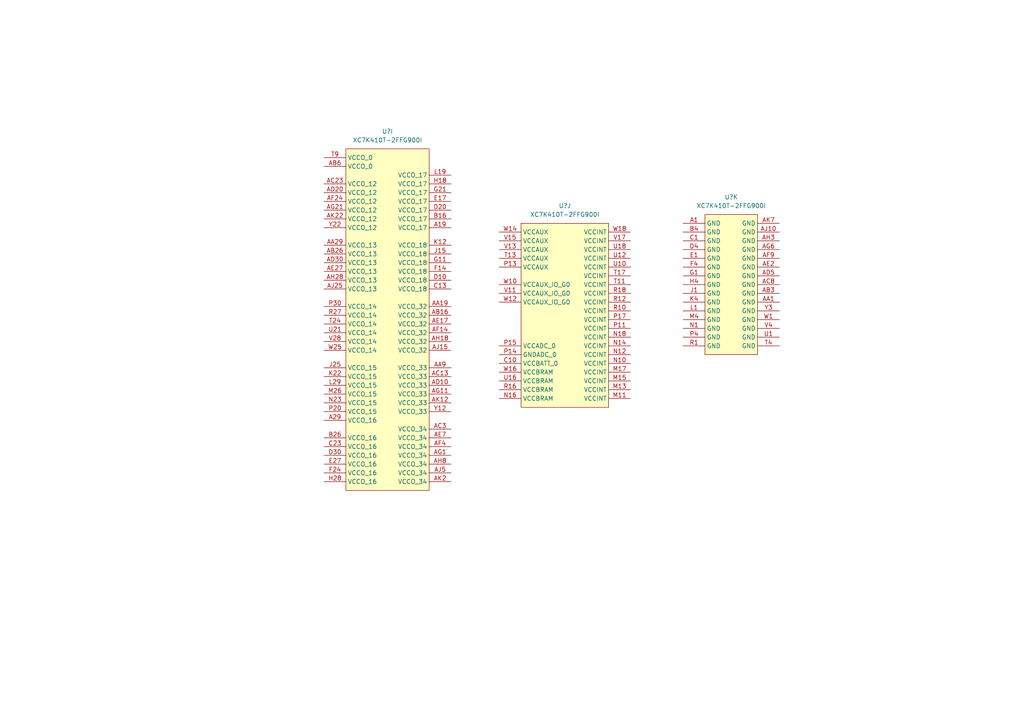
<source format=kicad_sch>
(kicad_sch (version 20211123) (generator eeschema)
  (paper "A4")
  (lib_symbols
    (symbol "XC7K410T-2FFG900I_1"
      (property "Reference" "U" (at -10.16 72.39 0))
      (property "Value" "XC7K410T-2FFG900I_1" (at -10.16 69.85 0))
      (symbol "XC7K410T-2FFG900I_1_1_0"
        (text "BANK 12" (at -16.51 64.77 0) (effects (font (size 2.54 2.54))))
        (text "BANK 13" (at 15.24 64.77 0) (effects (font (size 2.54 2.54))))
      )
      (symbol "XC7K410T-2FFG900I_1_1_1"
        (pin bidirectional line (at -34.29 33.02 0) (length 6.35) (name "IO_L6P_T0_12") (number "AA20"))
        (pin bidirectional line (at -34.29 50.8 0) (length 6.35) (name "IO_L2N_T0_12") (number "AA21"))
        (pin bidirectional line (at -34.29 43.18 0) (length 6.35) (name "IO_L4P_T0_12") (number "AA22"))
        (pin bidirectional line (at -34.29 40.64 0) (length 6.35) (name "IO_L4N_T0_12") (number "AA23"))
        (pin bidirectional line (at 34.29 33.02 180) (length 6.35) (name "IO_L6P_T0_13") (number "AA25"))
        (pin bidirectional line (at 34.29 55.88 180) (length 6.35) (name "IO_L1N_T0_13") (number "AA26"))
        (pin bidirectional line (at 34.29 38.1 180) (length 6.35) (name "IO_L5P_T0_13") (number "AA27"))
        (pin bidirectional line (at 34.29 45.72 180) (length 6.35) (name "IO_L3N_T0_DQS_13") (number "AA28"))
        (pin bidirectional line (at 34.29 20.32 180) (length 6.35) (name "IO_L8N_T1_13") (number "AA30"))
        (pin bidirectional line (at -34.29 30.48 0) (length 6.35) (name "IO_L6N_T0_VREF_12") (number "AB20"))
        (pin bidirectional line (at -34.29 48.26 0) (length 6.35) (name "IO_L3P_T0_DQS_12") (number "AB22"))
        (pin bidirectional line (at -34.29 45.72 0) (length 6.35) (name "IO_L3N_T0_DQS_12") (number "AB23"))
        (pin bidirectional line (at -34.29 27.94 0) (length 6.35) (name "IO_L7P_T1_12") (number "AB24"))
        (pin bidirectional line (at 34.29 30.48 180) (length 6.35) (name "IO_L6N_T0_VREF_13") (number "AB25"))
        (pin bidirectional line (at 34.29 2.54 180) (length 6.35) (name "IO_L12P_T1_MRCC_13") (number "AB27"))
        (pin bidirectional line (at 34.29 35.56 180) (length 6.35) (name "IO_L5N_T0_13") (number "AB28"))
        (pin bidirectional line (at 34.29 12.7 180) (length 6.35) (name "IO_L10P_T1_13") (number "AB29"))
        (pin bidirectional line (at 34.29 10.16 180) (length 6.35) (name "IO_L10N_T1_13") (number "AB30"))
        (pin bidirectional line (at -34.29 38.1 0) (length 6.35) (name "IO_L5P_T0_12") (number "AC20"))
        (pin bidirectional line (at -34.29 35.56 0) (length 6.35) (name "IO_L5N_T0_12") (number "AC21"))
        (pin bidirectional line (at -34.29 22.86 0) (length 6.35) (name "IO_L8P_T1_12") (number "AC22"))
        (pin bidirectional line (at -34.29 17.78 0) (length 6.35) (name "IO_L9P_T1_DQS_12") (number "AC24"))
        (pin bidirectional line (at -34.29 25.4 0) (length 6.35) (name "IO_L7N_T1_12") (number "AC25"))
        (pin bidirectional line (at 34.29 -33.02 180) (length 6.35) (name "IO_L19P_T3_13") (number "AC26"))
        (pin bidirectional line (at 34.29 0 180) (length 6.35) (name "IO_L12N_T1_MRCC_13") (number "AC27"))
        (pin bidirectional line (at 34.29 27.94 180) (length 6.35) (name "IO_L7P_T1_13") (number "AC29"))
        (pin bidirectional line (at 34.29 25.4 180) (length 6.35) (name "IO_L7N_T1_13") (number "AC30"))
        (pin bidirectional line (at -34.29 12.7 0) (length 6.35) (name "IO_L10P_T1_12") (number "AD21"))
        (pin bidirectional line (at -34.29 20.32 0) (length 6.35) (name "IO_L8N_T1_12") (number "AD22"))
        (pin bidirectional line (at -34.29 2.54 0) (length 6.35) (name "IO_L12P_T1_MRCC_12") (number "AD23"))
        (pin bidirectional line (at -34.29 15.24 0) (length 6.35) (name "IO_L9N_T1_DQS_12") (number "AD24"))
        (pin bidirectional line (at 34.29 -35.56 180) (length 6.35) (name "IO_L19N_T3_VREF_13") (number "AD26"))
        (pin bidirectional line (at 34.29 7.62 180) (length 6.35) (name "IO_L11P_T1_SRCC_13") (number "AD27"))
        (pin bidirectional line (at 34.29 5.08 180) (length 6.35) (name "IO_L11N_T1_SRCC_13") (number "AD28"))
        (pin bidirectional line (at 34.29 17.78 180) (length 6.35) (name "IO_L9P_T1_DQS_13") (number "AD29"))
        (pin bidirectional line (at -34.29 -63.5 0) (length 6.35) (name "IO_25_12") (number "AE20"))
        (pin bidirectional line (at -34.29 10.16 0) (length 6.35) (name "IO_L10N_T1_12") (number "AE21"))
        (pin bidirectional line (at -34.29 7.62 0) (length 6.35) (name "IO_L11P_T1_SRCC_12") (number "AE23"))
        (pin bidirectional line (at -34.29 0 0) (length 6.35) (name "IO_L12N_T1_MRCC_12") (number "AE24"))
        (pin bidirectional line (at -34.29 -17.78 0) (length 6.35) (name "IO_L16P_T2_12") (number "AE25"))
        (pin bidirectional line (at 34.29 -63.5 180) (length 6.35) (name "IO_25_13") (number "AE26"))
        (pin bidirectional line (at 34.29 -7.62 180) (length 6.35) (name "IO_L14P_T2_SRCC_13") (number "AE28"))
        (pin bidirectional line (at 34.29 15.24 180) (length 6.35) (name "IO_L9N_T1_DQS_13") (number "AE29"))
        (pin bidirectional line (at 34.29 -17.78 180) (length 6.35) (name "IO_L16P_T2_13") (number "AE30"))
        (pin bidirectional line (at -34.29 -33.02 0) (length 6.35) (name "IO_L19P_T3_12") (number "AF20"))
        (pin bidirectional line (at -34.29 -35.56 0) (length 6.35) (name "IO_L19N_T3_VREF_12") (number "AF21"))
        (pin bidirectional line (at -34.29 -2.54 0) (length 6.35) (name "IO_L13P_T2_MRCC_12") (number "AF22"))
        (pin bidirectional line (at -34.29 5.08 0) (length 6.35) (name "IO_L11N_T1_SRCC_12") (number "AF23"))
        (pin bidirectional line (at -34.29 -20.32 0) (length 6.35) (name "IO_L16N_T2_12") (number "AF25"))
        (pin bidirectional line (at 34.29 -53.34 180) (length 6.35) (name "IO_L23P_T3_13") (number "AF26"))
        (pin bidirectional line (at 34.29 -55.88 180) (length 6.35) (name "IO_L23N_T3_13") (number "AF27"))
        (pin bidirectional line (at 34.29 -10.16 180) (length 6.35) (name "IO_L14N_T2_SRCC_13") (number "AF28"))
        (pin bidirectional line (at 34.29 -20.32 180) (length 6.35) (name "IO_L16N_T2_13") (number "AF30"))
        (pin bidirectional line (at -34.29 -48.26 0) (length 6.35) (name "IO_L22P_T3_12") (number "AG20"))
        (pin bidirectional line (at -34.29 -38.1 0) (length 6.35) (name "IO_L20P_T3_12") (number "AG22"))
        (pin bidirectional line (at -34.29 -5.08 0) (length 6.35) (name "IO_L13N_T2_MRCC_12") (number "AG23"))
        (pin bidirectional line (at -34.29 -7.62 0) (length 6.35) (name "IO_L14P_T2_SRCC_12") (number "AG24"))
        (pin bidirectional line (at -34.29 -27.94 0) (length 6.35) (name "IO_L18P_T2_12") (number "AG25"))
        (pin bidirectional line (at 34.29 -43.18 180) (length 6.35) (name "IO_L21P_T3_DQS_13") (number "AG27"))
        (pin bidirectional line (at 34.29 -45.72 180) (length 6.35) (name "IO_L21N_T3_DQS_13") (number "AG28"))
        (pin bidirectional line (at 34.29 -2.54 180) (length 6.35) (name "IO_L13P_T2_MRCC_13") (number "AG29"))
        (pin bidirectional line (at 34.29 -27.94 180) (length 6.35) (name "IO_L18P_T2_13") (number "AG30"))
        (pin bidirectional line (at -34.29 -50.8 0) (length 6.35) (name "IO_L22N_T3_12") (number "AH20"))
        (pin bidirectional line (at -34.29 -53.34 0) (length 6.35) (name "IO_L23P_T3_12") (number "AH21"))
        (pin bidirectional line (at -34.29 -40.64 0) (length 6.35) (name "IO_L20N_T3_12") (number "AH22"))
        (pin bidirectional line (at -34.29 -10.16 0) (length 6.35) (name "IO_L14N_T2_SRCC_12") (number "AH24"))
        (pin bidirectional line (at -34.29 -30.48 0) (length 6.35) (name "IO_L18N_T2_12") (number "AH25"))
        (pin bidirectional line (at 34.29 -48.26 180) (length 6.35) (name "IO_L22P_T3_13") (number "AH26"))
        (pin bidirectional line (at 34.29 -50.8 180) (length 6.35) (name "IO_L22N_T3_13") (number "AH27"))
        (pin bidirectional line (at 34.29 -5.08 180) (length 6.35) (name "IO_L13N_T2_MRCC_13") (number "AH29"))
        (pin bidirectional line (at 34.29 -30.48 180) (length 6.35) (name "IO_L18N_T2_13") (number "AH30"))
        (pin bidirectional line (at -34.29 -55.88 0) (length 6.35) (name "IO_L23N_T3_12") (number "AJ21"))
        (pin bidirectional line (at -34.29 -43.18 0) (length 6.35) (name "IO_L21P_T3_DQS_12") (number "AJ22"))
        (pin bidirectional line (at -34.29 -45.72 0) (length 6.35) (name "IO_L21N_T3_DQS_12") (number "AJ23"))
        (pin bidirectional line (at -34.29 -12.7 0) (length 6.35) (name "IO_L15P_T2_DQS_12") (number "AJ24"))
        (pin bidirectional line (at 34.29 -58.42 180) (length 6.35) (name "IO_L24P_T3_13") (number "AJ26"))
        (pin bidirectional line (at 34.29 -38.1 180) (length 6.35) (name "IO_L20P_T3_13") (number "AJ27"))
        (pin bidirectional line (at 34.29 -22.86 180) (length 6.35) (name "IO_L17P_T2_13") (number "AJ28"))
        (pin bidirectional line (at 34.29 -25.4 180) (length 6.35) (name "IO_L17N_T2_13") (number "AJ29"))
        (pin bidirectional line (at -34.29 -58.42 0) (length 6.35) (name "IO_L24P_T3_12") (number "AK20"))
        (pin bidirectional line (at -34.29 -60.96 0) (length 6.35) (name "IO_L24N_T3_12") (number "AK21"))
        (pin bidirectional line (at -34.29 -22.86 0) (length 6.35) (name "IO_L17P_T2_12") (number "AK23"))
        (pin bidirectional line (at -34.29 -25.4 0) (length 6.35) (name "IO_L17N_T2_12") (number "AK24"))
        (pin bidirectional line (at -34.29 -15.24 0) (length 6.35) (name "IO_L15N_T2_DQS_12") (number "AK25"))
        (pin bidirectional line (at 34.29 -60.96 180) (length 6.35) (name "IO_L24N_T3_13") (number "AK26"))
        (pin bidirectional line (at 34.29 -40.64 180) (length 6.35) (name "IO_L20N_T3_13") (number "AK28"))
        (pin bidirectional line (at 34.29 -12.7 180) (length 6.35) (name "IO_L15P_T2_DQS_13") (number "AK29"))
        (pin bidirectional line (at 34.29 -15.24 180) (length 6.35) (name "IO_L15N_T2_DQS_13") (number "AK30"))
        (pin bidirectional line (at 34.29 53.34 180) (length 6.35) (name "IO_L2P_T0_13") (number "W27"))
        (pin bidirectional line (at 34.29 50.8 180) (length 6.35) (name "IO_L2N_T0_13") (number "W28"))
        (pin bidirectional line (at 34.29 43.18 180) (length 6.35) (name "IO_L4P_T0_13") (number "W29"))
        (pin bidirectional line (at -34.29 60.96 0) (length 6.35) (name "IO_0_12") (number "Y20"))
        (pin bidirectional line (at -34.29 53.34 0) (length 6.35) (name "IO_L2P_T0_12") (number "Y21"))
        (pin bidirectional line (at -34.29 58.42 0) (length 6.35) (name "IO_L1P_T0_12") (number "Y23"))
        (pin bidirectional line (at -34.29 55.88 0) (length 6.35) (name "IO_L1N_T0_12") (number "Y24"))
        (pin bidirectional line (at 34.29 60.96 180) (length 6.35) (name "IO_0_13") (number "Y25"))
        (pin bidirectional line (at 34.29 58.42 180) (length 6.35) (name "IO_L1P_T0_13") (number "Y26"))
        (pin bidirectional line (at 34.29 48.26 180) (length 6.35) (name "IO_L3P_T0_DQS_13") (number "Y28"))
        (pin bidirectional line (at 34.29 40.64 180) (length 6.35) (name "IO_L4N_T0_13") (number "Y29"))
        (pin bidirectional line (at 34.29 22.86 180) (length 6.35) (name "IO_L8P_T1_13") (number "Y30"))
      )
      (symbol "XC7K410T-2FFG900I_1_2_0"
        (text "BANK 14" (at -16.51 64.77 0) (effects (font (size 2.54 2.54))))
        (text "BANK 15" (at 15.24 64.77 0) (effects (font (size 2.54 2.54))))
      )
      (symbol "XC7K410T-2FFG900I_1_2_1"
        (pin bidirectional line (at 41.91 25.4 180) (length 6.35) (name "IO_L7N_T1_AD10N_15") (number "H29"))
        (pin bidirectional line (at 41.91 38.1 180) (length 6.35) (name "IO_L5P_T0_AD2P_15") (number "J21"))
        (pin bidirectional line (at 41.91 35.56 180) (length 6.35) (name "IO_L5N_T0_AD2N_15") (number "J22"))
        (pin bidirectional line (at 41.91 58.42 180) (length 6.35) (name "IO_L1P_T0_AD0P_15") (number "J23"))
        (pin bidirectional line (at 41.91 55.88 180) (length 6.35) (name "IO_L1N_T0_AD0N_15") (number "J24"))
        (pin bidirectional line (at 41.91 10.16 180) (length 6.35) (name "IO_L10N_T1_AD4N_15") (number "J26"))
        (pin bidirectional line (at 41.91 22.86 180) (length 6.35) (name "IO_L8P_T1_AD3P_15") (number "J27"))
        (pin bidirectional line (at 41.91 20.32 180) (length 6.35) (name "IO_L8N_T1_AD3N_15") (number "J28"))
        (pin bidirectional line (at 41.91 27.94 180) (length 6.35) (name "IO_L7P_T1_AD10P_15") (number "J29"))
        (pin bidirectional line (at 41.91 40.64 180) (length 6.35) (name "IO_L4N_T0_AD9N_15") (number "K21"))
        (pin bidirectional line (at 41.91 48.26 180) (length 6.35) (name "IO_L3P_T0_DQS_AD1P_15") (number "K23"))
        (pin bidirectional line (at 41.91 45.72 180) (length 6.35) (name "IO_L3N_T0_DQS_AD1N_15") (number "K24"))
        (pin bidirectional line (at 41.91 0 180) (length 6.35) (name "IO_L12N_T1_MRCC_AD5N_15") (number "K25"))
        (pin bidirectional line (at 41.91 12.7 180) (length 6.35) (name "IO_L10P_T1_AD4P_15") (number "K26"))
        (pin bidirectional line (at 41.91 -2.54 180) (length 6.35) (name "IO_L13P_T2_MRCC_15") (number "K28"))
        (pin bidirectional line (at 41.91 -5.08 180) (length 6.35) (name "IO_L13N_T2_MRCC_15") (number "K29"))
        (pin bidirectional line (at 41.91 15.24 180) (length 6.35) (name "IO_L9N_T1_DQS_AD11N_15") (number "K30"))
        (pin bidirectional line (at 41.91 30.48 180) (length 6.35) (name "IO_L6N_T0_VREF_15") (number "L20"))
        (pin bidirectional line (at 41.91 43.18 180) (length 6.35) (name "IO_L4P_T0_AD9P_15") (number "L21"))
        (pin bidirectional line (at 41.91 53.34 180) (length 6.35) (name "IO_L2P_T0_AD8P_15") (number "L22"))
        (pin bidirectional line (at 41.91 50.8 180) (length 6.35) (name "IO_L2N_T0_AD8N_15") (number "L23"))
        (pin bidirectional line (at 41.91 2.54 180) (length 6.35) (name "IO_L12P_T1_MRCC_AD5P_15") (number "L25"))
        (pin bidirectional line (at 41.91 7.62 180) (length 6.35) (name "IO_L11P_T1_SRCC_AD12P_15") (number "L26"))
        (pin bidirectional line (at 41.91 5.08 180) (length 6.35) (name "IO_L11N_T1_SRCC_AD12N_15") (number "L27"))
        (pin bidirectional line (at 41.91 -10.16 180) (length 6.35) (name "IO_L14N_T2_SRCC_15") (number "L28"))
        (pin bidirectional line (at 41.91 17.78 180) (length 6.35) (name "IO_L9P_T1_DQS_AD11P_15") (number "L30"))
        (pin bidirectional line (at 41.91 60.96 180) (length 6.35) (name "IO_0_15") (number "M19"))
        (pin bidirectional line (at 41.91 33.02 180) (length 6.35) (name "IO_L6P_T0_15") (number "M20"))
        (pin bidirectional line (at 41.91 -58.42 180) (length 6.35) (name "IO_L24P_T3_RS1_15") (number "M22"))
        (pin bidirectional line (at 41.91 -60.96 180) (length 6.35) (name "IO_L24N_T3_RS0_15") (number "M23"))
        (pin bidirectional line (at 41.91 -53.34 180) (length 6.35) (name "IO_L23P_T3_FOE_B_15") (number "M24"))
        (pin bidirectional line (at 41.91 -55.88 180) (length 6.35) (name "IO_L23N_T3_FWE_B_15") (number "M25"))
        (pin bidirectional line (at 41.91 -20.32 180) (length 6.35) (name "IO_L16N_T2_A27_15") (number "M27"))
        (pin bidirectional line (at 41.91 -7.62 180) (length 6.35) (name "IO_L14P_T2_SRCC_15") (number "M28"))
        (pin bidirectional line (at 41.91 -12.7 180) (length 6.35) (name "IO_L15P_T2_DQS_15") (number "M29"))
        (pin bidirectional line (at 41.91 -15.24 180) (length 6.35) (name "IO_L15N_T2_DQS_ADV_B_15") (number "M30"))
        (pin bidirectional line (at 41.91 -33.02 180) (length 6.35) (name "IO_L19P_T3_A22_15") (number "N19"))
        (pin bidirectional line (at 41.91 -35.56 180) (length 6.35) (name "IO_L19N_T3_A21_VREF_15") (number "N20"))
        (pin bidirectional line (at 41.91 -38.1 180) (length 6.35) (name "IO_L20P_T3_A20_15") (number "N21"))
        (pin bidirectional line (at 41.91 -40.64 180) (length 6.35) (name "IO_L20N_T3_A19_15") (number "N22"))
        (pin bidirectional line (at 41.91 -45.72 180) (length 6.35) (name "IO_L21N_T3_DQS_A18_15") (number "N24"))
        (pin bidirectional line (at 41.91 -27.94 180) (length 6.35) (name "IO_L18P_T2_A24_15") (number "N25"))
        (pin bidirectional line (at 41.91 -30.48 180) (length 6.35) (name "IO_L18N_T2_A23_15") (number "N26"))
        (pin bidirectional line (at 41.91 -17.78 180) (length 6.35) (name "IO_L16P_T2_A28_15") (number "N27"))
        (pin bidirectional line (at 41.91 -22.86 180) (length 6.35) (name "IO_L17P_T2_A26_15") (number "N29"))
        (pin bidirectional line (at 41.91 -25.4 180) (length 6.35) (name "IO_L17N_T2_A25_15") (number "N30"))
        (pin bidirectional line (at 41.91 -63.5 180) (length 6.35) (name "IO_25_15") (number "P19"))
        (pin bidirectional line (at 41.91 -48.26 180) (length 6.35) (name "IO_L22P_T3_A17_15") (number "P21"))
        (pin bidirectional line (at 41.91 -50.8 180) (length 6.35) (name "IO_L22N_T3_A16_15") (number "P22"))
        (pin bidirectional line (at 41.91 -43.18 180) (length 6.35) (name "IO_L21P_T3_DQS_15") (number "P23"))
        (pin bidirectional line (at -41.91 58.42 0) (length 6.35) (name "IO_L1P_T0_D00_MOSI_14") (number "P24"))
        (pin bidirectional line (at -41.91 12.7 0) (length 6.35) (name "IO_L10P_T1_D14_14") (number "P26"))
        (pin bidirectional line (at -41.91 22.86 0) (length 6.35) (name "IO_L8P_T1_D11_14") (number "P27"))
        (pin bidirectional line (at -41.91 20.32 0) (length 6.35) (name "IO_L8N_T1_D12_14") (number "P28"))
        (pin bidirectional line (at -41.91 27.94 0) (length 6.35) (name "IO_L7P_T1_D09_14") (number "P29"))
        (pin bidirectional line (at -41.91 60.96 0) (length 6.35) (name "IO_0_14") (number "R19"))
        (pin bidirectional line (at -41.91 53.34 0) (length 6.35) (name "IO_L2P_T0_D02_14") (number "R20"))
        (pin bidirectional line (at -41.91 50.8 0) (length 6.35) (name "IO_L2N_T0_D03_14") (number "R21"))
        (pin bidirectional line (at -41.91 48.26 0) (length 6.35) (name "IO_L3P_T0_DQS_PUDC_B_14") (number "R23"))
        (pin bidirectional line (at -41.91 45.72 0) (length 6.35) (name "IO_L3N_T0_DQS_EMCCLK_14") (number "R24"))
        (pin bidirectional line (at -41.91 55.88 0) (length 6.35) (name "IO_L1N_T0_D01_DIN_14") (number "R25"))
        (pin bidirectional line (at -41.91 10.16 0) (length 6.35) (name "IO_L10N_T1_D15_14") (number "R26"))
        (pin bidirectional line (at -41.91 7.62 0) (length 6.35) (name "IO_L11P_T1_SRCC_14") (number "R28"))
        (pin bidirectional line (at -41.91 25.4 0) (length 6.35) (name "IO_L7N_T1_D10_14") (number "R29"))
        (pin bidirectional line (at -41.91 17.78 0) (length 6.35) (name "IO_L9P_T1_DQS_14") (number "R30"))
        (pin bidirectional line (at -41.91 43.18 0) (length 6.35) (name "IO_L4P_T0_D04_14") (number "T20"))
        (pin bidirectional line (at -41.91 40.64 0) (length 6.35) (name "IO_L4N_T0_D05_14") (number "T21"))
        (pin bidirectional line (at -41.91 38.1 0) (length 6.35) (name "IO_L5P_T0_D06_14") (number "T22"))
        (pin bidirectional line (at -41.91 35.56 0) (length 6.35) (name "IO_L5N_T0_D07_14") (number "T23"))
        (pin bidirectional line (at -41.91 -7.62 0) (length 6.35) (name "IO_L14P_T2_SRCC_14") (number "T25"))
        (pin bidirectional line (at -41.91 2.54 0) (length 6.35) (name "IO_L12P_T1_MRCC_14") (number "T26"))
        (pin bidirectional line (at -41.91 0 0) (length 6.35) (name "IO_L12N_T1_MRCC_14") (number "T27"))
        (pin bidirectional line (at -41.91 5.08 0) (length 6.35) (name "IO_L11N_T1_SRCC_14") (number "T28"))
        (pin bidirectional line (at -41.91 15.24 0) (length 6.35) (name "IO_L9N_T1_DQS_D13_14") (number "T30"))
        (pin bidirectional line (at -41.91 33.02 0) (length 6.35) (name "IO_L6P_T0_FCS_B_14") (number "U19"))
        (pin bidirectional line (at -41.91 30.48 0) (length 6.35) (name "IO_L6N_T0_D08_VREF_14") (number "U20"))
        (pin bidirectional line (at -41.91 -43.18 0) (length 6.35) (name "IO_L21P_T3_DQS_14") (number "U22"))
        (pin bidirectional line (at -41.91 -45.72 0) (length 6.35) (name "IO_L21N_T3_DQS_A06_D22_14") (number "U23"))
        (pin bidirectional line (at -41.91 -53.34 0) (length 6.35) (name "IO_L23P_T3_A03_D19_14") (number "U24"))
        (pin bidirectional line (at -41.91 -10.16 0) (length 6.35) (name "IO_L14N_T2_SRCC_14") (number "U25"))
        (pin bidirectional line (at -41.91 -2.54 0) (length 6.35) (name "IO_L13P_T2_MRCC_14") (number "U27"))
        (pin bidirectional line (at -41.91 -5.08 0) (length 6.35) (name "IO_L13N_T2_MRCC_14") (number "U28"))
        (pin bidirectional line (at -41.91 -12.7 0) (length 6.35) (name "IO_L15P_T2_DQS_RDWR_B_14") (number "U29"))
        (pin bidirectional line (at -41.91 -15.24 0) (length 6.35) (name "IO_L15N_T2_DQS_DOUT_CSO_B_14") (number "U30"))
        (pin bidirectional line (at -41.91 -33.02 0) (length 6.35) (name "IO_L19P_T3_A10_D26_14") (number "V19"))
        (pin bidirectional line (at -41.91 -35.56 0) (length 6.35) (name "IO_L19N_T3_A09_D25_VREF_14") (number "V20"))
        (pin bidirectional line (at -41.91 -48.26 0) (length 6.35) (name "IO_L22P_T3_A05_D21_14") (number "V21"))
        (pin bidirectional line (at -41.91 -50.8 0) (length 6.35) (name "IO_L22N_T3_A04_D20_14") (number "V22"))
        (pin bidirectional line (at -41.91 -55.88 0) (length 6.35) (name "IO_L23N_T3_A02_D18_14") (number "V24"))
        (pin bidirectional line (at -41.91 -27.94 0) (length 6.35) (name "IO_L18P_T2_A12_D28_14") (number "V25"))
        (pin bidirectional line (at -41.91 -17.78 0) (length 6.35) (name "IO_L16P_T2_CSI_B_14") (number "V26"))
        (pin bidirectional line (at -41.91 -20.32 0) (length 6.35) (name "IO_L16N_T2_A15_D31_14") (number "V27"))
        (pin bidirectional line (at -41.91 -22.86 0) (length 6.35) (name "IO_L17P_T2_A14_D30_14") (number "V29"))
        (pin bidirectional line (at -41.91 -25.4 0) (length 6.35) (name "IO_L17N_T2_A13_D29_14") (number "V30"))
        (pin bidirectional line (at -41.91 -63.5 0) (length 6.35) (name "IO_25_14") (number "W19"))
        (pin bidirectional line (at -41.91 -58.42 0) (length 6.35) (name "IO_L24P_T3_A01_D17_14") (number "W21"))
        (pin bidirectional line (at -41.91 -60.96 0) (length 6.35) (name "IO_L24N_T3_A00_D16_14") (number "W22"))
        (pin bidirectional line (at -41.91 -38.1 0) (length 6.35) (name "IO_L20P_T3_A08_D24_14") (number "W23"))
        (pin bidirectional line (at -41.91 -40.64 0) (length 6.35) (name "IO_L20N_T3_A07_D23_14") (number "W24"))
        (pin bidirectional line (at -41.91 -30.48 0) (length 6.35) (name "IO_L18N_T2_A11_D27_14") (number "W26"))
      )
      (symbol "XC7K410T-2FFG900I_1_3_0"
        (text "BANK 16" (at -16.51 64.77 0) (effects (font (size 2.54 2.54))))
        (text "BANK 17" (at 15.24 64.77 0) (effects (font (size 2.54 2.54))))
      )
      (symbol "XC7K410T-2FFG900I_1_3_1"
        (pin bidirectional line (at 34.29 -38.1 180) (length 6.35) (name "IO_L20P_T3_17") (number "A16"))
        (pin bidirectional line (at 34.29 -40.64 180) (length 6.35) (name "IO_L20N_T3_17") (number "A17"))
        (pin bidirectional line (at 34.29 -50.8 180) (length 6.35) (name "IO_L22N_T3_17") (number "A18"))
        (pin bidirectional line (at 34.29 -43.18 180) (length 6.35) (name "IO_L21P_T3_DQS_17") (number "A20"))
        (pin bidirectional line (at 34.29 -45.72 180) (length 6.35) (name "IO_L21N_T3_DQS_17") (number "A21"))
        (pin bidirectional line (at 34.29 -55.88 180) (length 6.35) (name "IO_L23N_T3_17") (number "A22"))
        (pin bidirectional line (at -34.29 55.88 0) (length 6.35) (name "IO_L1N_T0_16") (number "A23"))
        (pin bidirectional line (at -34.29 12.7 0) (length 6.35) (name "IO_L10P_T1_16") (number "A25"))
        (pin bidirectional line (at -34.29 10.16 0) (length 6.35) (name "IO_L10N_T1_16") (number "A26"))
        (pin bidirectional line (at -34.29 25.4 0) (length 6.35) (name "IO_L7N_T1_16") (number "A27"))
        (pin bidirectional line (at -34.29 15.24 0) (length 6.35) (name "IO_L9N_T1_DQS_16") (number "A28"))
        (pin bidirectional line (at -34.29 -25.4 0) (length 6.35) (name "IO_L17N_T2_16") (number "A30"))
        (pin bidirectional line (at 34.29 -25.4 180) (length 6.35) (name "IO_L17N_T2_17") (number "B17"))
        (pin bidirectional line (at 34.29 -48.26 180) (length 6.35) (name "IO_L22P_T3_17") (number "B18"))
        (pin bidirectional line (at 34.29 -60.96 180) (length 6.35) (name "IO_L24N_T3_17") (number "B19"))
        (pin bidirectional line (at 34.29 -35.56 180) (length 6.35) (name "IO_L19N_T3_VREF_17") (number "B20"))
        (pin bidirectional line (at 34.29 -53.34 180) (length 6.35) (name "IO_L23P_T3_17") (number "B22"))
        (pin bidirectional line (at -34.29 58.42 0) (length 6.35) (name "IO_L1P_T0_16") (number "B23"))
        (pin bidirectional line (at -34.29 20.32 0) (length 6.35) (name "IO_L8N_T1_16") (number "B24"))
        (pin bidirectional line (at -34.29 0 0) (length 6.35) (name "IO_L12N_T1_MRCC_16") (number "B25"))
        (pin bidirectional line (at -34.29 27.94 0) (length 6.35) (name "IO_L7P_T1_16") (number "B27"))
        (pin bidirectional line (at -34.29 17.78 0) (length 6.35) (name "IO_L9P_T1_DQS_16") (number "B28"))
        (pin bidirectional line (at -34.29 -15.24 0) (length 6.35) (name "IO_L15N_T2_DQS_16") (number "B29"))
        (pin bidirectional line (at -34.29 -22.86 0) (length 6.35) (name "IO_L17P_T2_16") (number "B30"))
        (pin bidirectional line (at 34.29 -15.24 180) (length 6.35) (name "IO_L15N_T2_DQS_17") (number "C16"))
        (pin bidirectional line (at 34.29 -22.86 180) (length 6.35) (name "IO_L17P_T2_17") (number "C17"))
        (pin bidirectional line (at 34.29 -58.42 180) (length 6.35) (name "IO_L24P_T3_17") (number "C19"))
        (pin bidirectional line (at 34.29 -33.02 180) (length 6.35) (name "IO_L19P_T3_17") (number "C20"))
        (pin bidirectional line (at 34.29 20.32 180) (length 6.35) (name "IO_L8N_T1_17") (number "C21"))
        (pin bidirectional line (at 34.29 10.16 180) (length 6.35) (name "IO_L10N_T1_17") (number "C22"))
        (pin bidirectional line (at -34.29 22.86 0) (length 6.35) (name "IO_L8P_T1_16") (number "C24"))
        (pin bidirectional line (at -34.29 2.54 0) (length 6.35) (name "IO_L12P_T1_MRCC_16") (number "C25"))
        (pin bidirectional line (at -34.29 5.08 0) (length 6.35) (name "IO_L11N_T1_SRCC_16") (number "C26"))
        (pin bidirectional line (at -34.29 -5.08 0) (length 6.35) (name "IO_L13N_T2_MRCC_16") (number "C27"))
        (pin bidirectional line (at -34.29 -12.7 0) (length 6.35) (name "IO_L15P_T2_DQS_16") (number "C29"))
        (pin bidirectional line (at -34.29 -20.32 0) (length 6.35) (name "IO_L16N_T2_16") (number "C30"))
        (pin bidirectional line (at 34.29 -12.7 180) (length 6.35) (name "IO_L15P_T2_DQS_17") (number "D16"))
        (pin bidirectional line (at 34.29 -2.54 180) (length 6.35) (name "IO_L13P_T2_MRCC_17") (number "D17"))
        (pin bidirectional line (at 34.29 -5.08 180) (length 6.35) (name "IO_L13N_T2_MRCC_17") (number "D18"))
        (pin bidirectional line (at 34.29 -10.16 180) (length 6.35) (name "IO_L14N_T2_SRCC_17") (number "D19"))
        (pin bidirectional line (at 34.29 22.86 180) (length 6.35) (name "IO_L8P_T1_17") (number "D21"))
        (pin bidirectional line (at 34.29 12.7 180) (length 6.35) (name "IO_L10P_T1_17") (number "D22"))
        (pin bidirectional line (at -34.29 50.8 0) (length 6.35) (name "IO_L2N_T0_16") (number "D23"))
        (pin bidirectional line (at -34.29 40.64 0) (length 6.35) (name "IO_L4N_T0_16") (number "D24"))
        (pin bidirectional line (at -34.29 7.62 0) (length 6.35) (name "IO_L11P_T1_SRCC_16") (number "D26"))
        (pin bidirectional line (at -34.29 -2.54 0) (length 6.35) (name "IO_L13P_T2_MRCC_16") (number "D27"))
        (pin bidirectional line (at -34.29 -10.16 0) (length 6.35) (name "IO_L14N_T2_SRCC_16") (number "D28"))
        (pin bidirectional line (at -34.29 -17.78 0) (length 6.35) (name "IO_L16P_T2_16") (number "D29"))
        (pin bidirectional line (at 34.29 -63.5 180) (length 6.35) (name "IO_25_17") (number "E18"))
        (pin bidirectional line (at 34.29 -7.62 180) (length 6.35) (name "IO_L14P_T2_SRCC_17") (number "E19"))
        (pin bidirectional line (at 34.29 0 180) (length 6.35) (name "IO_L12N_T1_MRCC_17") (number "E20"))
        (pin bidirectional line (at 34.29 5.08 180) (length 6.35) (name "IO_L11N_T1_SRCC_17") (number "E21"))
        (pin bidirectional line (at -34.29 53.34 0) (length 6.35) (name "IO_L2P_T0_16") (number "E23"))
        (pin bidirectional line (at -34.29 43.18 0) (length 6.35) (name "IO_L4P_T0_16") (number "E24"))
        (pin bidirectional line (at -34.29 45.72 0) (length 6.35) (name "IO_L3N_T0_DQS_16") (number "E25"))
        (pin bidirectional line (at -34.29 35.56 0) (length 6.35) (name "IO_L5N_T0_16") (number "E26"))
        (pin bidirectional line (at -34.29 -7.62 0) (length 6.35) (name "IO_L14P_T2_SRCC_16") (number "E28"))
        (pin bidirectional line (at -34.29 -27.94 0) (length 6.35) (name "IO_L18P_T2_16") (number "E29"))
        (pin bidirectional line (at -34.29 -30.48 0) (length 6.35) (name "IO_L18N_T2_16") (number "E30"))
        (pin bidirectional line (at 34.29 -30.48 180) (length 6.35) (name "IO_L18N_T2_17") (number "F17"))
        (pin bidirectional line (at 34.29 -20.32 180) (length 6.35) (name "IO_L16N_T2_17") (number "F18"))
        (pin bidirectional line (at 34.29 2.54 180) (length 6.35) (name "IO_L12P_T1_MRCC_17") (number "F20"))
        (pin bidirectional line (at 34.29 7.62 180) (length 6.35) (name "IO_L11P_T1_SRCC_17") (number "F21"))
        (pin bidirectional line (at 34.29 15.24 180) (length 6.35) (name "IO_L9N_T1_DQS_17") (number "F22"))
        (pin bidirectional line (at -34.29 60.96 0) (length 6.35) (name "IO_0_16") (number "F23"))
        (pin bidirectional line (at -34.29 48.26 0) (length 6.35) (name "IO_L3P_T0_DQS_16") (number "F25"))
        (pin bidirectional line (at -34.29 38.1 0) (length 6.35) (name "IO_L5P_T0_16") (number "F26"))
        (pin bidirectional line (at -34.29 -45.72 0) (length 6.35) (name "IO_L21N_T3_DQS_16") (number "F27"))
        (pin bidirectional line (at -34.29 -40.64 0) (length 6.35) (name "IO_L20N_T3_16") (number "F28"))
        (pin bidirectional line (at -34.29 -50.8 0) (length 6.35) (name "IO_L22N_T3_16") (number "F30"))
        (pin bidirectional line (at 34.29 -27.94 180) (length 6.35) (name "IO_L18P_T2_17") (number "G17"))
        (pin bidirectional line (at 34.29 -17.78 180) (length 6.35) (name "IO_L16P_T2_17") (number "G18"))
        (pin bidirectional line (at 34.29 60.96 180) (length 6.35) (name "IO_0_17") (number "G19"))
        (pin bidirectional line (at 34.29 50.8 180) (length 6.35) (name "IO_L2N_T0_17") (number "G20"))
        (pin bidirectional line (at 34.29 17.78 180) (length 6.35) (name "IO_L9P_T1_DQS_17") (number "G22"))
        (pin bidirectional line (at -34.29 33.02 0) (length 6.35) (name "IO_L6P_T0_16") (number "G23"))
        (pin bidirectional line (at -34.29 30.48 0) (length 6.35) (name "IO_L6N_T0_VREF_16") (number "G24"))
        (pin bidirectional line (at -34.29 -63.5 0) (length 6.35) (name "IO_25_16") (number "G25"))
        (pin bidirectional line (at -34.29 -43.18 0) (length 6.35) (name "IO_L21P_T3_DQS_16") (number "G27"))
        (pin bidirectional line (at -34.29 -38.1 0) (length 6.35) (name "IO_L20P_T3_16") (number "G28"))
        (pin bidirectional line (at -34.29 -48.26 0) (length 6.35) (name "IO_L22P_T3_16") (number "G29"))
        (pin bidirectional line (at -34.29 -60.96 0) (length 6.35) (name "IO_L24N_T3_16") (number "G30"))
        (pin bidirectional line (at 34.29 45.72 180) (length 6.35) (name "IO_L3N_T0_DQS_17") (number "H17"))
        (pin bidirectional line (at 34.29 40.64 180) (length 6.35) (name "IO_L4N_T0_17") (number "H19"))
        (pin bidirectional line (at 34.29 53.34 180) (length 6.35) (name "IO_L2P_T0_17") (number "H20"))
        (pin bidirectional line (at 34.29 27.94 180) (length 6.35) (name "IO_L7P_T1_17") (number "H21"))
        (pin bidirectional line (at 34.29 25.4 180) (length 6.35) (name "IO_L7N_T1_17") (number "H22"))
        (pin bidirectional line (at -34.29 -33.02 0) (length 6.35) (name "IO_L19P_T3_16") (number "H24"))
        (pin bidirectional line (at -34.29 -35.56 0) (length 6.35) (name "IO_L19N_T3_VREF_16") (number "H25"))
        (pin bidirectional line (at -34.29 -53.34 0) (length 6.35) (name "IO_L23P_T3_16") (number "H26"))
        (pin bidirectional line (at -34.29 -55.88 0) (length 6.35) (name "IO_L23N_T3_16") (number "H27"))
        (pin bidirectional line (at -34.29 -58.42 0) (length 6.35) (name "IO_L24P_T3_16") (number "H30"))
        (pin bidirectional line (at 34.29 48.26 180) (length 6.35) (name "IO_L3P_T0_DQS_17") (number "J17"))
        (pin bidirectional line (at 34.29 55.88 180) (length 6.35) (name "IO_L1N_T0_17") (number "J18"))
        (pin bidirectional line (at 34.29 43.18 180) (length 6.35) (name "IO_L4P_T0_17") (number "J19"))
        (pin bidirectional line (at 34.29 58.42 180) (length 6.35) (name "IO_L1P_T0_17") (number "K18"))
        (pin bidirectional line (at 34.29 33.02 180) (length 6.35) (name "IO_L6P_T0_17") (number "K19"))
        (pin bidirectional line (at 34.29 30.48 180) (length 6.35) (name "IO_L6N_T0_VREF_17") (number "K20"))
        (pin bidirectional line (at 34.29 38.1 180) (length 6.35) (name "IO_L5P_T0_17") (number "L17"))
        (pin bidirectional line (at 34.29 35.56 180) (length 6.35) (name "IO_L5N_T0_17") (number "L18"))
      )
      (symbol "XC7K410T-2FFG900I_1_4_0"
        (text "BANK 18" (at -16.51 64.77 0) (effects (font (size 2.54 2.54))))
        (text "BANK 32" (at 15.24 64.77 0) (effects (font (size 2.54 2.54))))
      )
      (symbol "XC7K410T-2FFG900I_1_4_1"
        (pin bidirectional line (at -34.29 -22.86 0) (length 6.35) (name "IO_L17P_T2_18") (number "A11"))
        (pin bidirectional line (at -34.29 -25.4 0) (length 6.35) (name "IO_L17N_T2_18") (number "A12"))
        (pin bidirectional line (at -34.29 -50.8 0) (length 6.35) (name "IO_L22N_T3_18") (number "A13"))
        (pin bidirectional line (at -34.29 -60.96 0) (length 6.35) (name "IO_L24N_T3_18") (number "A15"))
        (pin bidirectional line (at 34.29 -38.1 180) (length 6.35) (name "IO_L20P_T3_32") (number "AA15"))
        (pin bidirectional line (at 34.29 -55.88 180) (length 6.35) (name "IO_L23N_T3_32") (number "AA16"))
        (pin bidirectional line (at 34.29 -53.34 180) (length 6.35) (name "IO_L23P_T3_32") (number "AA17"))
        (pin bidirectional line (at 34.29 -17.78 180) (length 6.35) (name "IO_L16P_T2_32") (number "AA18"))
        (pin bidirectional line (at 34.29 -63.5 180) (length 6.35) (name "IO_25_VRP_32") (number "AB14"))
        (pin bidirectional line (at 34.29 -40.64 180) (length 6.35) (name "IO_L20N_T3_32") (number "AB15"))
        (pin bidirectional line (at 34.29 -27.94 180) (length 6.35) (name "IO_L18P_T2_32") (number "AB17"))
        (pin bidirectional line (at 34.29 -20.32 180) (length 6.35) (name "IO_L16N_T2_32") (number "AB18"))
        (pin bidirectional line (at 34.29 -22.86 180) (length 6.35) (name "IO_L17P_T2_32") (number "AB19"))
        (pin bidirectional line (at 34.29 -48.26 180) (length 6.35) (name "IO_L22P_T3_32") (number "AC14"))
        (pin bidirectional line (at 34.29 -45.72 180) (length 6.35) (name "IO_L21N_T3_DQS_32") (number "AC15"))
        (pin bidirectional line (at 34.29 -43.18 180) (length 6.35) (name "IO_L21P_T3_DQS_32") (number "AC16"))
        (pin bidirectional line (at 34.29 -30.48 180) (length 6.35) (name "IO_L18N_T2_32") (number "AC17"))
        (pin bidirectional line (at 34.29 -25.4 180) (length 6.35) (name "IO_L17N_T2_32") (number "AC19"))
        (pin bidirectional line (at 34.29 -50.8 180) (length 6.35) (name "IO_L22N_T3_32") (number "AD14"))
        (pin bidirectional line (at 34.29 -10.16 180) (length 6.35) (name "IO_L14N_T2_SRCC_32") (number "AD16"))
        (pin bidirectional line (at 34.29 -7.62 180) (length 6.35) (name "IO_L14P_T2_SRCC_32") (number "AD17"))
        (pin bidirectional line (at 34.29 -2.54 180) (length 6.35) (name "IO_L13P_T2_MRCC_32") (number "AD18"))
        (pin bidirectional line (at 34.29 12.7 180) (length 6.35) (name "IO_L10P_T1_32") (number "AD19"))
        (pin bidirectional line (at 34.29 -35.56 180) (length 6.35) (name "IO_L19N_T3_VREF_32") (number "AE14"))
        (pin bidirectional line (at 34.29 -33.02 180) (length 6.35) (name "IO_L19P_T3_32") (number "AE15"))
        (pin bidirectional line (at 34.29 33.02 180) (length 6.35) (name "IO_L6P_T0_32") (number "AE16"))
        (pin bidirectional line (at 34.29 -5.08 180) (length 6.35) (name "IO_L13N_T2_MRCC_32") (number "AE18"))
        (pin bidirectional line (at 34.29 10.16 180) (length 6.35) (name "IO_L10N_T1_32") (number "AE19"))
        (pin bidirectional line (at 34.29 43.18 180) (length 6.35) (name "IO_L4P_T0_32") (number "AF15"))
        (pin bidirectional line (at 34.29 30.48 180) (length 6.35) (name "IO_L6N_T0_VREF_32") (number "AF16"))
        (pin bidirectional line (at 34.29 2.54 180) (length 6.35) (name "IO_L12P_T1_MRCC_32") (number "AF17"))
        (pin bidirectional line (at 34.29 7.62 180) (length 6.35) (name "IO_L11P_T1_SRCC_32") (number "AF18"))
        (pin bidirectional line (at 34.29 40.64 180) (length 6.35) (name "IO_L4N_T0_32") (number "AG14"))
        (pin bidirectional line (at 34.29 53.34 180) (length 6.35) (name "IO_L2P_T0_32") (number "AG15"))
        (pin bidirectional line (at 34.29 0 180) (length 6.35) (name "IO_L12N_T1_MRCC_32") (number "AG17"))
        (pin bidirectional line (at 34.29 5.08 180) (length 6.35) (name "IO_L11N_T1_SRCC_32") (number "AG18"))
        (pin bidirectional line (at 34.29 22.86 180) (length 6.35) (name "IO_L8P_T1_32") (number "AG19"))
        (pin bidirectional line (at 34.29 50.8 180) (length 6.35) (name "IO_L2N_T0_32") (number "AH15"))
        (pin bidirectional line (at 34.29 48.26 180) (length 6.35) (name "IO_L3P_T0_DQS_32") (number "AH16"))
        (pin bidirectional line (at 34.29 38.1 180) (length 6.35) (name "IO_L5P_T0_32") (number "AH17"))
        (pin bidirectional line (at 34.29 20.32 180) (length 6.35) (name "IO_L8N_T1_32") (number "AH19"))
        (pin bidirectional line (at 34.29 45.72 180) (length 6.35) (name "IO_L3N_T0_DQS_32") (number "AJ16"))
        (pin bidirectional line (at 34.29 35.56 180) (length 6.35) (name "IO_L5N_T0_32") (number "AJ17"))
        (pin bidirectional line (at 34.29 17.78 180) (length 6.35) (name "IO_L9P_T1_DQS_32") (number "AJ18"))
        (pin bidirectional line (at 34.29 27.94 180) (length 6.35) (name "IO_L7P_T1_32") (number "AJ19"))
        (pin bidirectional line (at 34.29 55.88 180) (length 6.35) (name "IO_L1N_T0_32") (number "AK15"))
        (pin bidirectional line (at 34.29 58.42 180) (length 6.35) (name "IO_L1P_T0_32") (number "AK16"))
        (pin bidirectional line (at 34.29 15.24 180) (length 6.35) (name "IO_L9N_T1_DQS_32") (number "AK18"))
        (pin bidirectional line (at 34.29 25.4 180) (length 6.35) (name "IO_L7N_T1_32") (number "AK19"))
        (pin bidirectional line (at -34.29 -15.24 0) (length 6.35) (name "IO_L15N_T2_DQS_18") (number "B12"))
        (pin bidirectional line (at -34.29 -48.26 0) (length 6.35) (name "IO_L22P_T3_18") (number "B13"))
        (pin bidirectional line (at -34.29 -58.42 0) (length 6.35) (name "IO_L24P_T3_18") (number "B14"))
        (pin bidirectional line (at -34.29 -55.88 0) (length 6.35) (name "IO_L23N_T3_18") (number "B15"))
        (pin bidirectional line (at -34.29 -30.48 0) (length 6.35) (name "IO_L18N_T2_18") (number "C11"))
        (pin bidirectional line (at -34.29 -12.7 0) (length 6.35) (name "IO_L15P_T2_DQS_18") (number "C12"))
        (pin bidirectional line (at -34.29 -45.72 0) (length 6.35) (name "IO_L21N_T3_DQS_18") (number "C14"))
        (pin bidirectional line (at -34.29 -53.34 0) (length 6.35) (name "IO_L23P_T3_18") (number "C15"))
        (pin bidirectional line (at -34.29 -27.94 0) (length 6.35) (name "IO_L18P_T2_18") (number "D11"))
        (pin bidirectional line (at -34.29 -2.54 0) (length 6.35) (name "IO_L13P_T2_MRCC_18") (number "D12"))
        (pin bidirectional line (at -34.29 -5.08 0) (length 6.35) (name "IO_L13N_T2_MRCC_18") (number "D13"))
        (pin bidirectional line (at -34.29 -43.18 0) (length 6.35) (name "IO_L21P_T3_DQS_18") (number "D14"))
        (pin bidirectional line (at -34.29 -20.32 0) (length 6.35) (name "IO_L16N_T2_18") (number "E11"))
        (pin bidirectional line (at -34.29 -10.16 0) (length 6.35) (name "IO_L14N_T2_SRCC_18") (number "E13"))
        (pin bidirectional line (at -34.29 -38.1 0) (length 6.35) (name "IO_L20P_T3_18") (number "E14"))
        (pin bidirectional line (at -34.29 -40.64 0) (length 6.35) (name "IO_L20N_T3_18") (number "E15"))
        (pin bidirectional line (at -34.29 -35.56 0) (length 6.35) (name "IO_L19N_T3_VREF_18") (number "E16"))
        (pin bidirectional line (at -34.29 -17.78 0) (length 6.35) (name "IO_L16P_T2_18") (number "F11"))
        (pin bidirectional line (at -34.29 -7.62 0) (length 6.35) (name "IO_L14P_T2_SRCC_18") (number "F12"))
        (pin bidirectional line (at -34.29 0 0) (length 6.35) (name "IO_L12N_T1_MRCC_18") (number "F13"))
        (pin bidirectional line (at -34.29 -33.02 0) (length 6.35) (name "IO_L19P_T3_18") (number "F15"))
        (pin bidirectional line (at -34.29 -63.5 0) (length 6.35) (name "IO_25_18") (number "F16"))
        (pin bidirectional line (at -34.29 60.96 0) (length 6.35) (name "IO_0_18") (number "G12"))
        (pin bidirectional line (at -34.29 2.54 0) (length 6.35) (name "IO_L12P_T1_MRCC_18") (number "G13"))
        (pin bidirectional line (at -34.29 5.08 0) (length 6.35) (name "IO_L11N_T1_SRCC_18") (number "G14"))
        (pin bidirectional line (at -34.29 25.4 0) (length 6.35) (name "IO_L7N_T1_18") (number "G15"))
        (pin bidirectional line (at -34.29 12.7 0) (length 6.35) (name "IO_L10P_T1_18") (number "H11"))
        (pin bidirectional line (at -34.29 10.16 0) (length 6.35) (name "IO_L10N_T1_18") (number "H12"))
        (pin bidirectional line (at -34.29 7.62 0) (length 6.35) (name "IO_L11P_T1_SRCC_18") (number "H14"))
        (pin bidirectional line (at -34.29 27.94 0) (length 6.35) (name "IO_L7P_T1_18") (number "H15"))
        (pin bidirectional line (at -34.29 15.24 0) (length 6.35) (name "IO_L9N_T1_DQS_18") (number "H16"))
        (pin bidirectional line (at -34.29 22.86 0) (length 6.35) (name "IO_L8P_T1_18") (number "J11"))
        (pin bidirectional line (at -34.29 20.32 0) (length 6.35) (name "IO_L8N_T1_18") (number "J12"))
        (pin bidirectional line (at -34.29 40.64 0) (length 6.35) (name "IO_L4N_T0_18") (number "J13"))
        (pin bidirectional line (at -34.29 35.56 0) (length 6.35) (name "IO_L5N_T0_18") (number "J14"))
        (pin bidirectional line (at -34.29 17.78 0) (length 6.35) (name "IO_L9P_T1_DQS_18") (number "J16"))
        (pin bidirectional line (at -34.29 30.48 0) (length 6.35) (name "IO_L6N_T0_VREF_18") (number "K11"))
        (pin bidirectional line (at -34.29 43.18 0) (length 6.35) (name "IO_L4P_T0_18") (number "K13"))
        (pin bidirectional line (at -34.29 38.1 0) (length 6.35) (name "IO_L5P_T0_18") (number "K14"))
        (pin bidirectional line (at -34.29 50.8 0) (length 6.35) (name "IO_L2N_T0_18") (number "K15"))
        (pin bidirectional line (at -34.29 55.88 0) (length 6.35) (name "IO_L1N_T0_18") (number "K16"))
        (pin bidirectional line (at -34.29 33.02 0) (length 6.35) (name "IO_L6P_T0_18") (number "L11"))
        (pin bidirectional line (at -34.29 48.26 0) (length 6.35) (name "IO_L3P_T0_DQS_18") (number "L12"))
        (pin bidirectional line (at -34.29 45.72 0) (length 6.35) (name "IO_L3N_T0_DQS_18") (number "L13"))
        (pin bidirectional line (at -34.29 53.34 0) (length 6.35) (name "IO_L2P_T0_18") (number "L15"))
        (pin bidirectional line (at -34.29 58.42 0) (length 6.35) (name "IO_L1P_T0_18") (number "L16"))
        (pin bidirectional line (at 34.29 60.96 180) (length 6.35) (name "IO_0_VRN_32") (number "Y14"))
        (pin bidirectional line (at 34.29 -60.96 180) (length 6.35) (name "IO_L24N_T3_32") (number "Y15"))
        (pin bidirectional line (at 34.29 -58.42 180) (length 6.35) (name "IO_L24P_T3_32") (number "Y16"))
        (pin bidirectional line (at 34.29 -15.24 180) (length 6.35) (name "IO_L15N_T2_DQS_32") (number "Y18"))
        (pin bidirectional line (at 34.29 -12.7 180) (length 6.35) (name "IO_L15P_T2_DQS_32") (number "Y19"))
      )
      (symbol "XC7K410T-2FFG900I_1_5_0"
        (text "BANK 33" (at -16.51 64.77 0) (effects (font (size 2.54 2.54))))
        (text "BANK 34" (at 15.24 64.77 0) (effects (font (size 2.54 2.54))))
      )
      (symbol "XC7K410T-2FFG900I_1_5_1"
        (pin bidirectional line (at -34.29 35.56 0) (length 6.35) (name "IO_L5N_T0_33") (number "AA10"))
        (pin bidirectional line (at -34.29 38.1 0) (length 6.35) (name "IO_L5P_T0_33") (number "AA11"))
        (pin bidirectional line (at -34.29 58.42 0) (length 6.35) (name "IO_L1P_T0_33") (number "AA12"))
        (pin bidirectional line (at -34.29 33.02 0) (length 6.35) (name "IO_L6P_T0_33") (number "AA13"))
        (pin bidirectional line (at -34.29 53.34 0) (length 6.35) (name "IO_L2P_T0_33") (number "AA8"))
        (pin bidirectional line (at -34.29 27.94 0) (length 6.35) (name "IO_L7P_T1_33") (number "AB10"))
        (pin bidirectional line (at -34.29 55.88 0) (length 6.35) (name "IO_L1N_T0_33") (number "AB12"))
        (pin bidirectional line (at -34.29 30.48 0) (length 6.35) (name "IO_L6N_T0_VREF_33") (number "AB13"))
        (pin bidirectional line (at 34.29 -63.5 180) (length 6.35) (name "IO_25_VRP_34") (number "AB7"))
        (pin bidirectional line (at -34.29 50.8 0) (length 6.35) (name "IO_L2N_T0_33") (number "AB8"))
        (pin bidirectional line (at -34.29 48.26 0) (length 6.35) (name "IO_L3P_T0_DQS_33") (number "AB9"))
        (pin bidirectional line (at 34.29 50.8 180) (length 6.35) (name "IO_L2N_T0_34") (number "AC1"))
        (pin bidirectional line (at -34.29 25.4 0) (length 6.35) (name "IO_L7N_T1_33") (number "AC10"))
        (pin bidirectional line (at -34.29 15.24 0) (length 6.35) (name "IO_L9N_T1_DQS_33") (number "AC11"))
        (pin bidirectional line (at -34.29 17.78 0) (length 6.35) (name "IO_L9P_T1_DQS_33") (number "AC12"))
        (pin bidirectional line (at 34.29 53.34 180) (length 6.35) (name "IO_L2P_T0_34") (number "AC2"))
        (pin bidirectional line (at 34.29 40.64 180) (length 6.35) (name "IO_L4N_T0_34") (number "AC4"))
        (pin bidirectional line (at 34.29 43.18 180) (length 6.35) (name "IO_L4P_T0_34") (number "AC5"))
        (pin bidirectional line (at 34.29 60.96 180) (length 6.35) (name "IO_0_VRN_34") (number "AC6"))
        (pin bidirectional line (at 34.29 33.02 180) (length 6.35) (name "IO_L6P_T0_34") (number "AC7"))
        (pin bidirectional line (at -34.29 45.72 0) (length 6.35) (name "IO_L3N_T0_DQS_33") (number "AC9"))
        (pin bidirectional line (at 34.29 45.72 180) (length 6.35) (name "IO_L3N_T0_DQS_34") (number "AD1"))
        (pin bidirectional line (at -34.29 0 0) (length 6.35) (name "IO_L12N_T1_MRCC_33") (number "AD11"))
        (pin bidirectional line (at -34.29 2.54 0) (length 6.35) (name "IO_L12P_T1_MRCC_33") (number "AD12"))
        (pin bidirectional line (at -34.29 -63.5 0) (length 6.35) (name "IO_25_VRP_33") (number "AD13"))
        (pin bidirectional line (at 34.29 48.26 180) (length 6.35) (name "IO_L3P_T0_DQS_34") (number "AD2"))
        (pin bidirectional line (at 34.29 55.88 180) (length 6.35) (name "IO_L1N_T0_34") (number "AD3"))
        (pin bidirectional line (at 34.29 58.42 180) (length 6.35) (name "IO_L1P_T0_34") (number "AD4"))
        (pin bidirectional line (at 34.29 38.1 180) (length 6.35) (name "IO_L5P_T0_34") (number "AD6"))
        (pin bidirectional line (at 34.29 30.48 180) (length 6.35) (name "IO_L6N_T0_VREF_34") (number "AD7"))
        (pin bidirectional line (at -34.29 22.86 0) (length 6.35) (name "IO_L8P_T1_33") (number "AD8"))
        (pin bidirectional line (at -34.29 12.7 0) (length 6.35) (name "IO_L10P_T1_33") (number "AD9"))
        (pin bidirectional line (at 34.29 22.86 180) (length 6.35) (name "IO_L8P_T1_34") (number "AE1"))
        (pin bidirectional line (at -34.29 -7.62 0) (length 6.35) (name "IO_L14P_T2_SRCC_33") (number "AE10"))
        (pin bidirectional line (at -34.29 7.62 0) (length 6.35) (name "IO_L11P_T1_SRCC_33") (number "AE11"))
        (pin bidirectional line (at -34.29 -33.02 0) (length 6.35) (name "IO_L19P_T3_33") (number "AE13"))
        (pin bidirectional line (at 34.29 10.16 180) (length 6.35) (name "IO_L10N_T1_34") (number "AE3"))
        (pin bidirectional line (at 34.29 12.7 180) (length 6.35) (name "IO_L10P_T1_34") (number "AE4"))
        (pin bidirectional line (at 34.29 7.62 180) (length 6.35) (name "IO_L11P_T1_SRCC_34") (number "AE5"))
        (pin bidirectional line (at 34.29 35.56 180) (length 6.35) (name "IO_L5N_T0_34") (number "AE6"))
        (pin bidirectional line (at -34.29 20.32 0) (length 6.35) (name "IO_L8N_T1_33") (number "AE8"))
        (pin bidirectional line (at -34.29 10.16 0) (length 6.35) (name "IO_L10N_T1_33") (number "AE9"))
        (pin bidirectional line (at 34.29 20.32 180) (length 6.35) (name "IO_L8N_T1_34") (number "AF1"))
        (pin bidirectional line (at -34.29 -10.16 0) (length 6.35) (name "IO_L14N_T2_SRCC_33") (number "AF10"))
        (pin bidirectional line (at -34.29 5.08 0) (length 6.35) (name "IO_L11N_T1_SRCC_33") (number "AF11"))
        (pin bidirectional line (at -34.29 -53.34 0) (length 6.35) (name "IO_L23P_T3_33") (number "AF12"))
        (pin bidirectional line (at -34.29 -35.56 0) (length 6.35) (name "IO_L19N_T3_VREF_33") (number "AF13"))
        (pin bidirectional line (at 34.29 25.4 180) (length 6.35) (name "IO_L7N_T1_34") (number "AF2"))
        (pin bidirectional line (at 34.29 27.94 180) (length 6.35) (name "IO_L7P_T1_34") (number "AF3"))
        (pin bidirectional line (at 34.29 5.08 180) (length 6.35) (name "IO_L11N_T1_SRCC_34") (number "AF5"))
        (pin bidirectional line (at 34.29 2.54 180) (length 6.35) (name "IO_L12P_T1_MRCC_34") (number "AF6"))
        (pin bidirectional line (at 34.29 -38.1 180) (length 6.35) (name "IO_L20P_T3_34") (number "AF7"))
        (pin bidirectional line (at 34.29 -33.02 180) (length 6.35) (name "IO_L19P_T3_34") (number "AF8"))
        (pin bidirectional line (at -34.29 -2.54 0) (length 6.35) (name "IO_L13P_T2_MRCC_33") (number "AG10"))
        (pin bidirectional line (at -34.29 -55.88 0) (length 6.35) (name "IO_L23N_T3_33") (number "AG12"))
        (pin bidirectional line (at -34.29 -58.42 0) (length 6.35) (name "IO_L24P_T3_33") (number "AG13"))
        (pin bidirectional line (at 34.29 -12.7 180) (length 6.35) (name "IO_L15P_T2_DQS_34") (number "AG2"))
        (pin bidirectional line (at 34.29 15.24 180) (length 6.35) (name "IO_L9N_T1_DQS_34") (number "AG3"))
        (pin bidirectional line (at 34.29 17.78 180) (length 6.35) (name "IO_L9P_T1_DQS_34") (number "AG4"))
        (pin bidirectional line (at 34.29 0 180) (length 6.35) (name "IO_L12N_T1_MRCC_34") (number "AG5"))
        (pin bidirectional line (at 34.29 -40.64 180) (length 6.35) (name "IO_L20N_T3_34") (number "AG7"))
        (pin bidirectional line (at 34.29 -35.56 180) (length 6.35) (name "IO_L19N_T3_VREF_34") (number "AG8"))
        (pin bidirectional line (at -34.29 -17.78 0) (length 6.35) (name "IO_L16P_T2_33") (number "AG9"))
        (pin bidirectional line (at 34.29 -15.24 180) (length 6.35) (name "IO_L15N_T2_DQS_34") (number "AH1"))
        (pin bidirectional line (at -34.29 -5.08 0) (length 6.35) (name "IO_L13N_T2_MRCC_33") (number "AH10"))
        (pin bidirectional line (at -34.29 -27.94 0) (length 6.35) (name "IO_L18P_T2_33") (number "AH11"))
        (pin bidirectional line (at -34.29 -60.96 0) (length 6.35) (name "IO_L24N_T3_33") (number "AH12"))
        (pin bidirectional line (at -34.29 -43.18 0) (length 6.35) (name "IO_L21P_T3_DQS_33") (number "AH14"))
        (pin bidirectional line (at 34.29 -17.78 180) (length 6.35) (name "IO_L16P_T2_34") (number "AH2"))
        (pin bidirectional line (at 34.29 -2.54 180) (length 6.35) (name "IO_L13P_T2_MRCC_34") (number "AH4"))
        (pin bidirectional line (at 34.29 -10.16 180) (length 6.35) (name "IO_L14N_T2_SRCC_34") (number "AH5"))
        (pin bidirectional line (at 34.29 -7.62 180) (length 6.35) (name "IO_L14P_T2_SRCC_34") (number "AH6"))
        (pin bidirectional line (at 34.29 -43.18 180) (length 6.35) (name "IO_L21P_T3_DQS_34") (number "AH7"))
        (pin bidirectional line (at -34.29 -20.32 0) (length 6.35) (name "IO_L16N_T2_33") (number "AH9"))
        (pin bidirectional line (at 34.29 -22.86 180) (length 6.35) (name "IO_L17P_T2_34") (number "AJ1"))
        (pin bidirectional line (at -34.29 -30.48 0) (length 6.35) (name "IO_L18N_T2_33") (number "AJ11"))
        (pin bidirectional line (at -34.29 -50.8 0) (length 6.35) (name "IO_L22N_T3_33") (number "AJ12"))
        (pin bidirectional line (at -34.29 -48.26 0) (length 6.35) (name "IO_L22P_T3_33") (number "AJ13"))
        (pin bidirectional line (at -34.29 -45.72 0) (length 6.35) (name "IO_L21N_T3_DQS_33") (number "AJ14"))
        (pin bidirectional line (at 34.29 -20.32 180) (length 6.35) (name "IO_L16N_T2_34") (number "AJ2"))
        (pin bidirectional line (at 34.29 -27.94 180) (length 6.35) (name "IO_L18P_T2_34") (number "AJ3"))
        (pin bidirectional line (at 34.29 -5.08 180) (length 6.35) (name "IO_L13N_T2_MRCC_34") (number "AJ4"))
        (pin bidirectional line (at 34.29 -48.26 180) (length 6.35) (name "IO_L22P_T3_34") (number "AJ6"))
        (pin bidirectional line (at 34.29 -45.72 180) (length 6.35) (name "IO_L21N_T3_DQS_34") (number "AJ7"))
        (pin bidirectional line (at 34.29 -53.34 180) (length 6.35) (name "IO_L23P_T3_34") (number "AJ8"))
        (pin bidirectional line (at -34.29 -12.7 0) (length 6.35) (name "IO_L15P_T2_DQS_33") (number "AJ9"))
        (pin bidirectional line (at 34.29 -25.4 180) (length 6.35) (name "IO_L17N_T2_34") (number "AK1"))
        (pin bidirectional line (at -34.29 -25.4 0) (length 6.35) (name "IO_L17N_T2_33") (number "AK10"))
        (pin bidirectional line (at -34.29 -22.86 0) (length 6.35) (name "IO_L17P_T2_33") (number "AK11"))
        (pin bidirectional line (at -34.29 -40.64 0) (length 6.35) (name "IO_L20N_T3_33") (number "AK13"))
        (pin bidirectional line (at -34.29 -38.1 0) (length 6.35) (name "IO_L20P_T3_33") (number "AK14"))
        (pin bidirectional line (at 34.29 -30.48 180) (length 6.35) (name "IO_L18N_T2_34") (number "AK3"))
        (pin bidirectional line (at 34.29 -60.96 180) (length 6.35) (name "IO_L24N_T3_34") (number "AK4"))
        (pin bidirectional line (at 34.29 -58.42 180) (length 6.35) (name "IO_L24P_T3_34") (number "AK5"))
        (pin bidirectional line (at 34.29 -50.8 180) (length 6.35) (name "IO_L22N_T3_34") (number "AK6"))
        (pin bidirectional line (at 34.29 -55.88 180) (length 6.35) (name "IO_L23N_T3_34") (number "AK8"))
        (pin bidirectional line (at -34.29 -15.24 0) (length 6.35) (name "IO_L15N_T2_DQS_33") (number "AK9"))
        (pin bidirectional line (at -34.29 40.64 0) (length 6.35) (name "IO_L4N_T0_33") (number "Y10"))
        (pin bidirectional line (at -34.29 43.18 0) (length 6.35) (name "IO_L4P_T0_33") (number "Y11"))
        (pin bidirectional line (at -34.29 60.96 0) (length 6.35) (name "IO_0_VRN_33") (number "Y13"))
      )
      (symbol "XC7K410T-2FFG900I_1_6_0"
        (text "GTX 115" (at -11.43 63.5 0) (effects (font (size 2.54 2.54))))
        (text "GTX 116" (at -11.43 -2.54 0) (effects (font (size 2.54 2.54))))
        (text "GTX 117" (at 11.43 63.5 0) (effects (font (size 2.54 2.54))))
        (text "GTX 118" (at 11.43 -2.54 0) (effects (font (size 2.54 2.54))))
      )
      (symbol "XC7K410T-2FFG900I_1_6_1"
        (pin bidirectional line (at 29.21 -25.4 180) (length 6.35) (name "MGTXTXN3_118") (number "A3"))
        (pin bidirectional line (at 29.21 -22.86 180) (length 6.35) (name "MGTXTXP3_118") (number "A4"))
        (pin bidirectional line (at 29.21 -48.26 180) (length 6.35) (name "MGTXRXN3_118") (number "A7"))
        (pin bidirectional line (at 29.21 -45.72 180) (length 6.35) (name "MGTXRXP3_118") (number "A8"))
        (pin bidirectional line (at -29.21 33.02 0) (length 6.35) (name "MGTXRXN0_115") (number "AA3"))
        (pin bidirectional line (at -29.21 35.56 0) (length 6.35) (name "MGTXRXP0_115") (number "AA4"))
        (pin bidirectional line (at 29.21 -20.32 180) (length 6.35) (name "MGTXTXN2_118") (number "B1"))
        (pin bidirectional line (at 29.21 -17.78 180) (length 6.35) (name "MGTXTXP2_118") (number "B2"))
        (pin bidirectional line (at 29.21 -43.18 180) (length 6.35) (name "MGTXRXN2_118") (number "B5"))
        (pin bidirectional line (at 29.21 -40.64 180) (length 6.35) (name "MGTXRXP2_118") (number "B6"))
        (pin bidirectional line (at 29.21 -15.24 180) (length 6.35) (name "MGTXTXN1_118") (number "C3"))
        (pin bidirectional line (at 29.21 -12.7 180) (length 6.35) (name "MGTXTXP1_118") (number "C4"))
        (pin bidirectional line (at 29.21 -55.88 180) (length 6.35) (name "MGTREFCLK0N_118") (number "C7"))
        (pin bidirectional line (at 29.21 -53.34 180) (length 6.35) (name "MGTREFCLK0P_118") (number "C8"))
        (pin bidirectional line (at 29.21 -10.16 180) (length 6.35) (name "MGTXTXN0_118") (number "D1"))
        (pin bidirectional line (at 29.21 -7.62 180) (length 6.35) (name "MGTXTXP0_118") (number "D2"))
        (pin bidirectional line (at 29.21 -38.1 180) (length 6.35) (name "MGTXRXN1_118") (number "D5"))
        (pin bidirectional line (at 29.21 -35.56 180) (length 6.35) (name "MGTXRXP1_118") (number "D6"))
        (pin bidirectional line (at 29.21 -33.02 180) (length 6.35) (name "MGTXRXN0_118") (number "E3"))
        (pin bidirectional line (at 29.21 -30.48 180) (length 6.35) (name "MGTXRXP0_118") (number "E4"))
        (pin bidirectional line (at 29.21 -60.96 180) (length 6.35) (name "MGTREFCLK1N_118") (number "E7"))
        (pin bidirectional line (at 29.21 -58.42 180) (length 6.35) (name "MGTREFCLK1P_118") (number "E8"))
        (pin bidirectional line (at 29.21 40.64 180) (length 6.35) (name "MGTXTXN3_117") (number "F1"))
        (pin bidirectional line (at 29.21 43.18 180) (length 6.35) (name "MGTXTXP3_117") (number "F2"))
        (pin bidirectional line (at 29.21 17.78 180) (length 6.35) (name "MGTXRXN3_117") (number "F5"))
        (pin bidirectional line (at 29.21 20.32 180) (length 6.35) (name "MGTXRXP3_117") (number "F6"))
        (pin bidirectional line (at 29.21 22.86 180) (length 6.35) (name "MGTXRXN2_117") (number "G3"))
        (pin bidirectional line (at 29.21 25.4 180) (length 6.35) (name "MGTXRXP2_117") (number "G4"))
        (pin bidirectional line (at 29.21 10.16 180) (length 6.35) (name "MGTREFCLK0N_117") (number "G7"))
        (pin bidirectional line (at 29.21 12.7 180) (length 6.35) (name "MGTREFCLK0P_117") (number "G8"))
        (pin bidirectional line (at 29.21 45.72 180) (length 6.35) (name "MGTXTXN2_117") (number "H1"))
        (pin bidirectional line (at 29.21 48.26 180) (length 6.35) (name "MGTXTXP2_117") (number "H2"))
        (pin bidirectional line (at 29.21 27.94 180) (length 6.35) (name "MGTXRXN1_117") (number "H5"))
        (pin bidirectional line (at 29.21 30.48 180) (length 6.35) (name "MGTXRXP1_117") (number "H6"))
        (pin bidirectional line (at 29.21 50.8 180) (length 6.35) (name "MGTXTXN1_117") (number "J3"))
        (pin bidirectional line (at 29.21 53.34 180) (length 6.35) (name "MGTXTXP1_117") (number "J4"))
        (pin bidirectional line (at 29.21 5.08 180) (length 6.35) (name "MGTREFCLK1N_117") (number "J7"))
        (pin bidirectional line (at 29.21 7.62 180) (length 6.35) (name "MGTREFCLK1P_117") (number "J8"))
        (pin bidirectional line (at 29.21 55.88 180) (length 6.35) (name "MGTXTXN0_117") (number "K1"))
        (pin bidirectional line (at 29.21 58.42 180) (length 6.35) (name "MGTXTXP0_117") (number "K2"))
        (pin bidirectional line (at 29.21 33.02 180) (length 6.35) (name "MGTXRXN0_117") (number "K5"))
        (pin bidirectional line (at 29.21 35.56 180) (length 6.35) (name "MGTXRXP0_117") (number "K6"))
        (pin bidirectional line (at -29.21 -25.4 0) (length 6.35) (name "MGTXTXN3_116") (number "L3"))
        (pin bidirectional line (at -29.21 -22.86 0) (length 6.35) (name "MGTXTXP3_116") (number "L4"))
        (pin bidirectional line (at -29.21 -55.88 0) (length 6.35) (name "MGTREFCLK0N_116") (number "L7"))
        (pin bidirectional line (at -29.21 -53.34 0) (length 6.35) (name "MGTREFCLK0P_116") (number "L8"))
        (pin bidirectional line (at -29.21 -20.32 0) (length 6.35) (name "MGTXTXN2_116") (number "M1"))
        (pin bidirectional line (at -29.21 -17.78 0) (length 6.35) (name "MGTXTXP2_116") (number "M2"))
        (pin bidirectional line (at -29.21 -48.26 0) (length 6.35) (name "MGTXRXN3_116") (number "M5"))
        (pin bidirectional line (at -29.21 -45.72 0) (length 6.35) (name "MGTXRXP3_116") (number "M6"))
        (pin bidirectional line (at -29.21 -15.24 0) (length 6.35) (name "MGTXTXN1_116") (number "N3"))
        (pin bidirectional line (at -29.21 -12.7 0) (length 6.35) (name "MGTXTXP1_116") (number "N4"))
        (pin bidirectional line (at -29.21 -60.96 0) (length 6.35) (name "MGTREFCLK1N_116") (number "N7"))
        (pin bidirectional line (at -29.21 -58.42 0) (length 6.35) (name "MGTREFCLK1P_116") (number "N8"))
        (pin bidirectional line (at -29.21 -10.16 0) (length 6.35) (name "MGTXTXN0_116") (number "P1"))
        (pin bidirectional line (at -29.21 -7.62 0) (length 6.35) (name "MGTXTXP0_116") (number "P2"))
        (pin bidirectional line (at -29.21 -43.18 0) (length 6.35) (name "MGTXRXN2_116") (number "P5"))
        (pin bidirectional line (at -29.21 -40.64 0) (length 6.35) (name "MGTXRXP2_116") (number "P6"))
        (pin bidirectional line (at -29.21 -38.1 0) (length 6.35) (name "MGTXRXN1_116") (number "R3"))
        (pin bidirectional line (at -29.21 -35.56 0) (length 6.35) (name "MGTXRXP1_116") (number "R4"))
        (pin bidirectional line (at -29.21 10.16 0) (length 6.35) (name "MGTREFCLK0N_115") (number "R7"))
        (pin bidirectional line (at -29.21 12.7 0) (length 6.35) (name "MGTREFCLK0P_115") (number "R8"))
        (pin bidirectional line (at -29.21 40.64 0) (length 6.35) (name "MGTXTXN3_115") (number "T1"))
        (pin bidirectional line (at -29.21 43.18 0) (length 6.35) (name "MGTXTXP3_115") (number "T2"))
        (pin bidirectional line (at -29.21 -33.02 0) (length 6.35) (name "MGTXRXN0_116") (number "T5"))
        (pin bidirectional line (at -29.21 -30.48 0) (length 6.35) (name "MGTXRXP0_116") (number "T6"))
        (pin bidirectional line (at -29.21 45.72 0) (length 6.35) (name "MGTXTXN2_115") (number "U3"))
        (pin bidirectional line (at -29.21 48.26 0) (length 6.35) (name "MGTXTXP2_115") (number "U4"))
        (pin bidirectional line (at -29.21 5.08 0) (length 6.35) (name "MGTREFCLK1N_115") (number "U7"))
        (pin bidirectional line (at -29.21 7.62 0) (length 6.35) (name "MGTREFCLK1P_115") (number "U8"))
        (pin bidirectional line (at -29.21 50.8 0) (length 6.35) (name "MGTXTXN1_115") (number "V1"))
        (pin bidirectional line (at -29.21 53.34 0) (length 6.35) (name "MGTXTXP1_115") (number "V2"))
        (pin bidirectional line (at -29.21 17.78 0) (length 6.35) (name "MGTXRXN3_115") (number "V5"))
        (pin bidirectional line (at -29.21 20.32 0) (length 6.35) (name "MGTXRXP3_115") (number "V6"))
        (pin bidirectional line (at -29.21 22.86 0) (length 6.35) (name "MGTXRXN2_115") (number "W3"))
        (pin bidirectional line (at -29.21 25.4 0) (length 6.35) (name "MGTXRXP2_115") (number "W4"))
        (pin bidirectional line (at -29.21 55.88 0) (length 6.35) (name "MGTXTXN0_115") (number "Y1"))
        (pin bidirectional line (at -29.21 58.42 0) (length 6.35) (name "MGTXTXP0_115") (number "Y2"))
        (pin bidirectional line (at -29.21 27.94 0) (length 6.35) (name "MGTXRXN1_115") (number "Y5"))
        (pin bidirectional line (at -29.21 30.48 0) (length 6.35) (name "MGTXRXP1_115") (number "Y6"))
      )
      (symbol "XC7K410T-2FFG900I_1_7_1"
        (pin bidirectional line (at 19.05 -17.78 180) (length 6.35) (name "MGTAVTT") (number "B3"))
        (pin bidirectional line (at -19.05 10.16 0) (length 6.35) (name "MGTAVCC") (number "B7"))
        (pin bidirectional line (at 19.05 -15.24 180) (length 6.35) (name "MGTAVTT") (number "C5"))
        (pin bidirectional line (at 19.05 -12.7 180) (length 6.35) (name "MGTAVTT") (number "D3"))
        (pin bidirectional line (at -19.05 12.7 0) (length 6.35) (name "MGTAVCC") (number "D7"))
        (pin bidirectional line (at 19.05 -10.16 180) (length 6.35) (name "MGTAVTT") (number "E5"))
        (pin bidirectional line (at 19.05 -7.62 180) (length 6.35) (name "MGTAVTT") (number "F3"))
        (pin bidirectional line (at -19.05 15.24 0) (length 6.35) (name "MGTAVCC") (number "F7"))
        (pin bidirectional line (at 19.05 -5.08 180) (length 6.35) (name "MGTAVTT") (number "G5"))
        (pin bidirectional line (at 19.05 -2.54 180) (length 6.35) (name "MGTAVTT") (number "H3"))
        (pin bidirectional line (at -19.05 17.78 0) (length 6.35) (name "MGTAVCC") (number "H7"))
        (pin bidirectional line (at 19.05 0 180) (length 6.35) (name "MGTAVTT") (number "J5"))
        (pin bidirectional line (at 19.05 2.54 180) (length 6.35) (name "MGTAVTT") (number "K3"))
        (pin bidirectional line (at -19.05 20.32 0) (length 6.35) (name "MGTAVCC") (number "K7"))
        (pin bidirectional line (at 19.05 5.08 180) (length 6.35) (name "MGTAVTT") (number "L5"))
        (pin bidirectional line (at 19.05 7.62 180) (length 6.35) (name "MGTAVTT") (number "M3"))
        (pin bidirectional line (at -19.05 22.86 0) (length 6.35) (name "MGTAVCC") (number "M7"))
        (pin bidirectional line (at 19.05 10.16 180) (length 6.35) (name "MGTAVTT") (number "N5"))
        (pin bidirectional line (at 19.05 12.7 180) (length 6.35) (name "MGTAVTT") (number "P3"))
        (pin bidirectional line (at -19.05 25.4 0) (length 6.35) (name "MGTAVCC") (number "P7"))
        (pin bidirectional line (at 19.05 15.24 180) (length 6.35) (name "MGTAVTT") (number "R5"))
        (pin bidirectional line (at 19.05 17.78 180) (length 6.35) (name "MGTAVTT") (number "T3"))
        (pin bidirectional line (at -19.05 5.08 0) (length 6.35) (name "MGTVCCAUX") (number "T7"))
        (pin bidirectional line (at 19.05 20.32 180) (length 6.35) (name "MGTAVTT") (number "U5"))
        (pin bidirectional line (at 19.05 22.86 180) (length 6.35) (name "MGTAVTT") (number "V3"))
        (pin bidirectional line (at -19.05 7.62 0) (length 6.35) (name "MGTVCCAUX") (number "V7"))
        (pin bidirectional line (at 19.05 25.4 180) (length 6.35) (name "MGTAVTT") (number "W5"))
        (pin bidirectional line (at 19.05 -22.86 180) (length 6.35) (name "MGTAVTTRCAL_115") (number "W7"))
        (pin bidirectional line (at 19.05 -25.4 180) (length 6.35) (name "MGTRREF_115") (number "W8"))
      )
      (symbol "XC7K410T-2FFG900I_1_8_1"
        (pin bidirectional line (at 16.51 2.54 180) (length 6.35) (name "INIT_B_0") (number "A10"))
        (pin bidirectional line (at 16.51 10.16 180) (length 6.35) (name "M2_0") (number "AB1"))
        (pin bidirectional line (at 16.51 12.7 180) (length 6.35) (name "M1_0") (number "AB2"))
        (pin bidirectional line (at 16.51 15.24 180) (length 6.35) (name "M0_0") (number "AB5"))
        (pin bidirectional line (at 16.51 17.78 180) (length 6.35) (name "CCLK_0") (number "B10"))
        (pin bidirectional line (at 16.51 22.86 180) (length 6.35) (name "TCK_0") (number "E10"))
        (pin bidirectional line (at 16.51 25.4 180) (length 6.35) (name "TMS_0") (number "F10"))
        (pin bidirectional line (at 16.51 27.94 180) (length 6.35) (name "TDO_0") (number "G10"))
        (pin bidirectional line (at 16.51 30.48 180) (length 6.35) (name "TDI_0") (number "H10"))
        (pin bidirectional line (at 16.51 0 180) (length 6.35) (name "PROGRAM_B_0") (number "K10"))
        (pin bidirectional line (at 16.51 -5.08 180) (length 6.35) (name "CFGBVS_0") (number "L10"))
        (pin bidirectional line (at 16.51 5.08 180) (length 6.35) (name "DONE_0") (number "M10"))
        (pin bidirectional line (at 16.51 -20.32 180) (length 6.35) (name "VREFN_0") (number "R14"))
        (pin bidirectional line (at 16.51 -10.16 180) (length 6.35) (name "VP_0") (number "R15"))
        (pin bidirectional line (at 16.51 -12.7 180) (length 6.35) (name "VN_0") (number "T14"))
        (pin bidirectional line (at 16.51 -17.78 180) (length 6.35) (name "VREFP_0") (number "T15"))
        (pin bidirectional line (at 16.51 -27.94 180) (length 6.35) (name "DXN_0") (number "U14"))
        (pin bidirectional line (at 16.51 -25.4 180) (length 6.35) (name "DXP_0") (number "U15"))
      )
      (symbol "XC7K410T-2FFG900I_1_9_1"
        (pin bidirectional line (at 20.32 27.94 180) (length 6.35) (name "VCCO_17") (number "A19"))
        (pin bidirectional line (at -16.51 -27.94 0) (length 6.35) (name "VCCO_16") (number "A29"))
        (pin bidirectional line (at 20.32 5.08 180) (length 6.35) (name "VCCO_32") (number "AA19"))
        (pin bidirectional line (at -16.51 22.86 0) (length 6.35) (name "VCCO_13") (number "AA29"))
        (pin bidirectional line (at 20.32 -12.7 180) (length 6.35) (name "VCCO_33") (number "AA9"))
        (pin bidirectional line (at 20.32 2.54 180) (length 6.35) (name "VCCO_32") (number "AB16"))
        (pin bidirectional line (at -16.51 20.32 0) (length 6.35) (name "VCCO_13") (number "AB26"))
        (pin bidirectional line (at -16.51 45.72 0) (length 6.35) (name "VCCO_0") (number "AB6"))
        (pin bidirectional line (at 20.32 -15.24 180) (length 6.35) (name "VCCO_33") (number "AC13"))
        (pin bidirectional line (at -16.51 40.64 0) (length 6.35) (name "VCCO_12") (number "AC23"))
        (pin bidirectional line (at 20.32 -30.48 180) (length 6.35) (name "VCCO_34") (number "AC3"))
        (pin bidirectional line (at 20.32 -17.78 180) (length 6.35) (name "VCCO_33") (number "AD10"))
        (pin bidirectional line (at -16.51 38.1 0) (length 6.35) (name "VCCO_12") (number "AD20"))
        (pin bidirectional line (at -16.51 17.78 0) (length 6.35) (name "VCCO_13") (number "AD30"))
        (pin bidirectional line (at 20.32 0 180) (length 6.35) (name "VCCO_32") (number "AE17"))
        (pin bidirectional line (at -16.51 15.24 0) (length 6.35) (name "VCCO_13") (number "AE27"))
        (pin bidirectional line (at 20.32 -33.02 180) (length 6.35) (name "VCCO_34") (number "AE7"))
        (pin bidirectional line (at 20.32 -2.54 180) (length 6.35) (name "VCCO_32") (number "AF14"))
        (pin bidirectional line (at -16.51 35.56 0) (length 6.35) (name "VCCO_12") (number "AF24"))
        (pin bidirectional line (at 20.32 -35.56 180) (length 6.35) (name "VCCO_34") (number "AF4"))
        (pin bidirectional line (at 20.32 -38.1 180) (length 6.35) (name "VCCO_34") (number "AG1"))
        (pin bidirectional line (at 20.32 -20.32 180) (length 6.35) (name "VCCO_33") (number "AG11"))
        (pin bidirectional line (at -16.51 33.02 0) (length 6.35) (name "VCCO_12") (number "AG21"))
        (pin bidirectional line (at 20.32 -5.08 180) (length 6.35) (name "VCCO_32") (number "AH18"))
        (pin bidirectional line (at -16.51 12.7 0) (length 6.35) (name "VCCO_13") (number "AH28"))
        (pin bidirectional line (at 20.32 -40.64 180) (length 6.35) (name "VCCO_34") (number "AH8"))
        (pin bidirectional line (at 20.32 -7.62 180) (length 6.35) (name "VCCO_32") (number "AJ15"))
        (pin bidirectional line (at -16.51 10.16 0) (length 6.35) (name "VCCO_13") (number "AJ25"))
        (pin bidirectional line (at 20.32 -43.18 180) (length 6.35) (name "VCCO_34") (number "AJ5"))
        (pin bidirectional line (at 20.32 -22.86 180) (length 6.35) (name "VCCO_33") (number "AK12"))
        (pin bidirectional line (at 20.32 -45.72 180) (length 6.35) (name "VCCO_34") (number "AK2"))
        (pin bidirectional line (at -16.51 30.48 0) (length 6.35) (name "VCCO_12") (number "AK22"))
        (pin bidirectional line (at 20.32 30.48 180) (length 6.35) (name "VCCO_17") (number "B16"))
        (pin bidirectional line (at -16.51 -33.02 0) (length 6.35) (name "VCCO_16") (number "B26"))
        (pin bidirectional line (at 20.32 10.16 180) (length 6.35) (name "VCCO_18") (number "C13"))
        (pin bidirectional line (at -16.51 -35.56 0) (length 6.35) (name "VCCO_16") (number "C23"))
        (pin bidirectional line (at 20.32 12.7 180) (length 6.35) (name "VCCO_18") (number "D10"))
        (pin bidirectional line (at 20.32 33.02 180) (length 6.35) (name "VCCO_17") (number "D20"))
        (pin bidirectional line (at -16.51 -38.1 0) (length 6.35) (name "VCCO_16") (number "D30"))
        (pin bidirectional line (at 20.32 35.56 180) (length 6.35) (name "VCCO_17") (number "E17"))
        (pin bidirectional line (at -16.51 -40.64 0) (length 6.35) (name "VCCO_16") (number "E27"))
        (pin bidirectional line (at 20.32 15.24 180) (length 6.35) (name "VCCO_18") (number "F14"))
        (pin bidirectional line (at -16.51 -43.18 0) (length 6.35) (name "VCCO_16") (number "F24"))
        (pin bidirectional line (at 20.32 17.78 180) (length 6.35) (name "VCCO_18") (number "G11"))
        (pin bidirectional line (at 20.32 38.1 180) (length 6.35) (name "VCCO_17") (number "G21"))
        (pin bidirectional line (at 20.32 40.64 180) (length 6.35) (name "VCCO_17") (number "H18"))
        (pin bidirectional line (at -16.51 -45.72 0) (length 6.35) (name "VCCO_16") (number "H28"))
        (pin bidirectional line (at 20.32 20.32 180) (length 6.35) (name "VCCO_18") (number "J15"))
        (pin bidirectional line (at -16.51 -12.7 0) (length 6.35) (name "VCCO_15") (number "J25"))
        (pin bidirectional line (at 20.32 22.86 180) (length 6.35) (name "VCCO_18") (number "K12"))
        (pin bidirectional line (at -16.51 -15.24 0) (length 6.35) (name "VCCO_15") (number "K22"))
        (pin bidirectional line (at 20.32 43.18 180) (length 6.35) (name "VCCO_17") (number "L19"))
        (pin bidirectional line (at -16.51 -17.78 0) (length 6.35) (name "VCCO_15") (number "L29"))
        (pin bidirectional line (at -16.51 -20.32 0) (length 6.35) (name "VCCO_15") (number "M26"))
        (pin bidirectional line (at -16.51 -22.86 0) (length 6.35) (name "VCCO_15") (number "N23"))
        (pin bidirectional line (at -16.51 -25.4 0) (length 6.35) (name "VCCO_15") (number "P20"))
        (pin bidirectional line (at -16.51 5.08 0) (length 6.35) (name "VCCO_14") (number "P30"))
        (pin bidirectional line (at -16.51 2.54 0) (length 6.35) (name "VCCO_14") (number "R27"))
        (pin bidirectional line (at -16.51 0 0) (length 6.35) (name "VCCO_14") (number "T24"))
        (pin bidirectional line (at -16.51 48.26 0) (length 6.35) (name "VCCO_0") (number "T9"))
        (pin bidirectional line (at -16.51 -2.54 0) (length 6.35) (name "VCCO_14") (number "U21"))
        (pin bidirectional line (at -16.51 -5.08 0) (length 6.35) (name "VCCO_14") (number "V28"))
        (pin bidirectional line (at -16.51 -7.62 0) (length 6.35) (name "VCCO_14") (number "W25"))
        (pin bidirectional line (at 20.32 -25.4 180) (length 6.35) (name "VCCO_33") (number "Y12"))
        (pin bidirectional line (at -16.51 27.94 0) (length 6.35) (name "VCCO_12") (number "Y22"))
      )
      (symbol "XC7K410T-2FFG900I_1_10_1"
        (pin bidirectional line (at -19.05 -12.7 0) (length 6.35) (name "VCCBATT_0") (number "C10"))
        (pin bidirectional line (at 19.05 -22.86 180) (length 6.35) (name "VCCINT") (number "M11"))
        (pin bidirectional line (at 19.05 -20.32 180) (length 6.35) (name "VCCINT") (number "M13"))
        (pin bidirectional line (at 19.05 -17.78 180) (length 6.35) (name "VCCINT") (number "M15"))
        (pin bidirectional line (at 19.05 -15.24 180) (length 6.35) (name "VCCINT") (number "M17"))
        (pin bidirectional line (at 19.05 -12.7 180) (length 6.35) (name "VCCINT") (number "N10"))
        (pin bidirectional line (at 19.05 -10.16 180) (length 6.35) (name "VCCINT") (number "N12"))
        (pin bidirectional line (at 19.05 -7.62 180) (length 6.35) (name "VCCINT") (number "N14"))
        (pin bidirectional line (at -19.05 -22.86 0) (length 6.35) (name "VCCBRAM") (number "N16"))
        (pin bidirectional line (at 19.05 -5.08 180) (length 6.35) (name "VCCINT") (number "N18"))
        (pin bidirectional line (at 19.05 -2.54 180) (length 6.35) (name "VCCINT") (number "P11"))
        (pin bidirectional line (at -19.05 15.24 0) (length 6.35) (name "VCCAUX") (number "P13"))
        (pin bidirectional line (at -19.05 -10.16 0) (length 6.35) (name "GNDADC_0") (number "P14"))
        (pin bidirectional line (at -19.05 -7.62 0) (length 6.35) (name "VCCADC_0") (number "P15"))
        (pin bidirectional line (at 19.05 0 180) (length 6.35) (name "VCCINT") (number "P17"))
        (pin bidirectional line (at 19.05 2.54 180) (length 6.35) (name "VCCINT") (number "R10"))
        (pin bidirectional line (at 19.05 5.08 180) (length 6.35) (name "VCCINT") (number "R12"))
        (pin bidirectional line (at -19.05 -20.32 0) (length 6.35) (name "VCCBRAM") (number "R16"))
        (pin bidirectional line (at 19.05 7.62 180) (length 6.35) (name "VCCINT") (number "R18"))
        (pin bidirectional line (at 19.05 10.16 180) (length 6.35) (name "VCCINT") (number "T11"))
        (pin bidirectional line (at -19.05 17.78 0) (length 6.35) (name "VCCAUX") (number "T13"))
        (pin bidirectional line (at 19.05 12.7 180) (length 6.35) (name "VCCINT") (number "T17"))
        (pin bidirectional line (at 19.05 15.24 180) (length 6.35) (name "VCCINT") (number "U10"))
        (pin bidirectional line (at 19.05 17.78 180) (length 6.35) (name "VCCINT") (number "U12"))
        (pin bidirectional line (at -19.05 -17.78 0) (length 6.35) (name "VCCBRAM") (number "U16"))
        (pin bidirectional line (at 19.05 20.32 180) (length 6.35) (name "VCCINT") (number "U18"))
        (pin bidirectional line (at -19.05 7.62 0) (length 6.35) (name "VCCAUX_IO_G0") (number "V11"))
        (pin bidirectional line (at -19.05 20.32 0) (length 6.35) (name "VCCAUX") (number "V13"))
        (pin bidirectional line (at -19.05 22.86 0) (length 6.35) (name "VCCAUX") (number "V15"))
        (pin bidirectional line (at 19.05 22.86 180) (length 6.35) (name "VCCINT") (number "V17"))
        (pin bidirectional line (at -19.05 10.16 0) (length 6.35) (name "VCCAUX_IO_G0") (number "W10"))
        (pin bidirectional line (at -19.05 5.08 0) (length 6.35) (name "VCCAUX_IO_G0") (number "W12"))
        (pin bidirectional line (at -19.05 25.4 0) (length 6.35) (name "VCCAUX") (number "W14"))
        (pin bidirectional line (at -19.05 -15.24 0) (length 6.35) (name "VCCBRAM") (number "W16"))
        (pin bidirectional line (at 19.05 25.4 180) (length 6.35) (name "VCCINT") (number "W18"))
      )
      (symbol "XC7K410T-2FFG900I_1_11_1"
        (pin bidirectional line (at -13.97 17.78 0) (length 6.35) (name "GND") (number "A1"))
        (pin bidirectional line (at -13.97 17.78 0) (length 6.35) hide (name "GND") (number "A14"))
        (pin bidirectional line (at -13.97 17.78 0) (length 6.35) hide (name "GND") (number "A2"))
        (pin bidirectional line (at -13.97 17.78 0) (length 6.35) hide (name "GND") (number "A24"))
        (pin bidirectional line (at -13.97 17.78 0) (length 6.35) hide (name "GND") (number "A5"))
        (pin bidirectional line (at -13.97 17.78 0) (length 6.35) hide (name "GND") (number "A6"))
        (pin bidirectional line (at -13.97 17.78 0) (length 6.35) hide (name "GND") (number "A9"))
        (pin bidirectional line (at 13.97 -5.08 180) (length 6.35) (name "GND") (number "AA1"))
        (pin bidirectional line (at 13.97 -5.08 180) (length 6.35) hide (name "GND") (number "AA14"))
        (pin bidirectional line (at 13.97 -5.08 180) (length 6.35) hide (name "GND") (number "AA2"))
        (pin bidirectional line (at 13.97 -5.08 180) (length 6.35) hide (name "GND") (number "AA24"))
        (pin bidirectional line (at 13.97 -5.08 180) (length 6.35) hide (name "GND") (number "AA5"))
        (pin bidirectional line (at 13.97 -5.08 180) (length 6.35) hide (name "GND") (number "AA6"))
        (pin bidirectional line (at 13.97 -5.08 180) (length 6.35) hide (name "GND") (number "AA7"))
        (pin bidirectional line (at 13.97 -2.54 180) (length 6.35) hide (name "GND") (number "AB11"))
        (pin bidirectional line (at 13.97 -2.54 180) (length 6.35) hide (name "GND") (number "AB21"))
        (pin bidirectional line (at 13.97 -2.54 180) (length 6.35) (name "GND") (number "AB3"))
        (pin bidirectional line (at 13.97 -2.54 180) (length 6.35) hide (name "GND") (number "AB4"))
        (pin bidirectional line (at 13.97 0 180) (length 6.35) hide (name "GND") (number "AC18"))
        (pin bidirectional line (at 13.97 0 180) (length 6.35) hide (name "GND") (number "AC28"))
        (pin bidirectional line (at 13.97 0 180) (length 6.35) (name "GND") (number "AC8"))
        (pin bidirectional line (at 13.97 2.54 180) (length 6.35) hide (name "GND") (number "AD15"))
        (pin bidirectional line (at 13.97 2.54 180) (length 6.35) hide (name "GND") (number "AD25"))
        (pin bidirectional line (at 13.97 2.54 180) (length 6.35) (name "GND") (number "AD5"))
        (pin bidirectional line (at 13.97 5.08 180) (length 6.35) hide (name "GND") (number "AE12"))
        (pin bidirectional line (at 13.97 5.08 180) (length 6.35) (name "GND") (number "AE2"))
        (pin bidirectional line (at 13.97 5.08 180) (length 6.35) hide (name "GND") (number "AE22"))
        (pin bidirectional line (at 13.97 7.62 180) (length 6.35) hide (name "GND") (number "AF19"))
        (pin bidirectional line (at 13.97 7.62 180) (length 6.35) hide (name "GND") (number "AF29"))
        (pin bidirectional line (at 13.97 7.62 180) (length 6.35) (name "GND") (number "AF9"))
        (pin bidirectional line (at 13.97 10.16 180) (length 6.35) hide (name "GND") (number "AG16"))
        (pin bidirectional line (at 13.97 10.16 180) (length 6.35) hide (name "GND") (number "AG26"))
        (pin bidirectional line (at 13.97 10.16 180) (length 6.35) (name "GND") (number "AG6"))
        (pin bidirectional line (at 13.97 12.7 180) (length 6.35) hide (name "GND") (number "AH13"))
        (pin bidirectional line (at 13.97 12.7 180) (length 6.35) hide (name "GND") (number "AH23"))
        (pin bidirectional line (at 13.97 12.7 180) (length 6.35) (name "GND") (number "AH3"))
        (pin bidirectional line (at 13.97 15.24 180) (length 6.35) (name "GND") (number "AJ10"))
        (pin bidirectional line (at 13.97 15.24 180) (length 6.35) hide (name "GND") (number "AJ20"))
        (pin bidirectional line (at 13.97 15.24 180) (length 6.35) hide (name "GND") (number "AJ30"))
        (pin bidirectional line (at 13.97 17.78 180) (length 6.35) hide (name "GND") (number "AK17"))
        (pin bidirectional line (at 13.97 17.78 180) (length 6.35) hide (name "GND") (number "AK27"))
        (pin bidirectional line (at 13.97 17.78 180) (length 6.35) (name "GND") (number "AK7"))
        (pin bidirectional line (at -13.97 15.24 0) (length 6.35) hide (name "GND") (number "B11"))
        (pin bidirectional line (at -13.97 15.24 0) (length 6.35) hide (name "GND") (number "B21"))
        (pin bidirectional line (at -13.97 15.24 0) (length 6.35) (name "GND") (number "B4"))
        (pin bidirectional line (at -13.97 15.24 0) (length 6.35) hide (name "GND") (number "B8"))
        (pin bidirectional line (at -13.97 15.24 0) (length 6.35) hide (name "GND") (number "B9"))
        (pin bidirectional line (at -13.97 12.7 0) (length 6.35) (name "GND") (number "C1"))
        (pin bidirectional line (at -13.97 12.7 0) (length 6.35) hide (name "GND") (number "C18"))
        (pin bidirectional line (at -13.97 12.7 0) (length 6.35) hide (name "GND") (number "C2"))
        (pin bidirectional line (at -13.97 12.7 0) (length 6.35) hide (name "GND") (number "C28"))
        (pin bidirectional line (at -13.97 12.7 0) (length 6.35) hide (name "GND") (number "C6"))
        (pin bidirectional line (at -13.97 12.7 0) (length 6.35) hide (name "GND") (number "C9"))
        (pin bidirectional line (at -13.97 10.16 0) (length 6.35) hide (name "GND") (number "D15"))
        (pin bidirectional line (at -13.97 10.16 0) (length 6.35) hide (name "GND") (number "D25"))
        (pin bidirectional line (at -13.97 10.16 0) (length 6.35) (name "GND") (number "D4"))
        (pin bidirectional line (at -13.97 10.16 0) (length 6.35) hide (name "GND") (number "D8"))
        (pin bidirectional line (at -13.97 10.16 0) (length 6.35) hide (name "GND") (number "D9"))
        (pin bidirectional line (at -13.97 7.62 0) (length 6.35) (name "GND") (number "E1"))
        (pin bidirectional line (at -13.97 7.62 0) (length 6.35) hide (name "GND") (number "E12"))
        (pin bidirectional line (at -13.97 7.62 0) (length 6.35) hide (name "GND") (number "E2"))
        (pin bidirectional line (at -13.97 7.62 0) (length 6.35) hide (name "GND") (number "E22"))
        (pin bidirectional line (at -13.97 7.62 0) (length 6.35) hide (name "GND") (number "E6"))
        (pin bidirectional line (at -13.97 7.62 0) (length 6.35) hide (name "GND") (number "E9"))
        (pin bidirectional line (at -13.97 5.08 0) (length 6.35) hide (name "GND") (number "F19"))
        (pin bidirectional line (at -13.97 5.08 0) (length 6.35) hide (name "GND") (number "F29"))
        (pin bidirectional line (at -13.97 5.08 0) (length 6.35) (name "GND") (number "F4"))
        (pin bidirectional line (at -13.97 5.08 0) (length 6.35) hide (name "GND") (number "F8"))
        (pin bidirectional line (at -13.97 5.08 0) (length 6.35) hide (name "GND") (number "F9"))
        (pin bidirectional line (at -13.97 2.54 0) (length 6.35) (name "GND") (number "G1"))
        (pin bidirectional line (at -13.97 2.54 0) (length 6.35) hide (name "GND") (number "G16"))
        (pin bidirectional line (at -13.97 2.54 0) (length 6.35) hide (name "GND") (number "G2"))
        (pin bidirectional line (at -13.97 2.54 0) (length 6.35) hide (name "GND") (number "G26"))
        (pin bidirectional line (at -13.97 2.54 0) (length 6.35) hide (name "GND") (number "G6"))
        (pin bidirectional line (at -13.97 2.54 0) (length 6.35) hide (name "GND") (number "G9"))
        (pin bidirectional line (at -13.97 0 0) (length 6.35) hide (name "GND") (number "H13"))
        (pin bidirectional line (at -13.97 0 0) (length 6.35) hide (name "GND") (number "H23"))
        (pin bidirectional line (at -13.97 0 0) (length 6.35) (name "GND") (number "H4"))
        (pin bidirectional line (at -13.97 0 0) (length 6.35) hide (name "GND") (number "H8"))
        (pin bidirectional line (at -13.97 0 0) (length 6.35) hide (name "GND") (number "H9"))
        (pin bidirectional line (at -13.97 -2.54 0) (length 6.35) (name "GND") (number "J1"))
        (pin bidirectional line (at -13.97 -2.54 0) (length 6.35) hide (name "GND") (number "J10"))
        (pin bidirectional line (at -13.97 -2.54 0) (length 6.35) hide (name "GND") (number "J2"))
        (pin bidirectional line (at -13.97 -2.54 0) (length 6.35) hide (name "GND") (number "J20"))
        (pin bidirectional line (at -13.97 -2.54 0) (length 6.35) hide (name "GND") (number "J30"))
        (pin bidirectional line (at -13.97 -2.54 0) (length 6.35) hide (name "GND") (number "J6"))
        (pin bidirectional line (at -13.97 -2.54 0) (length 6.35) hide (name "GND") (number "J9"))
        (pin bidirectional line (at -13.97 -5.08 0) (length 6.35) hide (name "GND") (number "K17"))
        (pin bidirectional line (at -13.97 -5.08 0) (length 6.35) hide (name "GND") (number "K27"))
        (pin bidirectional line (at -13.97 -5.08 0) (length 6.35) (name "GND") (number "K4"))
        (pin bidirectional line (at -13.97 -5.08 0) (length 6.35) hide (name "GND") (number "K8"))
        (pin bidirectional line (at -13.97 -5.08 0) (length 6.35) hide (name "GND") (number "K9"))
        (pin bidirectional line (at -13.97 -7.62 0) (length 6.35) (name "GND") (number "L1"))
        (pin bidirectional line (at -13.97 -7.62 0) (length 6.35) hide (name "GND") (number "L14"))
        (pin bidirectional line (at -13.97 -7.62 0) (length 6.35) hide (name "GND") (number "L2"))
        (pin bidirectional line (at -13.97 -7.62 0) (length 6.35) hide (name "GND") (number "L24"))
        (pin bidirectional line (at -13.97 -7.62 0) (length 6.35) hide (name "GND") (number "L6"))
        (pin bidirectional line (at -13.97 -7.62 0) (length 6.35) hide (name "GND") (number "L9"))
        (pin bidirectional line (at -13.97 -10.16 0) (length 6.35) hide (name "GND") (number "M12"))
        (pin bidirectional line (at -13.97 -10.16 0) (length 6.35) hide (name "GND") (number "M14"))
        (pin bidirectional line (at -13.97 -10.16 0) (length 6.35) hide (name "GND") (number "M16"))
        (pin bidirectional line (at -13.97 -10.16 0) (length 6.35) hide (name "GND") (number "M18"))
        (pin bidirectional line (at -13.97 -10.16 0) (length 6.35) hide (name "GND") (number "M21"))
        (pin bidirectional line (at -13.97 -10.16 0) (length 6.35) (name "GND") (number "M4"))
        (pin bidirectional line (at -13.97 -10.16 0) (length 6.35) hide (name "GND") (number "M8"))
        (pin bidirectional line (at -13.97 -10.16 0) (length 6.35) hide (name "GND") (number "M9"))
        (pin bidirectional line (at -13.97 -12.7 0) (length 6.35) (name "GND") (number "N1"))
        (pin bidirectional line (at -13.97 -12.7 0) (length 6.35) hide (name "GND") (number "N11"))
        (pin bidirectional line (at -13.97 -12.7 0) (length 6.35) hide (name "GND") (number "N13"))
        (pin bidirectional line (at -13.97 -12.7 0) (length 6.35) hide (name "GND") (number "N15"))
        (pin bidirectional line (at -13.97 -12.7 0) (length 6.35) hide (name "GND") (number "N17"))
        (pin bidirectional line (at -13.97 -12.7 0) (length 6.35) hide (name "GND") (number "N2"))
        (pin bidirectional line (at -13.97 -12.7 0) (length 6.35) hide (name "GND") (number "N28"))
        (pin bidirectional line (at -13.97 -12.7 0) (length 6.35) hide (name "GND") (number "N6"))
        (pin bidirectional line (at -13.97 -12.7 0) (length 6.35) hide (name "GND") (number "N9"))
        (pin bidirectional line (at -13.97 -15.24 0) (length 6.35) hide (name "GND") (number "P10"))
        (pin bidirectional line (at -13.97 -15.24 0) (length 6.35) hide (name "GND") (number "P12"))
        (pin bidirectional line (at -13.97 -15.24 0) (length 6.35) hide (name "GND") (number "P16"))
        (pin bidirectional line (at -13.97 -15.24 0) (length 6.35) hide (name "GND") (number "P18"))
        (pin bidirectional line (at -13.97 -15.24 0) (length 6.35) hide (name "GND") (number "P25"))
        (pin bidirectional line (at -13.97 -15.24 0) (length 6.35) (name "GND") (number "P4"))
        (pin bidirectional line (at -13.97 -15.24 0) (length 6.35) hide (name "GND") (number "P8"))
        (pin bidirectional line (at -13.97 -15.24 0) (length 6.35) hide (name "GND") (number "P9"))
        (pin bidirectional line (at -13.97 -17.78 0) (length 6.35) (name "GND") (number "R1"))
        (pin bidirectional line (at -13.97 -17.78 0) (length 6.35) hide (name "GND") (number "R11"))
        (pin bidirectional line (at -13.97 -17.78 0) (length 6.35) hide (name "GND") (number "R13"))
        (pin bidirectional line (at -13.97 -17.78 0) (length 6.35) hide (name "GND") (number "R17"))
        (pin bidirectional line (at -13.97 -17.78 0) (length 6.35) hide (name "GND") (number "R2"))
        (pin bidirectional line (at -13.97 -17.78 0) (length 6.35) hide (name "GND") (number "R22"))
        (pin bidirectional line (at -13.97 -17.78 0) (length 6.35) hide (name "GND") (number "R6"))
        (pin bidirectional line (at -13.97 -17.78 0) (length 6.35) hide (name "GND") (number "R9"))
        (pin bidirectional line (at 13.97 -17.78 180) (length 6.35) hide (name "GND") (number "T10"))
        (pin bidirectional line (at 13.97 -17.78 180) (length 6.35) hide (name "GND") (number "T12"))
        (pin bidirectional line (at 13.97 -17.78 180) (length 6.35) hide (name "GND") (number "T16"))
        (pin bidirectional line (at 13.97 -17.78 180) (length 6.35) hide (name "GND") (number "T18"))
        (pin bidirectional line (at 13.97 -17.78 180) (length 6.35) hide (name "GND") (number "T19"))
        (pin bidirectional line (at 13.97 -17.78 180) (length 6.35) hide (name "GND") (number "T29"))
        (pin bidirectional line (at 13.97 -17.78 180) (length 6.35) (name "GND") (number "T4"))
        (pin bidirectional line (at 13.97 -17.78 180) (length 6.35) hide (name "GND") (number "T8"))
        (pin bidirectional line (at 13.97 -15.24 180) (length 6.35) (name "GND") (number "U1"))
        (pin bidirectional line (at 13.97 -15.24 180) (length 6.35) hide (name "GND") (number "U11"))
        (pin bidirectional line (at 13.97 -15.24 180) (length 6.35) hide (name "GND") (number "U13"))
        (pin bidirectional line (at 13.97 -15.24 180) (length 6.35) hide (name "GND") (number "U17"))
        (pin bidirectional line (at 13.97 -15.24 180) (length 6.35) hide (name "GND") (number "U2"))
        (pin bidirectional line (at 13.97 -15.24 180) (length 6.35) hide (name "GND") (number "U26"))
        (pin bidirectional line (at 13.97 -15.24 180) (length 6.35) hide (name "GND") (number "U6"))
        (pin bidirectional line (at 13.97 -15.24 180) (length 6.35) hide (name "GND") (number "U9"))
        (pin bidirectional line (at 13.97 -12.7 180) (length 6.35) hide (name "GND") (number "V10"))
        (pin bidirectional line (at 13.97 -12.7 180) (length 6.35) hide (name "GND") (number "V12"))
        (pin bidirectional line (at 13.97 -12.7 180) (length 6.35) hide (name "GND") (number "V14"))
        (pin bidirectional line (at 13.97 -12.7 180) (length 6.35) hide (name "GND") (number "V16"))
        (pin bidirectional line (at 13.97 -12.7 180) (length 6.35) hide (name "GND") (number "V18"))
        (pin bidirectional line (at 13.97 -12.7 180) (length 6.35) hide (name "GND") (number "V23"))
        (pin bidirectional line (at 13.97 -12.7 180) (length 6.35) (name "GND") (number "V4"))
        (pin bidirectional line (at 13.97 -12.7 180) (length 6.35) hide (name "GND") (number "V8"))
        (pin bidirectional line (at 13.97 -12.7 180) (length 6.35) hide (name "GND") (number "V9"))
        (pin bidirectional line (at 13.97 -10.16 180) (length 6.35) (name "GND") (number "W1"))
        (pin bidirectional line (at 13.97 -10.16 180) (length 6.35) hide (name "GND") (number "W11"))
        (pin bidirectional line (at 13.97 -10.16 180) (length 6.35) hide (name "GND") (number "W13"))
        (pin bidirectional line (at 13.97 -10.16 180) (length 6.35) hide (name "GND") (number "W15"))
        (pin bidirectional line (at 13.97 -10.16 180) (length 6.35) hide (name "GND") (number "W17"))
        (pin bidirectional line (at 13.97 -10.16 180) (length 6.35) hide (name "GND") (number "W2"))
        (pin bidirectional line (at 13.97 -10.16 180) (length 6.35) hide (name "GND") (number "W20"))
        (pin bidirectional line (at 13.97 -10.16 180) (length 6.35) hide (name "GND") (number "W30"))
        (pin bidirectional line (at 13.97 -10.16 180) (length 6.35) hide (name "GND") (number "W6"))
        (pin bidirectional line (at 13.97 -10.16 180) (length 6.35) hide (name "GND") (number "W9"))
        (pin bidirectional line (at 13.97 -7.62 180) (length 6.35) hide (name "GND") (number "Y17"))
        (pin bidirectional line (at 13.97 -7.62 180) (length 6.35) hide (name "GND") (number "Y27"))
        (pin bidirectional line (at 13.97 -7.62 180) (length 6.35) (name "GND") (number "Y3"))
        (pin bidirectional line (at 13.97 -7.62 180) (length 6.35) hide (name "GND") (number "Y4"))
        (pin bidirectional line (at 13.97 -7.62 180) (length 6.35) hide (name "GND") (number "Y7"))
        (pin bidirectional line (at 13.97 -7.62 180) (length 6.35) hide (name "GND") (number "Y8"))
        (pin bidirectional line (at 13.97 -7.62 180) (length 6.35) hide (name "GND") (number "Y9"))
      )
    )
    (symbol "antmicroMicrocontrollers:XC7K410T-2FFG900I"
      (property "Reference" "U" (at -10.16 72.39 0))
      (property "Value" "XC7K410T-2FFG900I" (at -10.16 69.85 0))
      (symbol "XC7K410T-2FFG900I_1_0"
        (text "BANK 12" (at -16.51 64.77 0) (effects (font (size 2.54 2.54))))
        (text "BANK 13" (at 15.24 64.77 0) (effects (font (size 2.54 2.54))))
      )
      (symbol "XC7K410T-2FFG900I_1_1"
        (pin bidirectional line (at -34.29 33.02 0) (length 6.35) (name "IO_L6P_T0_12") (number "AA20"))
        (pin bidirectional line (at -34.29 50.8 0) (length 6.35) (name "IO_L2N_T0_12") (number "AA21"))
        (pin bidirectional line (at -34.29 43.18 0) (length 6.35) (name "IO_L4P_T0_12") (number "AA22"))
        (pin bidirectional line (at -34.29 40.64 0) (length 6.35) (name "IO_L4N_T0_12") (number "AA23"))
        (pin bidirectional line (at 34.29 33.02 180) (length 6.35) (name "IO_L6P_T0_13") (number "AA25"))
        (pin bidirectional line (at 34.29 55.88 180) (length 6.35) (name "IO_L1N_T0_13") (number "AA26"))
        (pin bidirectional line (at 34.29 38.1 180) (length 6.35) (name "IO_L5P_T0_13") (number "AA27"))
        (pin bidirectional line (at 34.29 45.72 180) (length 6.35) (name "IO_L3N_T0_DQS_13") (number "AA28"))
        (pin bidirectional line (at 34.29 20.32 180) (length 6.35) (name "IO_L8N_T1_13") (number "AA30"))
        (pin bidirectional line (at -34.29 30.48 0) (length 6.35) (name "IO_L6N_T0_VREF_12") (number "AB20"))
        (pin bidirectional line (at -34.29 48.26 0) (length 6.35) (name "IO_L3P_T0_DQS_12") (number "AB22"))
        (pin bidirectional line (at -34.29 45.72 0) (length 6.35) (name "IO_L3N_T0_DQS_12") (number "AB23"))
        (pin bidirectional line (at -34.29 27.94 0) (length 6.35) (name "IO_L7P_T1_12") (number "AB24"))
        (pin bidirectional line (at 34.29 30.48 180) (length 6.35) (name "IO_L6N_T0_VREF_13") (number "AB25"))
        (pin bidirectional line (at 34.29 2.54 180) (length 6.35) (name "IO_L12P_T1_MRCC_13") (number "AB27"))
        (pin bidirectional line (at 34.29 35.56 180) (length 6.35) (name "IO_L5N_T0_13") (number "AB28"))
        (pin bidirectional line (at 34.29 12.7 180) (length 6.35) (name "IO_L10P_T1_13") (number "AB29"))
        (pin bidirectional line (at 34.29 10.16 180) (length 6.35) (name "IO_L10N_T1_13") (number "AB30"))
        (pin bidirectional line (at -34.29 38.1 0) (length 6.35) (name "IO_L5P_T0_12") (number "AC20"))
        (pin bidirectional line (at -34.29 35.56 0) (length 6.35) (name "IO_L5N_T0_12") (number "AC21"))
        (pin bidirectional line (at -34.29 22.86 0) (length 6.35) (name "IO_L8P_T1_12") (number "AC22"))
        (pin bidirectional line (at -34.29 17.78 0) (length 6.35) (name "IO_L9P_T1_DQS_12") (number "AC24"))
        (pin bidirectional line (at -34.29 25.4 0) (length 6.35) (name "IO_L7N_T1_12") (number "AC25"))
        (pin bidirectional line (at 34.29 -33.02 180) (length 6.35) (name "IO_L19P_T3_13") (number "AC26"))
        (pin bidirectional line (at 34.29 0 180) (length 6.35) (name "IO_L12N_T1_MRCC_13") (number "AC27"))
        (pin bidirectional line (at 34.29 27.94 180) (length 6.35) (name "IO_L7P_T1_13") (number "AC29"))
        (pin bidirectional line (at 34.29 25.4 180) (length 6.35) (name "IO_L7N_T1_13") (number "AC30"))
        (pin bidirectional line (at -34.29 12.7 0) (length 6.35) (name "IO_L10P_T1_12") (number "AD21"))
        (pin bidirectional line (at -34.29 20.32 0) (length 6.35) (name "IO_L8N_T1_12") (number "AD22"))
        (pin bidirectional line (at -34.29 2.54 0) (length 6.35) (name "IO_L12P_T1_MRCC_12") (number "AD23"))
        (pin bidirectional line (at -34.29 15.24 0) (length 6.35) (name "IO_L9N_T1_DQS_12") (number "AD24"))
        (pin bidirectional line (at 34.29 -35.56 180) (length 6.35) (name "IO_L19N_T3_VREF_13") (number "AD26"))
        (pin bidirectional line (at 34.29 7.62 180) (length 6.35) (name "IO_L11P_T1_SRCC_13") (number "AD27"))
        (pin bidirectional line (at 34.29 5.08 180) (length 6.35) (name "IO_L11N_T1_SRCC_13") (number "AD28"))
        (pin bidirectional line (at 34.29 17.78 180) (length 6.35) (name "IO_L9P_T1_DQS_13") (number "AD29"))
        (pin bidirectional line (at -34.29 -63.5 0) (length 6.35) (name "IO_25_12") (number "AE20"))
        (pin bidirectional line (at -34.29 10.16 0) (length 6.35) (name "IO_L10N_T1_12") (number "AE21"))
        (pin bidirectional line (at -34.29 7.62 0) (length 6.35) (name "IO_L11P_T1_SRCC_12") (number "AE23"))
        (pin bidirectional line (at -34.29 0 0) (length 6.35) (name "IO_L12N_T1_MRCC_12") (number "AE24"))
        (pin bidirectional line (at -34.29 -17.78 0) (length 6.35) (name "IO_L16P_T2_12") (number "AE25"))
        (pin bidirectional line (at 34.29 -63.5 180) (length 6.35) (name "IO_25_13") (number "AE26"))
        (pin bidirectional line (at 34.29 -7.62 180) (length 6.35) (name "IO_L14P_T2_SRCC_13") (number "AE28"))
        (pin bidirectional line (at 34.29 15.24 180) (length 6.35) (name "IO_L9N_T1_DQS_13") (number "AE29"))
        (pin bidirectional line (at 34.29 -17.78 180) (length 6.35) (name "IO_L16P_T2_13") (number "AE30"))
        (pin bidirectional line (at -34.29 -33.02 0) (length 6.35) (name "IO_L19P_T3_12") (number "AF20"))
        (pin bidirectional line (at -34.29 -35.56 0) (length 6.35) (name "IO_L19N_T3_VREF_12") (number "AF21"))
        (pin bidirectional line (at -34.29 -2.54 0) (length 6.35) (name "IO_L13P_T2_MRCC_12") (number "AF22"))
        (pin bidirectional line (at -34.29 5.08 0) (length 6.35) (name "IO_L11N_T1_SRCC_12") (number "AF23"))
        (pin bidirectional line (at -34.29 -20.32 0) (length 6.35) (name "IO_L16N_T2_12") (number "AF25"))
        (pin bidirectional line (at 34.29 -53.34 180) (length 6.35) (name "IO_L23P_T3_13") (number "AF26"))
        (pin bidirectional line (at 34.29 -55.88 180) (length 6.35) (name "IO_L23N_T3_13") (number "AF27"))
        (pin bidirectional line (at 34.29 -10.16 180) (length 6.35) (name "IO_L14N_T2_SRCC_13") (number "AF28"))
        (pin bidirectional line (at 34.29 -20.32 180) (length 6.35) (name "IO_L16N_T2_13") (number "AF30"))
        (pin bidirectional line (at -34.29 -48.26 0) (length 6.35) (name "IO_L22P_T3_12") (number "AG20"))
        (pin bidirectional line (at -34.29 -38.1 0) (length 6.35) (name "IO_L20P_T3_12") (number "AG22"))
        (pin bidirectional line (at -34.29 -5.08 0) (length 6.35) (name "IO_L13N_T2_MRCC_12") (number "AG23"))
        (pin bidirectional line (at -34.29 -7.62 0) (length 6.35) (name "IO_L14P_T2_SRCC_12") (number "AG24"))
        (pin bidirectional line (at -34.29 -27.94 0) (length 6.35) (name "IO_L18P_T2_12") (number "AG25"))
        (pin bidirectional line (at 34.29 -43.18 180) (length 6.35) (name "IO_L21P_T3_DQS_13") (number "AG27"))
        (pin bidirectional line (at 34.29 -45.72 180) (length 6.35) (name "IO_L21N_T3_DQS_13") (number "AG28"))
        (pin bidirectional line (at 34.29 -2.54 180) (length 6.35) (name "IO_L13P_T2_MRCC_13") (number "AG29"))
        (pin bidirectional line (at 34.29 -27.94 180) (length 6.35) (name "IO_L18P_T2_13") (number "AG30"))
        (pin bidirectional line (at -34.29 -50.8 0) (length 6.35) (name "IO_L22N_T3_12") (number "AH20"))
        (pin bidirectional line (at -34.29 -53.34 0) (length 6.35) (name "IO_L23P_T3_12") (number "AH21"))
        (pin bidirectional line (at -34.29 -40.64 0) (length 6.35) (name "IO_L20N_T3_12") (number "AH22"))
        (pin bidirectional line (at -34.29 -10.16 0) (length 6.35) (name "IO_L14N_T2_SRCC_12") (number "AH24"))
        (pin bidirectional line (at -34.29 -30.48 0) (length 6.35) (name "IO_L18N_T2_12") (number "AH25"))
        (pin bidirectional line (at 34.29 -48.26 180) (length 6.35) (name "IO_L22P_T3_13") (number "AH26"))
        (pin bidirectional line (at 34.29 -50.8 180) (length 6.35) (name "IO_L22N_T3_13") (number "AH27"))
        (pin bidirectional line (at 34.29 -5.08 180) (length 6.35) (name "IO_L13N_T2_MRCC_13") (number "AH29"))
        (pin bidirectional line (at 34.29 -30.48 180) (length 6.35) (name "IO_L18N_T2_13") (number "AH30"))
        (pin bidirectional line (at -34.29 -55.88 0) (length 6.35) (name "IO_L23N_T3_12") (number "AJ21"))
        (pin bidirectional line (at -34.29 -43.18 0) (length 6.35) (name "IO_L21P_T3_DQS_12") (number "AJ22"))
        (pin bidirectional line (at -34.29 -45.72 0) (length 6.35) (name "IO_L21N_T3_DQS_12") (number "AJ23"))
        (pin bidirectional line (at -34.29 -12.7 0) (length 6.35) (name "IO_L15P_T2_DQS_12") (number "AJ24"))
        (pin bidirectional line (at 34.29 -58.42 180) (length 6.35) (name "IO_L24P_T3_13") (number "AJ26"))
        (pin bidirectional line (at 34.29 -38.1 180) (length 6.35) (name "IO_L20P_T3_13") (number "AJ27"))
        (pin bidirectional line (at 34.29 -22.86 180) (length 6.35) (name "IO_L17P_T2_13") (number "AJ28"))
        (pin bidirectional line (at 34.29 -25.4 180) (length 6.35) (name "IO_L17N_T2_13") (number "AJ29"))
        (pin bidirectional line (at -34.29 -58.42 0) (length 6.35) (name "IO_L24P_T3_12") (number "AK20"))
        (pin bidirectional line (at -34.29 -60.96 0) (length 6.35) (name "IO_L24N_T3_12") (number "AK21"))
        (pin bidirectional line (at -34.29 -22.86 0) (length 6.35) (name "IO_L17P_T2_12") (number "AK23"))
        (pin bidirectional line (at -34.29 -25.4 0) (length 6.35) (name "IO_L17N_T2_12") (number "AK24"))
        (pin bidirectional line (at -34.29 -15.24 0) (length 6.35) (name "IO_L15N_T2_DQS_12") (number "AK25"))
        (pin bidirectional line (at 34.29 -60.96 180) (length 6.35) (name "IO_L24N_T3_13") (number "AK26"))
        (pin bidirectional line (at 34.29 -40.64 180) (length 6.35) (name "IO_L20N_T3_13") (number "AK28"))
        (pin bidirectional line (at 34.29 -12.7 180) (length 6.35) (name "IO_L15P_T2_DQS_13") (number "AK29"))
        (pin bidirectional line (at 34.29 -15.24 180) (length 6.35) (name "IO_L15N_T2_DQS_13") (number "AK30"))
        (pin bidirectional line (at 34.29 53.34 180) (length 6.35) (name "IO_L2P_T0_13") (number "W27"))
        (pin bidirectional line (at 34.29 50.8 180) (length 6.35) (name "IO_L2N_T0_13") (number "W28"))
        (pin bidirectional line (at 34.29 43.18 180) (length 6.35) (name "IO_L4P_T0_13") (number "W29"))
        (pin bidirectional line (at -34.29 60.96 0) (length 6.35) (name "IO_0_12") (number "Y20"))
        (pin bidirectional line (at -34.29 53.34 0) (length 6.35) (name "IO_L2P_T0_12") (number "Y21"))
        (pin bidirectional line (at -34.29 58.42 0) (length 6.35) (name "IO_L1P_T0_12") (number "Y23"))
        (pin bidirectional line (at -34.29 55.88 0) (length 6.35) (name "IO_L1N_T0_12") (number "Y24"))
        (pin bidirectional line (at 34.29 60.96 180) (length 6.35) (name "IO_0_13") (number "Y25"))
        (pin bidirectional line (at 34.29 58.42 180) (length 6.35) (name "IO_L1P_T0_13") (number "Y26"))
        (pin bidirectional line (at 34.29 48.26 180) (length 6.35) (name "IO_L3P_T0_DQS_13") (number "Y28"))
        (pin bidirectional line (at 34.29 40.64 180) (length 6.35) (name "IO_L4N_T0_13") (number "Y29"))
        (pin bidirectional line (at 34.29 22.86 180) (length 6.35) (name "IO_L8P_T1_13") (number "Y30"))
      )
      (symbol "XC7K410T-2FFG900I_2_0"
        (text "BANK 14" (at -16.51 64.77 0) (effects (font (size 2.54 2.54))))
        (text "BANK 15" (at 15.24 64.77 0) (effects (font (size 2.54 2.54))))
      )
      (symbol "XC7K410T-2FFG900I_2_1"
        (pin bidirectional line (at 41.91 25.4 180) (length 6.35) (name "IO_L7N_T1_AD10N_15") (number "H29"))
        (pin bidirectional line (at 41.91 38.1 180) (length 6.35) (name "IO_L5P_T0_AD2P_15") (number "J21"))
        (pin bidirectional line (at 41.91 35.56 180) (length 6.35) (name "IO_L5N_T0_AD2N_15") (number "J22"))
        (pin bidirectional line (at 41.91 58.42 180) (length 6.35) (name "IO_L1P_T0_AD0P_15") (number "J23"))
        (pin bidirectional line (at 41.91 55.88 180) (length 6.35) (name "IO_L1N_T0_AD0N_15") (number "J24"))
        (pin bidirectional line (at 41.91 10.16 180) (length 6.35) (name "IO_L10N_T1_AD4N_15") (number "J26"))
        (pin bidirectional line (at 41.91 22.86 180) (length 6.35) (name "IO_L8P_T1_AD3P_15") (number "J27"))
        (pin bidirectional line (at 41.91 20.32 180) (length 6.35) (name "IO_L8N_T1_AD3N_15") (number "J28"))
        (pin bidirectional line (at 41.91 27.94 180) (length 6.35) (name "IO_L7P_T1_AD10P_15") (number "J29"))
        (pin bidirectional line (at 41.91 40.64 180) (length 6.35) (name "IO_L4N_T0_AD9N_15") (number "K21"))
        (pin bidirectional line (at 41.91 48.26 180) (length 6.35) (name "IO_L3P_T0_DQS_AD1P_15") (number "K23"))
        (pin bidirectional line (at 41.91 45.72 180) (length 6.35) (name "IO_L3N_T0_DQS_AD1N_15") (number "K24"))
        (pin bidirectional line (at 41.91 0 180) (length 6.35) (name "IO_L12N_T1_MRCC_AD5N_15") (number "K25"))
        (pin bidirectional line (at 41.91 12.7 180) (length 6.35) (name "IO_L10P_T1_AD4P_15") (number "K26"))
        (pin bidirectional line (at 41.91 -2.54 180) (length 6.35) (name "IO_L13P_T2_MRCC_15") (number "K28"))
        (pin bidirectional line (at 41.91 -5.08 180) (length 6.35) (name "IO_L13N_T2_MRCC_15") (number "K29"))
        (pin bidirectional line (at 41.91 15.24 180) (length 6.35) (name "IO_L9N_T1_DQS_AD11N_15") (number "K30"))
        (pin bidirectional line (at 41.91 30.48 180) (length 6.35) (name "IO_L6N_T0_VREF_15") (number "L20"))
        (pin bidirectional line (at 41.91 43.18 180) (length 6.35) (name "IO_L4P_T0_AD9P_15") (number "L21"))
        (pin bidirectional line (at 41.91 53.34 180) (length 6.35) (name "IO_L2P_T0_AD8P_15") (number "L22"))
        (pin bidirectional line (at 41.91 50.8 180) (length 6.35) (name "IO_L2N_T0_AD8N_15") (number "L23"))
        (pin bidirectional line (at 41.91 2.54 180) (length 6.35) (name "IO_L12P_T1_MRCC_AD5P_15") (number "L25"))
        (pin bidirectional line (at 41.91 7.62 180) (length 6.35) (name "IO_L11P_T1_SRCC_AD12P_15") (number "L26"))
        (pin bidirectional line (at 41.91 5.08 180) (length 6.35) (name "IO_L11N_T1_SRCC_AD12N_15") (number "L27"))
        (pin bidirectional line (at 41.91 -10.16 180) (length 6.35) (name "IO_L14N_T2_SRCC_15") (number "L28"))
        (pin bidirectional line (at 41.91 17.78 180) (length 6.35) (name "IO_L9P_T1_DQS_AD11P_15") (number "L30"))
        (pin bidirectional line (at 41.91 60.96 180) (length 6.35) (name "IO_0_15") (number "M19"))
        (pin bidirectional line (at 41.91 33.02 180) (length 6.35) (name "IO_L6P_T0_15") (number "M20"))
        (pin bidirectional line (at 41.91 -58.42 180) (length 6.35) (name "IO_L24P_T3_RS1_15") (number "M22"))
        (pin bidirectional line (at 41.91 -60.96 180) (length 6.35) (name "IO_L24N_T3_RS0_15") (number "M23"))
        (pin bidirectional line (at 41.91 -53.34 180) (length 6.35) (name "IO_L23P_T3_FOE_B_15") (number "M24"))
        (pin bidirectional line (at 41.91 -55.88 180) (length 6.35) (name "IO_L23N_T3_FWE_B_15") (number "M25"))
        (pin bidirectional line (at 41.91 -20.32 180) (length 6.35) (name "IO_L16N_T2_A27_15") (number "M27"))
        (pin bidirectional line (at 41.91 -7.62 180) (length 6.35) (name "IO_L14P_T2_SRCC_15") (number "M28"))
        (pin bidirectional line (at 41.91 -12.7 180) (length 6.35) (name "IO_L15P_T2_DQS_15") (number "M29"))
        (pin bidirectional line (at 41.91 -15.24 180) (length 6.35) (name "IO_L15N_T2_DQS_ADV_B_15") (number "M30"))
        (pin bidirectional line (at 41.91 -33.02 180) (length 6.35) (name "IO_L19P_T3_A22_15") (number "N19"))
        (pin bidirectional line (at 41.91 -35.56 180) (length 6.35) (name "IO_L19N_T3_A21_VREF_15") (number "N20"))
        (pin bidirectional line (at 41.91 -38.1 180) (length 6.35) (name "IO_L20P_T3_A20_15") (number "N21"))
        (pin bidirectional line (at 41.91 -40.64 180) (length 6.35) (name "IO_L20N_T3_A19_15") (number "N22"))
        (pin bidirectional line (at 41.91 -45.72 180) (length 6.35) (name "IO_L21N_T3_DQS_A18_15") (number "N24"))
        (pin bidirectional line (at 41.91 -27.94 180) (length 6.35) (name "IO_L18P_T2_A24_15") (number "N25"))
        (pin bidirectional line (at 41.91 -30.48 180) (length 6.35) (name "IO_L18N_T2_A23_15") (number "N26"))
        (pin bidirectional line (at 41.91 -17.78 180) (length 6.35) (name "IO_L16P_T2_A28_15") (number "N27"))
        (pin bidirectional line (at 41.91 -22.86 180) (length 6.35) (name "IO_L17P_T2_A26_15") (number "N29"))
        (pin bidirectional line (at 41.91 -25.4 180) (length 6.35) (name "IO_L17N_T2_A25_15") (number "N30"))
        (pin bidirectional line (at 41.91 -63.5 180) (length 6.35) (name "IO_25_15") (number "P19"))
        (pin bidirectional line (at 41.91 -48.26 180) (length 6.35) (name "IO_L22P_T3_A17_15") (number "P21"))
        (pin bidirectional line (at 41.91 -50.8 180) (length 6.35) (name "IO_L22N_T3_A16_15") (number "P22"))
        (pin bidirectional line (at 41.91 -43.18 180) (length 6.35) (name "IO_L21P_T3_DQS_15") (number "P23"))
        (pin bidirectional line (at -41.91 58.42 0) (length 6.35) (name "IO_L1P_T0_D00_MOSI_14") (number "P24"))
        (pin bidirectional line (at -41.91 12.7 0) (length 6.35) (name "IO_L10P_T1_D14_14") (number "P26"))
        (pin bidirectional line (at -41.91 22.86 0) (length 6.35) (name "IO_L8P_T1_D11_14") (number "P27"))
        (pin bidirectional line (at -41.91 20.32 0) (length 6.35) (name "IO_L8N_T1_D12_14") (number "P28"))
        (pin bidirectional line (at -41.91 27.94 0) (length 6.35) (name "IO_L7P_T1_D09_14") (number "P29"))
        (pin bidirectional line (at -41.91 60.96 0) (length 6.35) (name "IO_0_14") (number "R19"))
        (pin bidirectional line (at -41.91 53.34 0) (length 6.35) (name "IO_L2P_T0_D02_14") (number "R20"))
        (pin bidirectional line (at -41.91 50.8 0) (length 6.35) (name "IO_L2N_T0_D03_14") (number "R21"))
        (pin bidirectional line (at -41.91 48.26 0) (length 6.35) (name "IO_L3P_T0_DQS_PUDC_B_14") (number "R23"))
        (pin bidirectional line (at -41.91 45.72 0) (length 6.35) (name "IO_L3N_T0_DQS_EMCCLK_14") (number "R24"))
        (pin bidirectional line (at -41.91 55.88 0) (length 6.35) (name "IO_L1N_T0_D01_DIN_14") (number "R25"))
        (pin bidirectional line (at -41.91 10.16 0) (length 6.35) (name "IO_L10N_T1_D15_14") (number "R26"))
        (pin bidirectional line (at -41.91 7.62 0) (length 6.35) (name "IO_L11P_T1_SRCC_14") (number "R28"))
        (pin bidirectional line (at -41.91 25.4 0) (length 6.35) (name "IO_L7N_T1_D10_14") (number "R29"))
        (pin bidirectional line (at -41.91 17.78 0) (length 6.35) (name "IO_L9P_T1_DQS_14") (number "R30"))
        (pin bidirectional line (at -41.91 43.18 0) (length 6.35) (name "IO_L4P_T0_D04_14") (number "T20"))
        (pin bidirectional line (at -41.91 40.64 0) (length 6.35) (name "IO_L4N_T0_D05_14") (number "T21"))
        (pin bidirectional line (at -41.91 38.1 0) (length 6.35) (name "IO_L5P_T0_D06_14") (number "T22"))
        (pin bidirectional line (at -41.91 35.56 0) (length 6.35) (name "IO_L5N_T0_D07_14") (number "T23"))
        (pin bidirectional line (at -41.91 -7.62 0) (length 6.35) (name "IO_L14P_T2_SRCC_14") (number "T25"))
        (pin bidirectional line (at -41.91 2.54 0) (length 6.35) (name "IO_L12P_T1_MRCC_14") (number "T26"))
        (pin bidirectional line (at -41.91 0 0) (length 6.35) (name "IO_L12N_T1_MRCC_14") (number "T27"))
        (pin bidirectional line (at -41.91 5.08 0) (length 6.35) (name "IO_L11N_T1_SRCC_14") (number "T28"))
        (pin bidirectional line (at -41.91 15.24 0) (length 6.35) (name "IO_L9N_T1_DQS_D13_14") (number "T30"))
        (pin bidirectional line (at -41.91 33.02 0) (length 6.35) (name "IO_L6P_T0_FCS_B_14") (number "U19"))
        (pin bidirectional line (at -41.91 30.48 0) (length 6.35) (name "IO_L6N_T0_D08_VREF_14") (number "U20"))
        (pin bidirectional line (at -41.91 -43.18 0) (length 6.35) (name "IO_L21P_T3_DQS_14") (number "U22"))
        (pin bidirectional line (at -41.91 -45.72 0) (length 6.35) (name "IO_L21N_T3_DQS_A06_D22_14") (number "U23"))
        (pin bidirectional line (at -41.91 -53.34 0) (length 6.35) (name "IO_L23P_T3_A03_D19_14") (number "U24"))
        (pin bidirectional line (at -41.91 -10.16 0) (length 6.35) (name "IO_L14N_T2_SRCC_14") (number "U25"))
        (pin bidirectional line (at -41.91 -2.54 0) (length 6.35) (name "IO_L13P_T2_MRCC_14") (number "U27"))
        (pin bidirectional line (at -41.91 -5.08 0) (length 6.35) (name "IO_L13N_T2_MRCC_14") (number "U28"))
        (pin bidirectional line (at -41.91 -12.7 0) (length 6.35) (name "IO_L15P_T2_DQS_RDWR_B_14") (number "U29"))
        (pin bidirectional line (at -41.91 -15.24 0) (length 6.35) (name "IO_L15N_T2_DQS_DOUT_CSO_B_14") (number "U30"))
        (pin bidirectional line (at -41.91 -33.02 0) (length 6.35) (name "IO_L19P_T3_A10_D26_14") (number "V19"))
        (pin bidirectional line (at -41.91 -35.56 0) (length 6.35) (name "IO_L19N_T3_A09_D25_VREF_14") (number "V20"))
        (pin bidirectional line (at -41.91 -48.26 0) (length 6.35) (name "IO_L22P_T3_A05_D21_14") (number "V21"))
        (pin bidirectional line (at -41.91 -50.8 0) (length 6.35) (name "IO_L22N_T3_A04_D20_14") (number "V22"))
        (pin bidirectional line (at -41.91 -55.88 0) (length 6.35) (name "IO_L23N_T3_A02_D18_14") (number "V24"))
        (pin bidirectional line (at -41.91 -27.94 0) (length 6.35) (name "IO_L18P_T2_A12_D28_14") (number "V25"))
        (pin bidirectional line (at -41.91 -17.78 0) (length 6.35) (name "IO_L16P_T2_CSI_B_14") (number "V26"))
        (pin bidirectional line (at -41.91 -20.32 0) (length 6.35) (name "IO_L16N_T2_A15_D31_14") (number "V27"))
        (pin bidirectional line (at -41.91 -22.86 0) (length 6.35) (name "IO_L17P_T2_A14_D30_14") (number "V29"))
        (pin bidirectional line (at -41.91 -25.4 0) (length 6.35) (name "IO_L17N_T2_A13_D29_14") (number "V30"))
        (pin bidirectional line (at -41.91 -63.5 0) (length 6.35) (name "IO_25_14") (number "W19"))
        (pin bidirectional line (at -41.91 -58.42 0) (length 6.35) (name "IO_L24P_T3_A01_D17_14") (number "W21"))
        (pin bidirectional line (at -41.91 -60.96 0) (length 6.35) (name "IO_L24N_T3_A00_D16_14") (number "W22"))
        (pin bidirectional line (at -41.91 -38.1 0) (length 6.35) (name "IO_L20P_T3_A08_D24_14") (number "W23"))
        (pin bidirectional line (at -41.91 -40.64 0) (length 6.35) (name "IO_L20N_T3_A07_D23_14") (number "W24"))
        (pin bidirectional line (at -41.91 -30.48 0) (length 6.35) (name "IO_L18N_T2_A11_D27_14") (number "W26"))
      )
      (symbol "XC7K410T-2FFG900I_3_0"
        (text "BANK 16" (at -16.51 64.77 0) (effects (font (size 2.54 2.54))))
        (text "BANK 17" (at 15.24 64.77 0) (effects (font (size 2.54 2.54))))
      )
      (symbol "XC7K410T-2FFG900I_3_1"
        (pin bidirectional line (at 34.29 -38.1 180) (length 6.35) (name "IO_L20P_T3_17") (number "A16"))
        (pin bidirectional line (at 34.29 -40.64 180) (length 6.35) (name "IO_L20N_T3_17") (number "A17"))
        (pin bidirectional line (at 34.29 -50.8 180) (length 6.35) (name "IO_L22N_T3_17") (number "A18"))
        (pin bidirectional line (at 34.29 -43.18 180) (length 6.35) (name "IO_L21P_T3_DQS_17") (number "A20"))
        (pin bidirectional line (at 34.29 -45.72 180) (length 6.35) (name "IO_L21N_T3_DQS_17") (number "A21"))
        (pin bidirectional line (at 34.29 -55.88 180) (length 6.35) (name "IO_L23N_T3_17") (number "A22"))
        (pin bidirectional line (at -34.29 55.88 0) (length 6.35) (name "IO_L1N_T0_16") (number "A23"))
        (pin bidirectional line (at -34.29 12.7 0) (length 6.35) (name "IO_L10P_T1_16") (number "A25"))
        (pin bidirectional line (at -34.29 10.16 0) (length 6.35) (name "IO_L10N_T1_16") (number "A26"))
        (pin bidirectional line (at -34.29 25.4 0) (length 6.35) (name "IO_L7N_T1_16") (number "A27"))
        (pin bidirectional line (at -34.29 15.24 0) (length 6.35) (name "IO_L9N_T1_DQS_16") (number "A28"))
        (pin bidirectional line (at -34.29 -25.4 0) (length 6.35) (name "IO_L17N_T2_16") (number "A30"))
        (pin bidirectional line (at 34.29 -25.4 180) (length 6.35) (name "IO_L17N_T2_17") (number "B17"))
        (pin bidirectional line (at 34.29 -48.26 180) (length 6.35) (name "IO_L22P_T3_17") (number "B18"))
        (pin bidirectional line (at 34.29 -60.96 180) (length 6.35) (name "IO_L24N_T3_17") (number "B19"))
        (pin bidirectional line (at 34.29 -35.56 180) (length 6.35) (name "IO_L19N_T3_VREF_17") (number "B20"))
        (pin bidirectional line (at 34.29 -53.34 180) (length 6.35) (name "IO_L23P_T3_17") (number "B22"))
        (pin bidirectional line (at -34.29 58.42 0) (length 6.35) (name "IO_L1P_T0_16") (number "B23"))
        (pin bidirectional line (at -34.29 20.32 0) (length 6.35) (name "IO_L8N_T1_16") (number "B24"))
        (pin bidirectional line (at -34.29 0 0) (length 6.35) (name "IO_L12N_T1_MRCC_16") (number "B25"))
        (pin bidirectional line (at -34.29 27.94 0) (length 6.35) (name "IO_L7P_T1_16") (number "B27"))
        (pin bidirectional line (at -34.29 17.78 0) (length 6.35) (name "IO_L9P_T1_DQS_16") (number "B28"))
        (pin bidirectional line (at -34.29 -15.24 0) (length 6.35) (name "IO_L15N_T2_DQS_16") (number "B29"))
        (pin bidirectional line (at -34.29 -22.86 0) (length 6.35) (name "IO_L17P_T2_16") (number "B30"))
        (pin bidirectional line (at 34.29 -15.24 180) (length 6.35) (name "IO_L15N_T2_DQS_17") (number "C16"))
        (pin bidirectional line (at 34.29 -22.86 180) (length 6.35) (name "IO_L17P_T2_17") (number "C17"))
        (pin bidirectional line (at 34.29 -58.42 180) (length 6.35) (name "IO_L24P_T3_17") (number "C19"))
        (pin bidirectional line (at 34.29 -33.02 180) (length 6.35) (name "IO_L19P_T3_17") (number "C20"))
        (pin bidirectional line (at 34.29 20.32 180) (length 6.35) (name "IO_L8N_T1_17") (number "C21"))
        (pin bidirectional line (at 34.29 10.16 180) (length 6.35) (name "IO_L10N_T1_17") (number "C22"))
        (pin bidirectional line (at -34.29 22.86 0) (length 6.35) (name "IO_L8P_T1_16") (number "C24"))
        (pin bidirectional line (at -34.29 2.54 0) (length 6.35) (name "IO_L12P_T1_MRCC_16") (number "C25"))
        (pin bidirectional line (at -34.29 5.08 0) (length 6.35) (name "IO_L11N_T1_SRCC_16") (number "C26"))
        (pin bidirectional line (at -34.29 -5.08 0) (length 6.35) (name "IO_L13N_T2_MRCC_16") (number "C27"))
        (pin bidirectional line (at -34.29 -12.7 0) (length 6.35) (name "IO_L15P_T2_DQS_16") (number "C29"))
        (pin bidirectional line (at -34.29 -20.32 0) (length 6.35) (name "IO_L16N_T2_16") (number "C30"))
        (pin bidirectional line (at 34.29 -12.7 180) (length 6.35) (name "IO_L15P_T2_DQS_17") (number "D16"))
        (pin bidirectional line (at 34.29 -2.54 180) (length 6.35) (name "IO_L13P_T2_MRCC_17") (number "D17"))
        (pin bidirectional line (at 34.29 -5.08 180) (length 6.35) (name "IO_L13N_T2_MRCC_17") (number "D18"))
        (pin bidirectional line (at 34.29 -10.16 180) (length 6.35) (name "IO_L14N_T2_SRCC_17") (number "D19"))
        (pin bidirectional line (at 34.29 22.86 180) (length 6.35) (name "IO_L8P_T1_17") (number "D21"))
        (pin bidirectional line (at 34.29 12.7 180) (length 6.35) (name "IO_L10P_T1_17") (number "D22"))
        (pin bidirectional line (at -34.29 50.8 0) (length 6.35) (name "IO_L2N_T0_16") (number "D23"))
        (pin bidirectional line (at -34.29 40.64 0) (length 6.35) (name "IO_L4N_T0_16") (number "D24"))
        (pin bidirectional line (at -34.29 7.62 0) (length 6.35) (name "IO_L11P_T1_SRCC_16") (number "D26"))
        (pin bidirectional line (at -34.29 -2.54 0) (length 6.35) (name "IO_L13P_T2_MRCC_16") (number "D27"))
        (pin bidirectional line (at -34.29 -10.16 0) (length 6.35) (name "IO_L14N_T2_SRCC_16") (number "D28"))
        (pin bidirectional line (at -34.29 -17.78 0) (length 6.35) (name "IO_L16P_T2_16") (number "D29"))
        (pin bidirectional line (at 34.29 -63.5 180) (length 6.35) (name "IO_25_17") (number "E18"))
        (pin bidirectional line (at 34.29 -7.62 180) (length 6.35) (name "IO_L14P_T2_SRCC_17") (number "E19"))
        (pin bidirectional line (at 34.29 0 180) (length 6.35) (name "IO_L12N_T1_MRCC_17") (number "E20"))
        (pin bidirectional line (at 34.29 5.08 180) (length 6.35) (name "IO_L11N_T1_SRCC_17") (number "E21"))
        (pin bidirectional line (at -34.29 53.34 0) (length 6.35) (name "IO_L2P_T0_16") (number "E23"))
        (pin bidirectional line (at -34.29 43.18 0) (length 6.35) (name "IO_L4P_T0_16") (number "E24"))
        (pin bidirectional line (at -34.29 45.72 0) (length 6.35) (name "IO_L3N_T0_DQS_16") (number "E25"))
        (pin bidirectional line (at -34.29 35.56 0) (length 6.35) (name "IO_L5N_T0_16") (number "E26"))
        (pin bidirectional line (at -34.29 -7.62 0) (length 6.35) (name "IO_L14P_T2_SRCC_16") (number "E28"))
        (pin bidirectional line (at -34.29 -27.94 0) (length 6.35) (name "IO_L18P_T2_16") (number "E29"))
        (pin bidirectional line (at -34.29 -30.48 0) (length 6.35) (name "IO_L18N_T2_16") (number "E30"))
        (pin bidirectional line (at 34.29 -30.48 180) (length 6.35) (name "IO_L18N_T2_17") (number "F17"))
        (pin bidirectional line (at 34.29 -20.32 180) (length 6.35) (name "IO_L16N_T2_17") (number "F18"))
        (pin bidirectional line (at 34.29 2.54 180) (length 6.35) (name "IO_L12P_T1_MRCC_17") (number "F20"))
        (pin bidirectional line (at 34.29 7.62 180) (length 6.35) (name "IO_L11P_T1_SRCC_17") (number "F21"))
        (pin bidirectional line (at 34.29 15.24 180) (length 6.35) (name "IO_L9N_T1_DQS_17") (number "F22"))
        (pin bidirectional line (at -34.29 60.96 0) (length 6.35) (name "IO_0_16") (number "F23"))
        (pin bidirectional line (at -34.29 48.26 0) (length 6.35) (name "IO_L3P_T0_DQS_16") (number "F25"))
        (pin bidirectional line (at -34.29 38.1 0) (length 6.35) (name "IO_L5P_T0_16") (number "F26"))
        (pin bidirectional line (at -34.29 -45.72 0) (length 6.35) (name "IO_L21N_T3_DQS_16") (number "F27"))
        (pin bidirectional line (at -34.29 -40.64 0) (length 6.35) (name "IO_L20N_T3_16") (number "F28"))
        (pin bidirectional line (at -34.29 -50.8 0) (length 6.35) (name "IO_L22N_T3_16") (number "F30"))
        (pin bidirectional line (at 34.29 -27.94 180) (length 6.35) (name "IO_L18P_T2_17") (number "G17"))
        (pin bidirectional line (at 34.29 -17.78 180) (length 6.35) (name "IO_L16P_T2_17") (number "G18"))
        (pin bidirectional line (at 34.29 60.96 180) (length 6.35) (name "IO_0_17") (number "G19"))
        (pin bidirectional line (at 34.29 50.8 180) (length 6.35) (name "IO_L2N_T0_17") (number "G20"))
        (pin bidirectional line (at 34.29 17.78 180) (length 6.35) (name "IO_L9P_T1_DQS_17") (number "G22"))
        (pin bidirectional line (at -34.29 33.02 0) (length 6.35) (name "IO_L6P_T0_16") (number "G23"))
        (pin bidirectional line (at -34.29 30.48 0) (length 6.35) (name "IO_L6N_T0_VREF_16") (number "G24"))
        (pin bidirectional line (at -34.29 -63.5 0) (length 6.35) (name "IO_25_16") (number "G25"))
        (pin bidirectional line (at -34.29 -43.18 0) (length 6.35) (name "IO_L21P_T3_DQS_16") (number "G27"))
        (pin bidirectional line (at -34.29 -38.1 0) (length 6.35) (name "IO_L20P_T3_16") (number "G28"))
        (pin bidirectional line (at -34.29 -48.26 0) (length 6.35) (name "IO_L22P_T3_16") (number "G29"))
        (pin bidirectional line (at -34.29 -60.96 0) (length 6.35) (name "IO_L24N_T3_16") (number "G30"))
        (pin bidirectional line (at 34.29 45.72 180) (length 6.35) (name "IO_L3N_T0_DQS_17") (number "H17"))
        (pin bidirectional line (at 34.29 40.64 180) (length 6.35) (name "IO_L4N_T0_17") (number "H19"))
        (pin bidirectional line (at 34.29 53.34 180) (length 6.35) (name "IO_L2P_T0_17") (number "H20"))
        (pin bidirectional line (at 34.29 27.94 180) (length 6.35) (name "IO_L7P_T1_17") (number "H21"))
        (pin bidirectional line (at 34.29 25.4 180) (length 6.35) (name "IO_L7N_T1_17") (number "H22"))
        (pin bidirectional line (at -34.29 -33.02 0) (length 6.35) (name "IO_L19P_T3_16") (number "H24"))
        (pin bidirectional line (at -34.29 -35.56 0) (length 6.35) (name "IO_L19N_T3_VREF_16") (number "H25"))
        (pin bidirectional line (at -34.29 -53.34 0) (length 6.35) (name "IO_L23P_T3_16") (number "H26"))
        (pin bidirectional line (at -34.29 -55.88 0) (length 6.35) (name "IO_L23N_T3_16") (number "H27"))
        (pin bidirectional line (at -34.29 -58.42 0) (length 6.35) (name "IO_L24P_T3_16") (number "H30"))
        (pin bidirectional line (at 34.29 48.26 180) (length 6.35) (name "IO_L3P_T0_DQS_17") (number "J17"))
        (pin bidirectional line (at 34.29 55.88 180) (length 6.35) (name "IO_L1N_T0_17") (number "J18"))
        (pin bidirectional line (at 34.29 43.18 180) (length 6.35) (name "IO_L4P_T0_17") (number "J19"))
        (pin bidirectional line (at 34.29 58.42 180) (length 6.35) (name "IO_L1P_T0_17") (number "K18"))
        (pin bidirectional line (at 34.29 33.02 180) (length 6.35) (name "IO_L6P_T0_17") (number "K19"))
        (pin bidirectional line (at 34.29 30.48 180) (length 6.35) (name "IO_L6N_T0_VREF_17") (number "K20"))
        (pin bidirectional line (at 34.29 38.1 180) (length 6.35) (name "IO_L5P_T0_17") (number "L17"))
        (pin bidirectional line (at 34.29 35.56 180) (length 6.35) (name "IO_L5N_T0_17") (number "L18"))
      )
      (symbol "XC7K410T-2FFG900I_4_0"
        (text "BANK 18" (at -16.51 64.77 0) (effects (font (size 2.54 2.54))))
        (text "BANK 32" (at 15.24 64.77 0) (effects (font (size 2.54 2.54))))
      )
      (symbol "XC7K410T-2FFG900I_4_1"
        (pin bidirectional line (at -34.29 -22.86 0) (length 6.35) (name "IO_L17P_T2_18") (number "A11"))
        (pin bidirectional line (at -34.29 -25.4 0) (length 6.35) (name "IO_L17N_T2_18") (number "A12"))
        (pin bidirectional line (at -34.29 -50.8 0) (length 6.35) (name "IO_L22N_T3_18") (number "A13"))
        (pin bidirectional line (at -34.29 -60.96 0) (length 6.35) (name "IO_L24N_T3_18") (number "A15"))
        (pin bidirectional line (at 34.29 -38.1 180) (length 6.35) (name "IO_L20P_T3_32") (number "AA15"))
        (pin bidirectional line (at 34.29 -55.88 180) (length 6.35) (name "IO_L23N_T3_32") (number "AA16"))
        (pin bidirectional line (at 34.29 -53.34 180) (length 6.35) (name "IO_L23P_T3_32") (number "AA17"))
        (pin bidirectional line (at 34.29 -17.78 180) (length 6.35) (name "IO_L16P_T2_32") (number "AA18"))
        (pin bidirectional line (at 34.29 -63.5 180) (length 6.35) (name "IO_25_VRP_32") (number "AB14"))
        (pin bidirectional line (at 34.29 -40.64 180) (length 6.35) (name "IO_L20N_T3_32") (number "AB15"))
        (pin bidirectional line (at 34.29 -27.94 180) (length 6.35) (name "IO_L18P_T2_32") (number "AB17"))
        (pin bidirectional line (at 34.29 -20.32 180) (length 6.35) (name "IO_L16N_T2_32") (number "AB18"))
        (pin bidirectional line (at 34.29 -22.86 180) (length 6.35) (name "IO_L17P_T2_32") (number "AB19"))
        (pin bidirectional line (at 34.29 -48.26 180) (length 6.35) (name "IO_L22P_T3_32") (number "AC14"))
        (pin bidirectional line (at 34.29 -45.72 180) (length 6.35) (name "IO_L21N_T3_DQS_32") (number "AC15"))
        (pin bidirectional line (at 34.29 -43.18 180) (length 6.35) (name "IO_L21P_T3_DQS_32") (number "AC16"))
        (pin bidirectional line (at 34.29 -30.48 180) (length 6.35) (name "IO_L18N_T2_32") (number "AC17"))
        (pin bidirectional line (at 34.29 -25.4 180) (length 6.35) (name "IO_L17N_T2_32") (number "AC19"))
        (pin bidirectional line (at 34.29 -50.8 180) (length 6.35) (name "IO_L22N_T3_32") (number "AD14"))
        (pin bidirectional line (at 34.29 -10.16 180) (length 6.35) (name "IO_L14N_T2_SRCC_32") (number "AD16"))
        (pin bidirectional line (at 34.29 -7.62 180) (length 6.35) (name "IO_L14P_T2_SRCC_32") (number "AD17"))
        (pin bidirectional line (at 34.29 -2.54 180) (length 6.35) (name "IO_L13P_T2_MRCC_32") (number "AD18"))
        (pin bidirectional line (at 34.29 12.7 180) (length 6.35) (name "IO_L10P_T1_32") (number "AD19"))
        (pin bidirectional line (at 34.29 -35.56 180) (length 6.35) (name "IO_L19N_T3_VREF_32") (number "AE14"))
        (pin bidirectional line (at 34.29 -33.02 180) (length 6.35) (name "IO_L19P_T3_32") (number "AE15"))
        (pin bidirectional line (at 34.29 33.02 180) (length 6.35) (name "IO_L6P_T0_32") (number "AE16"))
        (pin bidirectional line (at 34.29 -5.08 180) (length 6.35) (name "IO_L13N_T2_MRCC_32") (number "AE18"))
        (pin bidirectional line (at 34.29 10.16 180) (length 6.35) (name "IO_L10N_T1_32") (number "AE19"))
        (pin bidirectional line (at 34.29 43.18 180) (length 6.35) (name "IO_L4P_T0_32") (number "AF15"))
        (pin bidirectional line (at 34.29 30.48 180) (length 6.35) (name "IO_L6N_T0_VREF_32") (number "AF16"))
        (pin bidirectional line (at 34.29 2.54 180) (length 6.35) (name "IO_L12P_T1_MRCC_32") (number "AF17"))
        (pin bidirectional line (at 34.29 7.62 180) (length 6.35) (name "IO_L11P_T1_SRCC_32") (number "AF18"))
        (pin bidirectional line (at 34.29 40.64 180) (length 6.35) (name "IO_L4N_T0_32") (number "AG14"))
        (pin bidirectional line (at 34.29 53.34 180) (length 6.35) (name "IO_L2P_T0_32") (number "AG15"))
        (pin bidirectional line (at 34.29 0 180) (length 6.35) (name "IO_L12N_T1_MRCC_32") (number "AG17"))
        (pin bidirectional line (at 34.29 5.08 180) (length 6.35) (name "IO_L11N_T1_SRCC_32") (number "AG18"))
        (pin bidirectional line (at 34.29 22.86 180) (length 6.35) (name "IO_L8P_T1_32") (number "AG19"))
        (pin bidirectional line (at 34.29 50.8 180) (length 6.35) (name "IO_L2N_T0_32") (number "AH15"))
        (pin bidirectional line (at 34.29 48.26 180) (length 6.35) (name "IO_L3P_T0_DQS_32") (number "AH16"))
        (pin bidirectional line (at 34.29 38.1 180) (length 6.35) (name "IO_L5P_T0_32") (number "AH17"))
        (pin bidirectional line (at 34.29 20.32 180) (length 6.35) (name "IO_L8N_T1_32") (number "AH19"))
        (pin bidirectional line (at 34.29 45.72 180) (length 6.35) (name "IO_L3N_T0_DQS_32") (number "AJ16"))
        (pin bidirectional line (at 34.29 35.56 180) (length 6.35) (name "IO_L5N_T0_32") (number "AJ17"))
        (pin bidirectional line (at 34.29 17.78 180) (length 6.35) (name "IO_L9P_T1_DQS_32") (number "AJ18"))
        (pin bidirectional line (at 34.29 27.94 180) (length 6.35) (name "IO_L7P_T1_32") (number "AJ19"))
        (pin bidirectional line (at 34.29 55.88 180) (length 6.35) (name "IO_L1N_T0_32") (number "AK15"))
        (pin bidirectional line (at 34.29 58.42 180) (length 6.35) (name "IO_L1P_T0_32") (number "AK16"))
        (pin bidirectional line (at 34.29 15.24 180) (length 6.35) (name "IO_L9N_T1_DQS_32") (number "AK18"))
        (pin bidirectional line (at 34.29 25.4 180) (length 6.35) (name "IO_L7N_T1_32") (number "AK19"))
        (pin bidirectional line (at -34.29 -15.24 0) (length 6.35) (name "IO_L15N_T2_DQS_18") (number "B12"))
        (pin bidirectional line (at -34.29 -48.26 0) (length 6.35) (name "IO_L22P_T3_18") (number "B13"))
        (pin bidirectional line (at -34.29 -58.42 0) (length 6.35) (name "IO_L24P_T3_18") (number "B14"))
        (pin bidirectional line (at -34.29 -55.88 0) (length 6.35) (name "IO_L23N_T3_18") (number "B15"))
        (pin bidirectional line (at -34.29 -30.48 0) (length 6.35) (name "IO_L18N_T2_18") (number "C11"))
        (pin bidirectional line (at -34.29 -12.7 0) (length 6.35) (name "IO_L15P_T2_DQS_18") (number "C12"))
        (pin bidirectional line (at -34.29 -45.72 0) (length 6.35) (name "IO_L21N_T3_DQS_18") (number "C14"))
        (pin bidirectional line (at -34.29 -53.34 0) (length 6.35) (name "IO_L23P_T3_18") (number "C15"))
        (pin bidirectional line (at -34.29 -27.94 0) (length 6.35) (name "IO_L18P_T2_18") (number "D11"))
        (pin bidirectional line (at -34.29 -2.54 0) (length 6.35) (name "IO_L13P_T2_MRCC_18") (number "D12"))
        (pin bidirectional line (at -34.29 -5.08 0) (length 6.35) (name "IO_L13N_T2_MRCC_18") (number "D13"))
        (pin bidirectional line (at -34.29 -43.18 0) (length 6.35) (name "IO_L21P_T3_DQS_18") (number "D14"))
        (pin bidirectional line (at -34.29 -20.32 0) (length 6.35) (name "IO_L16N_T2_18") (number "E11"))
        (pin bidirectional line (at -34.29 -10.16 0) (length 6.35) (name "IO_L14N_T2_SRCC_18") (number "E13"))
        (pin bidirectional line (at -34.29 -38.1 0) (length 6.35) (name "IO_L20P_T3_18") (number "E14"))
        (pin bidirectional line (at -34.29 -40.64 0) (length 6.35) (name "IO_L20N_T3_18") (number "E15"))
        (pin bidirectional line (at -34.29 -35.56 0) (length 6.35) (name "IO_L19N_T3_VREF_18") (number "E16"))
        (pin bidirectional line (at -34.29 -17.78 0) (length 6.35) (name "IO_L16P_T2_18") (number "F11"))
        (pin bidirectional line (at -34.29 -7.62 0) (length 6.35) (name "IO_L14P_T2_SRCC_18") (number "F12"))
        (pin bidirectional line (at -34.29 0 0) (length 6.35) (name "IO_L12N_T1_MRCC_18") (number "F13"))
        (pin bidirectional line (at -34.29 -33.02 0) (length 6.35) (name "IO_L19P_T3_18") (number "F15"))
        (pin bidirectional line (at -34.29 -63.5 0) (length 6.35) (name "IO_25_18") (number "F16"))
        (pin bidirectional line (at -34.29 60.96 0) (length 6.35) (name "IO_0_18") (number "G12"))
        (pin bidirectional line (at -34.29 2.54 0) (length 6.35) (name "IO_L12P_T1_MRCC_18") (number "G13"))
        (pin bidirectional line (at -34.29 5.08 0) (length 6.35) (name "IO_L11N_T1_SRCC_18") (number "G14"))
        (pin bidirectional line (at -34.29 25.4 0) (length 6.35) (name "IO_L7N_T1_18") (number "G15"))
        (pin bidirectional line (at -34.29 12.7 0) (length 6.35) (name "IO_L10P_T1_18") (number "H11"))
        (pin bidirectional line (at -34.29 10.16 0) (length 6.35) (name "IO_L10N_T1_18") (number "H12"))
        (pin bidirectional line (at -34.29 7.62 0) (length 6.35) (name "IO_L11P_T1_SRCC_18") (number "H14"))
        (pin bidirectional line (at -34.29 27.94 0) (length 6.35) (name "IO_L7P_T1_18") (number "H15"))
        (pin bidirectional line (at -34.29 15.24 0) (length 6.35) (name "IO_L9N_T1_DQS_18") (number "H16"))
        (pin bidirectional line (at -34.29 22.86 0) (length 6.35) (name "IO_L8P_T1_18") (number "J11"))
        (pin bidirectional line (at -34.29 20.32 0) (length 6.35) (name "IO_L8N_T1_18") (number "J12"))
        (pin bidirectional line (at -34.29 40.64 0) (length 6.35) (name "IO_L4N_T0_18") (number "J13"))
        (pin bidirectional line (at -34.29 35.56 0) (length 6.35) (name "IO_L5N_T0_18") (number "J14"))
        (pin bidirectional line (at -34.29 17.78 0) (length 6.35) (name "IO_L9P_T1_DQS_18") (number "J16"))
        (pin bidirectional line (at -34.29 30.48 0) (length 6.35) (name "IO_L6N_T0_VREF_18") (number "K11"))
        (pin bidirectional line (at -34.29 43.18 0) (length 6.35) (name "IO_L4P_T0_18") (number "K13"))
        (pin bidirectional line (at -34.29 38.1 0) (length 6.35) (name "IO_L5P_T0_18") (number "K14"))
        (pin bidirectional line (at -34.29 50.8 0) (length 6.35) (name "IO_L2N_T0_18") (number "K15"))
        (pin bidirectional line (at -34.29 55.88 0) (length 6.35) (name "IO_L1N_T0_18") (number "K16"))
        (pin bidirectional line (at -34.29 33.02 0) (length 6.35) (name "IO_L6P_T0_18") (number "L11"))
        (pin bidirectional line (at -34.29 48.26 0) (length 6.35) (name "IO_L3P_T0_DQS_18") (number "L12"))
        (pin bidirectional line (at -34.29 45.72 0) (length 6.35) (name "IO_L3N_T0_DQS_18") (number "L13"))
        (pin bidirectional line (at -34.29 53.34 0) (length 6.35) (name "IO_L2P_T0_18") (number "L15"))
        (pin bidirectional line (at -34.29 58.42 0) (length 6.35) (name "IO_L1P_T0_18") (number "L16"))
        (pin bidirectional line (at 34.29 60.96 180) (length 6.35) (name "IO_0_VRN_32") (number "Y14"))
        (pin bidirectional line (at 34.29 -60.96 180) (length 6.35) (name "IO_L24N_T3_32") (number "Y15"))
        (pin bidirectional line (at 34.29 -58.42 180) (length 6.35) (name "IO_L24P_T3_32") (number "Y16"))
        (pin bidirectional line (at 34.29 -15.24 180) (length 6.35) (name "IO_L15N_T2_DQS_32") (number "Y18"))
        (pin bidirectional line (at 34.29 -12.7 180) (length 6.35) (name "IO_L15P_T2_DQS_32") (number "Y19"))
      )
      (symbol "XC7K410T-2FFG900I_5_0"
        (text "BANK 33" (at -16.51 64.77 0) (effects (font (size 2.54 2.54))))
        (text "BANK 34" (at 15.24 64.77 0) (effects (font (size 2.54 2.54))))
      )
      (symbol "XC7K410T-2FFG900I_5_1"
        (pin bidirectional line (at -34.29 35.56 0) (length 6.35) (name "IO_L5N_T0_33") (number "AA10"))
        (pin bidirectional line (at -34.29 38.1 0) (length 6.35) (name "IO_L5P_T0_33") (number "AA11"))
        (pin bidirectional line (at -34.29 58.42 0) (length 6.35) (name "IO_L1P_T0_33") (number "AA12"))
        (pin bidirectional line (at -34.29 33.02 0) (length 6.35) (name "IO_L6P_T0_33") (number "AA13"))
        (pin bidirectional line (at -34.29 53.34 0) (length 6.35) (name "IO_L2P_T0_33") (number "AA8"))
        (pin bidirectional line (at -34.29 27.94 0) (length 6.35) (name "IO_L7P_T1_33") (number "AB10"))
        (pin bidirectional line (at -34.29 55.88 0) (length 6.35) (name "IO_L1N_T0_33") (number "AB12"))
        (pin bidirectional line (at -34.29 30.48 0) (length 6.35) (name "IO_L6N_T0_VREF_33") (number "AB13"))
        (pin bidirectional line (at 34.29 -63.5 180) (length 6.35) (name "IO_25_VRP_34") (number "AB7"))
        (pin bidirectional line (at -34.29 50.8 0) (length 6.35) (name "IO_L2N_T0_33") (number "AB8"))
        (pin bidirectional line (at -34.29 48.26 0) (length 6.35) (name "IO_L3P_T0_DQS_33") (number "AB9"))
        (pin bidirectional line (at 34.29 50.8 180) (length 6.35) (name "IO_L2N_T0_34") (number "AC1"))
        (pin bidirectional line (at -34.29 25.4 0) (length 6.35) (name "IO_L7N_T1_33") (number "AC10"))
        (pin bidirectional line (at -34.29 15.24 0) (length 6.35) (name "IO_L9N_T1_DQS_33") (number "AC11"))
        (pin bidirectional line (at -34.29 17.78 0) (length 6.35) (name "IO_L9P_T1_DQS_33") (number "AC12"))
        (pin bidirectional line (at 34.29 53.34 180) (length 6.35) (name "IO_L2P_T0_34") (number "AC2"))
        (pin bidirectional line (at 34.29 40.64 180) (length 6.35) (name "IO_L4N_T0_34") (number "AC4"))
        (pin bidirectional line (at 34.29 43.18 180) (length 6.35) (name "IO_L4P_T0_34") (number "AC5"))
        (pin bidirectional line (at 34.29 60.96 180) (length 6.35) (name "IO_0_VRN_34") (number "AC6"))
        (pin bidirectional line (at 34.29 33.02 180) (length 6.35) (name "IO_L6P_T0_34") (number "AC7"))
        (pin bidirectional line (at -34.29 45.72 0) (length 6.35) (name "IO_L3N_T0_DQS_33") (number "AC9"))
        (pin bidirectional line (at 34.29 45.72 180) (length 6.35) (name "IO_L3N_T0_DQS_34") (number "AD1"))
        (pin bidirectional line (at -34.29 0 0) (length 6.35) (name "IO_L12N_T1_MRCC_33") (number "AD11"))
        (pin bidirectional line (at -34.29 2.54 0) (length 6.35) (name "IO_L12P_T1_MRCC_33") (number "AD12"))
        (pin bidirectional line (at -34.29 -63.5 0) (length 6.35) (name "IO_25_VRP_33") (number "AD13"))
        (pin bidirectional line (at 34.29 48.26 180) (length 6.35) (name "IO_L3P_T0_DQS_34") (number "AD2"))
        (pin bidirectional line (at 34.29 55.88 180) (length 6.35) (name "IO_L1N_T0_34") (number "AD3"))
        (pin bidirectional line (at 34.29 58.42 180) (length 6.35) (name "IO_L1P_T0_34") (number "AD4"))
        (pin bidirectional line (at 34.29 38.1 180) (length 6.35) (name "IO_L5P_T0_34") (number "AD6"))
        (pin bidirectional line (at 34.29 30.48 180) (length 6.35) (name "IO_L6N_T0_VREF_34") (number "AD7"))
        (pin bidirectional line (at -34.29 22.86 0) (length 6.35) (name "IO_L8P_T1_33") (number "AD8"))
        (pin bidirectional line (at -34.29 12.7 0) (length 6.35) (name "IO_L10P_T1_33") (number "AD9"))
        (pin bidirectional line (at 34.29 22.86 180) (length 6.35) (name "IO_L8P_T1_34") (number "AE1"))
        (pin bidirectional line (at -34.29 -7.62 0) (length 6.35) (name "IO_L14P_T2_SRCC_33") (number "AE10"))
        (pin bidirectional line (at -34.29 7.62 0) (length 6.35) (name "IO_L11P_T1_SRCC_33") (number "AE11"))
        (pin bidirectional line (at -34.29 -33.02 0) (length 6.35) (name "IO_L19P_T3_33") (number "AE13"))
        (pin bidirectional line (at 34.29 10.16 180) (length 6.35) (name "IO_L10N_T1_34") (number "AE3"))
        (pin bidirectional line (at 34.29 12.7 180) (length 6.35) (name "IO_L10P_T1_34") (number "AE4"))
        (pin bidirectional line (at 34.29 7.62 180) (length 6.35) (name "IO_L11P_T1_SRCC_34") (number "AE5"))
        (pin bidirectional line (at 34.29 35.56 180) (length 6.35) (name "IO_L5N_T0_34") (number "AE6"))
        (pin bidirectional line (at -34.29 20.32 0) (length 6.35) (name "IO_L8N_T1_33") (number "AE8"))
        (pin bidirectional line (at -34.29 10.16 0) (length 6.35) (name "IO_L10N_T1_33") (number "AE9"))
        (pin bidirectional line (at 34.29 20.32 180) (length 6.35) (name "IO_L8N_T1_34") (number "AF1"))
        (pin bidirectional line (at -34.29 -10.16 0) (length 6.35) (name "IO_L14N_T2_SRCC_33") (number "AF10"))
        (pin bidirectional line (at -34.29 5.08 0) (length 6.35) (name "IO_L11N_T1_SRCC_33") (number "AF11"))
        (pin bidirectional line (at -34.29 -53.34 0) (length 6.35) (name "IO_L23P_T3_33") (number "AF12"))
        (pin bidirectional line (at -34.29 -35.56 0) (length 6.35) (name "IO_L19N_T3_VREF_33") (number "AF13"))
        (pin bidirectional line (at 34.29 25.4 180) (length 6.35) (name "IO_L7N_T1_34") (number "AF2"))
        (pin bidirectional line (at 34.29 27.94 180) (length 6.35) (name "IO_L7P_T1_34") (number "AF3"))
        (pin bidirectional line (at 34.29 5.08 180) (length 6.35) (name "IO_L11N_T1_SRCC_34") (number "AF5"))
        (pin bidirectional line (at 34.29 2.54 180) (length 6.35) (name "IO_L12P_T1_MRCC_34") (number "AF6"))
        (pin bidirectional line (at 34.29 -38.1 180) (length 6.35) (name "IO_L20P_T3_34") (number "AF7"))
        (pin bidirectional line (at 34.29 -33.02 180) (length 6.35) (name "IO_L19P_T3_34") (number "AF8"))
        (pin bidirectional line (at -34.29 -2.54 0) (length 6.35) (name "IO_L13P_T2_MRCC_33") (number "AG10"))
        (pin bidirectional line (at -34.29 -55.88 0) (length 6.35) (name "IO_L23N_T3_33") (number "AG12"))
        (pin bidirectional line (at -34.29 -58.42 0) (length 6.35) (name "IO_L24P_T3_33") (number "AG13"))
        (pin bidirectional line (at 34.29 -12.7 180) (length 6.35) (name "IO_L15P_T2_DQS_34") (number "AG2"))
        (pin bidirectional line (at 34.29 15.24 180) (length 6.35) (name "IO_L9N_T1_DQS_34") (number "AG3"))
        (pin bidirectional line (at 34.29 17.78 180) (length 6.35) (name "IO_L9P_T1_DQS_34") (number "AG4"))
        (pin bidirectional line (at 34.29 0 180) (length 6.35) (name "IO_L12N_T1_MRCC_34") (number "AG5"))
        (pin bidirectional line (at 34.29 -40.64 180) (length 6.35) (name "IO_L20N_T3_34") (number "AG7"))
        (pin bidirectional line (at 34.29 -35.56 180) (length 6.35) (name "IO_L19N_T3_VREF_34") (number "AG8"))
        (pin bidirectional line (at -34.29 -17.78 0) (length 6.35) (name "IO_L16P_T2_33") (number "AG9"))
        (pin bidirectional line (at 34.29 -15.24 180) (length 6.35) (name "IO_L15N_T2_DQS_34") (number "AH1"))
        (pin bidirectional line (at -34.29 -5.08 0) (length 6.35) (name "IO_L13N_T2_MRCC_33") (number "AH10"))
        (pin bidirectional line (at -34.29 -27.94 0) (length 6.35) (name "IO_L18P_T2_33") (number "AH11"))
        (pin bidirectional line (at -34.29 -60.96 0) (length 6.35) (name "IO_L24N_T3_33") (number "AH12"))
        (pin bidirectional line (at -34.29 -43.18 0) (length 6.35) (name "IO_L21P_T3_DQS_33") (number "AH14"))
        (pin bidirectional line (at 34.29 -17.78 180) (length 6.35) (name "IO_L16P_T2_34") (number "AH2"))
        (pin bidirectional line (at 34.29 -2.54 180) (length 6.35) (name "IO_L13P_T2_MRCC_34") (number "AH4"))
        (pin bidirectional line (at 34.29 -10.16 180) (length 6.35) (name "IO_L14N_T2_SRCC_34") (number "AH5"))
        (pin bidirectional line (at 34.29 -7.62 180) (length 6.35) (name "IO_L14P_T2_SRCC_34") (number "AH6"))
        (pin bidirectional line (at 34.29 -43.18 180) (length 6.35) (name "IO_L21P_T3_DQS_34") (number "AH7"))
        (pin bidirectional line (at -34.29 -20.32 0) (length 6.35) (name "IO_L16N_T2_33") (number "AH9"))
        (pin bidirectional line (at 34.29 -22.86 180) (length 6.35) (name "IO_L17P_T2_34") (number "AJ1"))
        (pin bidirectional line (at -34.29 -30.48 0) (length 6.35) (name "IO_L18N_T2_33") (number "AJ11"))
        (pin bidirectional line (at -34.29 -50.8 0) (length 6.35) (name "IO_L22N_T3_33") (number "AJ12"))
        (pin bidirectional line (at -34.29 -48.26 0) (length 6.35) (name "IO_L22P_T3_33") (number "AJ13"))
        (pin bidirectional line (at -34.29 -45.72 0) (length 6.35) (name "IO_L21N_T3_DQS_33") (number "AJ14"))
        (pin bidirectional line (at 34.29 -20.32 180) (length 6.35) (name "IO_L16N_T2_34") (number "AJ2"))
        (pin bidirectional line (at 34.29 -27.94 180) (length 6.35) (name "IO_L18P_T2_34") (number "AJ3"))
        (pin bidirectional line (at 34.29 -5.08 180) (length 6.35) (name "IO_L13N_T2_MRCC_34") (number "AJ4"))
        (pin bidirectional line (at 34.29 -48.26 180) (length 6.35) (name "IO_L22P_T3_34") (number "AJ6"))
        (pin bidirectional line (at 34.29 -45.72 180) (length 6.35) (name "IO_L21N_T3_DQS_34") (number "AJ7"))
        (pin bidirectional line (at 34.29 -53.34 180) (length 6.35) (name "IO_L23P_T3_34") (number "AJ8"))
        (pin bidirectional line (at -34.29 -12.7 0) (length 6.35) (name "IO_L15P_T2_DQS_33") (number "AJ9"))
        (pin bidirectional line (at 34.29 -25.4 180) (length 6.35) (name "IO_L17N_T2_34") (number "AK1"))
        (pin bidirectional line (at -34.29 -25.4 0) (length 6.35) (name "IO_L17N_T2_33") (number "AK10"))
        (pin bidirectional line (at -34.29 -22.86 0) (length 6.35) (name "IO_L17P_T2_33") (number "AK11"))
        (pin bidirectional line (at -34.29 -40.64 0) (length 6.35) (name "IO_L20N_T3_33") (number "AK13"))
        (pin bidirectional line (at -34.29 -38.1 0) (length 6.35) (name "IO_L20P_T3_33") (number "AK14"))
        (pin bidirectional line (at 34.29 -30.48 180) (length 6.35) (name "IO_L18N_T2_34") (number "AK3"))
        (pin bidirectional line (at 34.29 -60.96 180) (length 6.35) (name "IO_L24N_T3_34") (number "AK4"))
        (pin bidirectional line (at 34.29 -58.42 180) (length 6.35) (name "IO_L24P_T3_34") (number "AK5"))
        (pin bidirectional line (at 34.29 -50.8 180) (length 6.35) (name "IO_L22N_T3_34") (number "AK6"))
        (pin bidirectional line (at 34.29 -55.88 180) (length 6.35) (name "IO_L23N_T3_34") (number "AK8"))
        (pin bidirectional line (at -34.29 -15.24 0) (length 6.35) (name "IO_L15N_T2_DQS_33") (number "AK9"))
        (pin bidirectional line (at -34.29 40.64 0) (length 6.35) (name "IO_L4N_T0_33") (number "Y10"))
        (pin bidirectional line (at -34.29 43.18 0) (length 6.35) (name "IO_L4P_T0_33") (number "Y11"))
        (pin bidirectional line (at -34.29 60.96 0) (length 6.35) (name "IO_0_VRN_33") (number "Y13"))
      )
      (symbol "XC7K410T-2FFG900I_6_0"
        (text "GTX 115" (at -11.43 63.5 0) (effects (font (size 2.54 2.54))))
        (text "GTX 116" (at -11.43 -2.54 0) (effects (font (size 2.54 2.54))))
        (text "GTX 117" (at 11.43 63.5 0) (effects (font (size 2.54 2.54))))
        (text "GTX 118" (at 11.43 -2.54 0) (effects (font (size 2.54 2.54))))
      )
      (symbol "XC7K410T-2FFG900I_6_1"
        (pin bidirectional line (at 29.21 -25.4 180) (length 6.35) (name "MGTXTXN3_118") (number "A3"))
        (pin bidirectional line (at 29.21 -22.86 180) (length 6.35) (name "MGTXTXP3_118") (number "A4"))
        (pin bidirectional line (at 29.21 -48.26 180) (length 6.35) (name "MGTXRXN3_118") (number "A7"))
        (pin bidirectional line (at 29.21 -45.72 180) (length 6.35) (name "MGTXRXP3_118") (number "A8"))
        (pin bidirectional line (at -29.21 33.02 0) (length 6.35) (name "MGTXRXN0_115") (number "AA3"))
        (pin bidirectional line (at -29.21 35.56 0) (length 6.35) (name "MGTXRXP0_115") (number "AA4"))
        (pin bidirectional line (at 29.21 -20.32 180) (length 6.35) (name "MGTXTXN2_118") (number "B1"))
        (pin bidirectional line (at 29.21 -17.78 180) (length 6.35) (name "MGTXTXP2_118") (number "B2"))
        (pin bidirectional line (at 29.21 -43.18 180) (length 6.35) (name "MGTXRXN2_118") (number "B5"))
        (pin bidirectional line (at 29.21 -40.64 180) (length 6.35) (name "MGTXRXP2_118") (number "B6"))
        (pin bidirectional line (at 29.21 -15.24 180) (length 6.35) (name "MGTXTXN1_118") (number "C3"))
        (pin bidirectional line (at 29.21 -12.7 180) (length 6.35) (name "MGTXTXP1_118") (number "C4"))
        (pin bidirectional line (at 29.21 -55.88 180) (length 6.35) (name "MGTREFCLK0N_118") (number "C7"))
        (pin bidirectional line (at 29.21 -53.34 180) (length 6.35) (name "MGTREFCLK0P_118") (number "C8"))
        (pin bidirectional line (at 29.21 -10.16 180) (length 6.35) (name "MGTXTXN0_118") (number "D1"))
        (pin bidirectional line (at 29.21 -7.62 180) (length 6.35) (name "MGTXTXP0_118") (number "D2"))
        (pin bidirectional line (at 29.21 -38.1 180) (length 6.35) (name "MGTXRXN1_118") (number "D5"))
        (pin bidirectional line (at 29.21 -35.56 180) (length 6.35) (name "MGTXRXP1_118") (number "D6"))
        (pin bidirectional line (at 29.21 -33.02 180) (length 6.35) (name "MGTXRXN0_118") (number "E3"))
        (pin bidirectional line (at 29.21 -30.48 180) (length 6.35) (name "MGTXRXP0_118") (number "E4"))
        (pin bidirectional line (at 29.21 -60.96 180) (length 6.35) (name "MGTREFCLK1N_118") (number "E7"))
        (pin bidirectional line (at 29.21 -58.42 180) (length 6.35) (name "MGTREFCLK1P_118") (number "E8"))
        (pin bidirectional line (at 29.21 40.64 180) (length 6.35) (name "MGTXTXN3_117") (number "F1"))
        (pin bidirectional line (at 29.21 43.18 180) (length 6.35) (name "MGTXTXP3_117") (number "F2"))
        (pin bidirectional line (at 29.21 17.78 180) (length 6.35) (name "MGTXRXN3_117") (number "F5"))
        (pin bidirectional line (at 29.21 20.32 180) (length 6.35) (name "MGTXRXP3_117") (number "F6"))
        (pin bidirectional line (at 29.21 22.86 180) (length 6.35) (name "MGTXRXN2_117") (number "G3"))
        (pin bidirectional line (at 29.21 25.4 180) (length 6.35) (name "MGTXRXP2_117") (number "G4"))
        (pin bidirectional line (at 29.21 10.16 180) (length 6.35) (name "MGTREFCLK0N_117") (number "G7"))
        (pin bidirectional line (at 29.21 12.7 180) (length 6.35) (name "MGTREFCLK0P_117") (number "G8"))
        (pin bidirectional line (at 29.21 45.72 180) (length 6.35) (name "MGTXTXN2_117") (number "H1"))
        (pin bidirectional line (at 29.21 48.26 180) (length 6.35) (name "MGTXTXP2_117") (number "H2"))
        (pin bidirectional line (at 29.21 27.94 180) (length 6.35) (name "MGTXRXN1_117") (number "H5"))
        (pin bidirectional line (at 29.21 30.48 180) (length 6.35) (name "MGTXRXP1_117") (number "H6"))
        (pin bidirectional line (at 29.21 50.8 180) (length 6.35) (name "MGTXTXN1_117") (number "J3"))
        (pin bidirectional line (at 29.21 53.34 180) (length 6.35) (name "MGTXTXP1_117") (number "J4"))
        (pin bidirectional line (at 29.21 5.08 180) (length 6.35) (name "MGTREFCLK1N_117") (number "J7"))
        (pin bidirectional line (at 29.21 7.62 180) (length 6.35) (name "MGTREFCLK1P_117") (number "J8"))
        (pin bidirectional line (at 29.21 55.88 180) (length 6.35) (name "MGTXTXN0_117") (number "K1"))
        (pin bidirectional line (at 29.21 58.42 180) (length 6.35) (name "MGTXTXP0_117") (number "K2"))
        (pin bidirectional line (at 29.21 33.02 180) (length 6.35) (name "MGTXRXN0_117") (number "K5"))
        (pin bidirectional line (at 29.21 35.56 180) (length 6.35) (name "MGTXRXP0_117") (number "K6"))
        (pin bidirectional line (at -29.21 -25.4 0) (length 6.35) (name "MGTXTXN3_116") (number "L3"))
        (pin bidirectional line (at -29.21 -22.86 0) (length 6.35) (name "MGTXTXP3_116") (number "L4"))
        (pin bidirectional line (at -29.21 -55.88 0) (length 6.35) (name "MGTREFCLK0N_116") (number "L7"))
        (pin bidirectional line (at -29.21 -53.34 0) (length 6.35) (name "MGTREFCLK0P_116") (number "L8"))
        (pin bidirectional line (at -29.21 -20.32 0) (length 6.35) (name "MGTXTXN2_116") (number "M1"))
        (pin bidirectional line (at -29.21 -17.78 0) (length 6.35) (name "MGTXTXP2_116") (number "M2"))
        (pin bidirectional line (at -29.21 -48.26 0) (length 6.35) (name "MGTXRXN3_116") (number "M5"))
        (pin bidirectional line (at -29.21 -45.72 0) (length 6.35) (name "MGTXRXP3_116") (number "M6"))
        (pin bidirectional line (at -29.21 -15.24 0) (length 6.35) (name "MGTXTXN1_116") (number "N3"))
        (pin bidirectional line (at -29.21 -12.7 0) (length 6.35) (name "MGTXTXP1_116") (number "N4"))
        (pin bidirectional line (at -29.21 -60.96 0) (length 6.35) (name "MGTREFCLK1N_116") (number "N7"))
        (pin bidirectional line (at -29.21 -58.42 0) (length 6.35) (name "MGTREFCLK1P_116") (number "N8"))
        (pin bidirectional line (at -29.21 -10.16 0) (length 6.35) (name "MGTXTXN0_116") (number "P1"))
        (pin bidirectional line (at -29.21 -7.62 0) (length 6.35) (name "MGTXTXP0_116") (number "P2"))
        (pin bidirectional line (at -29.21 -43.18 0) (length 6.35) (name "MGTXRXN2_116") (number "P5"))
        (pin bidirectional line (at -29.21 -40.64 0) (length 6.35) (name "MGTXRXP2_116") (number "P6"))
        (pin bidirectional line (at -29.21 -38.1 0) (length 6.35) (name "MGTXRXN1_116") (number "R3"))
        (pin bidirectional line (at -29.21 -35.56 0) (length 6.35) (name "MGTXRXP1_116") (number "R4"))
        (pin bidirectional line (at -29.21 10.16 0) (length 6.35) (name "MGTREFCLK0N_115") (number "R7"))
        (pin bidirectional line (at -29.21 12.7 0) (length 6.35) (name "MGTREFCLK0P_115") (number "R8"))
        (pin bidirectional line (at -29.21 40.64 0) (length 6.35) (name "MGTXTXN3_115") (number "T1"))
        (pin bidirectional line (at -29.21 43.18 0) (length 6.35) (name "MGTXTXP3_115") (number "T2"))
        (pin bidirectional line (at -29.21 -33.02 0) (length 6.35) (name "MGTXRXN0_116") (number "T5"))
        (pin bidirectional line (at -29.21 -30.48 0) (length 6.35) (name "MGTXRXP0_116") (number "T6"))
        (pin bidirectional line (at -29.21 45.72 0) (length 6.35) (name "MGTXTXN2_115") (number "U3"))
        (pin bidirectional line (at -29.21 48.26 0) (length 6.35) (name "MGTXTXP2_115") (number "U4"))
        (pin bidirectional line (at -29.21 5.08 0) (length 6.35) (name "MGTREFCLK1N_115") (number "U7"))
        (pin bidirectional line (at -29.21 7.62 0) (length 6.35) (name "MGTREFCLK1P_115") (number "U8"))
        (pin bidirectional line (at -29.21 50.8 0) (length 6.35) (name "MGTXTXN1_115") (number "V1"))
        (pin bidirectional line (at -29.21 53.34 0) (length 6.35) (name "MGTXTXP1_115") (number "V2"))
        (pin bidirectional line (at -29.21 17.78 0) (length 6.35) (name "MGTXRXN3_115") (number "V5"))
        (pin bidirectional line (at -29.21 20.32 0) (length 6.35) (name "MGTXRXP3_115") (number "V6"))
        (pin bidirectional line (at -29.21 22.86 0) (length 6.35) (name "MGTXRXN2_115") (number "W3"))
        (pin bidirectional line (at -29.21 25.4 0) (length 6.35) (name "MGTXRXP2_115") (number "W4"))
        (pin bidirectional line (at -29.21 55.88 0) (length 6.35) (name "MGTXTXN0_115") (number "Y1"))
        (pin bidirectional line (at -29.21 58.42 0) (length 6.35) (name "MGTXTXP0_115") (number "Y2"))
        (pin bidirectional line (at -29.21 27.94 0) (length 6.35) (name "MGTXRXN1_115") (number "Y5"))
        (pin bidirectional line (at -29.21 30.48 0) (length 6.35) (name "MGTXRXP1_115") (number "Y6"))
      )
      (symbol "XC7K410T-2FFG900I_7_1"
        (pin bidirectional line (at 19.05 -17.78 180) (length 6.35) (name "MGTAVTT") (number "B3"))
        (pin bidirectional line (at -19.05 10.16 0) (length 6.35) (name "MGTAVCC") (number "B7"))
        (pin bidirectional line (at 19.05 -15.24 180) (length 6.35) (name "MGTAVTT") (number "C5"))
        (pin bidirectional line (at 19.05 -12.7 180) (length 6.35) (name "MGTAVTT") (number "D3"))
        (pin bidirectional line (at -19.05 12.7 0) (length 6.35) (name "MGTAVCC") (number "D7"))
        (pin bidirectional line (at 19.05 -10.16 180) (length 6.35) (name "MGTAVTT") (number "E5"))
        (pin bidirectional line (at 19.05 -7.62 180) (length 6.35) (name "MGTAVTT") (number "F3"))
        (pin bidirectional line (at -19.05 15.24 0) (length 6.35) (name "MGTAVCC") (number "F7"))
        (pin bidirectional line (at 19.05 -5.08 180) (length 6.35) (name "MGTAVTT") (number "G5"))
        (pin bidirectional line (at 19.05 -2.54 180) (length 6.35) (name "MGTAVTT") (number "H3"))
        (pin bidirectional line (at -19.05 17.78 0) (length 6.35) (name "MGTAVCC") (number "H7"))
        (pin bidirectional line (at 19.05 0 180) (length 6.35) (name "MGTAVTT") (number "J5"))
        (pin bidirectional line (at 19.05 2.54 180) (length 6.35) (name "MGTAVTT") (number "K3"))
        (pin bidirectional line (at -19.05 20.32 0) (length 6.35) (name "MGTAVCC") (number "K7"))
        (pin bidirectional line (at 19.05 5.08 180) (length 6.35) (name "MGTAVTT") (number "L5"))
        (pin bidirectional line (at 19.05 7.62 180) (length 6.35) (name "MGTAVTT") (number "M3"))
        (pin bidirectional line (at -19.05 22.86 0) (length 6.35) (name "MGTAVCC") (number "M7"))
        (pin bidirectional line (at 19.05 10.16 180) (length 6.35) (name "MGTAVTT") (number "N5"))
        (pin bidirectional line (at 19.05 12.7 180) (length 6.35) (name "MGTAVTT") (number "P3"))
        (pin bidirectional line (at -19.05 25.4 0) (length 6.35) (name "MGTAVCC") (number "P7"))
        (pin bidirectional line (at 19.05 15.24 180) (length 6.35) (name "MGTAVTT") (number "R5"))
        (pin bidirectional line (at 19.05 17.78 180) (length 6.35) (name "MGTAVTT") (number "T3"))
        (pin bidirectional line (at -19.05 5.08 0) (length 6.35) (name "MGTVCCAUX") (number "T7"))
        (pin bidirectional line (at 19.05 20.32 180) (length 6.35) (name "MGTAVTT") (number "U5"))
        (pin bidirectional line (at 19.05 22.86 180) (length 6.35) (name "MGTAVTT") (number "V3"))
        (pin bidirectional line (at -19.05 7.62 0) (length 6.35) (name "MGTVCCAUX") (number "V7"))
        (pin bidirectional line (at 19.05 25.4 180) (length 6.35) (name "MGTAVTT") (number "W5"))
        (pin bidirectional line (at 19.05 -22.86 180) (length 6.35) (name "MGTAVTTRCAL_115") (number "W7"))
        (pin bidirectional line (at 19.05 -25.4 180) (length 6.35) (name "MGTRREF_115") (number "W8"))
      )
      (symbol "XC7K410T-2FFG900I_8_1"
        (pin bidirectional line (at 16.51 2.54 180) (length 6.35) (name "INIT_B_0") (number "A10"))
        (pin bidirectional line (at 16.51 10.16 180) (length 6.35) (name "M2_0") (number "AB1"))
        (pin bidirectional line (at 16.51 12.7 180) (length 6.35) (name "M1_0") (number "AB2"))
        (pin bidirectional line (at 16.51 15.24 180) (length 6.35) (name "M0_0") (number "AB5"))
        (pin bidirectional line (at 16.51 17.78 180) (length 6.35) (name "CCLK_0") (number "B10"))
        (pin bidirectional line (at 16.51 22.86 180) (length 6.35) (name "TCK_0") (number "E10"))
        (pin bidirectional line (at 16.51 25.4 180) (length 6.35) (name "TMS_0") (number "F10"))
        (pin bidirectional line (at 16.51 27.94 180) (length 6.35) (name "TDO_0") (number "G10"))
        (pin bidirectional line (at 16.51 30.48 180) (length 6.35) (name "TDI_0") (number "H10"))
        (pin bidirectional line (at 16.51 0 180) (length 6.35) (name "PROGRAM_B_0") (number "K10"))
        (pin bidirectional line (at 16.51 -5.08 180) (length 6.35) (name "CFGBVS_0") (number "L10"))
        (pin bidirectional line (at 16.51 5.08 180) (length 6.35) (name "DONE_0") (number "M10"))
        (pin bidirectional line (at 16.51 -20.32 180) (length 6.35) (name "VREFN_0") (number "R14"))
        (pin bidirectional line (at 16.51 -10.16 180) (length 6.35) (name "VP_0") (number "R15"))
        (pin bidirectional line (at 16.51 -12.7 180) (length 6.35) (name "VN_0") (number "T14"))
        (pin bidirectional line (at 16.51 -17.78 180) (length 6.35) (name "VREFP_0") (number "T15"))
        (pin bidirectional line (at 16.51 -27.94 180) (length 6.35) (name "DXN_0") (number "U14"))
        (pin bidirectional line (at 16.51 -25.4 180) (length 6.35) (name "DXP_0") (number "U15"))
      )
      (symbol "XC7K410T-2FFG900I_9_1"
        (pin bidirectional line (at 20.32 27.94 180) (length 6.35) (name "VCCO_17") (number "A19"))
        (pin bidirectional line (at -16.51 -27.94 0) (length 6.35) (name "VCCO_16") (number "A29"))
        (pin bidirectional line (at 20.32 5.08 180) (length 6.35) (name "VCCO_32") (number "AA19"))
        (pin bidirectional line (at -16.51 22.86 0) (length 6.35) (name "VCCO_13") (number "AA29"))
        (pin bidirectional line (at 20.32 -12.7 180) (length 6.35) (name "VCCO_33") (number "AA9"))
        (pin bidirectional line (at 20.32 2.54 180) (length 6.35) (name "VCCO_32") (number "AB16"))
        (pin bidirectional line (at -16.51 20.32 0) (length 6.35) (name "VCCO_13") (number "AB26"))
        (pin bidirectional line (at -16.51 45.72 0) (length 6.35) (name "VCCO_0") (number "AB6"))
        (pin bidirectional line (at 20.32 -15.24 180) (length 6.35) (name "VCCO_33") (number "AC13"))
        (pin bidirectional line (at -16.51 40.64 0) (length 6.35) (name "VCCO_12") (number "AC23"))
        (pin bidirectional line (at 20.32 -30.48 180) (length 6.35) (name "VCCO_34") (number "AC3"))
        (pin bidirectional line (at 20.32 -17.78 180) (length 6.35) (name "VCCO_33") (number "AD10"))
        (pin bidirectional line (at -16.51 38.1 0) (length 6.35) (name "VCCO_12") (number "AD20"))
        (pin bidirectional line (at -16.51 17.78 0) (length 6.35) (name "VCCO_13") (number "AD30"))
        (pin bidirectional line (at 20.32 0 180) (length 6.35) (name "VCCO_32") (number "AE17"))
        (pin bidirectional line (at -16.51 15.24 0) (length 6.35) (name "VCCO_13") (number "AE27"))
        (pin bidirectional line (at 20.32 -33.02 180) (length 6.35) (name "VCCO_34") (number "AE7"))
        (pin bidirectional line (at 20.32 -2.54 180) (length 6.35) (name "VCCO_32") (number "AF14"))
        (pin bidirectional line (at -16.51 35.56 0) (length 6.35) (name "VCCO_12") (number "AF24"))
        (pin bidirectional line (at 20.32 -35.56 180) (length 6.35) (name "VCCO_34") (number "AF4"))
        (pin bidirectional line (at 20.32 -38.1 180) (length 6.35) (name "VCCO_34") (number "AG1"))
        (pin bidirectional line (at 20.32 -20.32 180) (length 6.35) (name "VCCO_33") (number "AG11"))
        (pin bidirectional line (at -16.51 33.02 0) (length 6.35) (name "VCCO_12") (number "AG21"))
        (pin bidirectional line (at 20.32 -5.08 180) (length 6.35) (name "VCCO_32") (number "AH18"))
        (pin bidirectional line (at -16.51 12.7 0) (length 6.35) (name "VCCO_13") (number "AH28"))
        (pin bidirectional line (at 20.32 -40.64 180) (length 6.35) (name "VCCO_34") (number "AH8"))
        (pin bidirectional line (at 20.32 -7.62 180) (length 6.35) (name "VCCO_32") (number "AJ15"))
        (pin bidirectional line (at -16.51 10.16 0) (length 6.35) (name "VCCO_13") (number "AJ25"))
        (pin bidirectional line (at 20.32 -43.18 180) (length 6.35) (name "VCCO_34") (number "AJ5"))
        (pin bidirectional line (at 20.32 -22.86 180) (length 6.35) (name "VCCO_33") (number "AK12"))
        (pin bidirectional line (at 20.32 -45.72 180) (length 6.35) (name "VCCO_34") (number "AK2"))
        (pin bidirectional line (at -16.51 30.48 0) (length 6.35) (name "VCCO_12") (number "AK22"))
        (pin bidirectional line (at 20.32 30.48 180) (length 6.35) (name "VCCO_17") (number "B16"))
        (pin bidirectional line (at -16.51 -33.02 0) (length 6.35) (name "VCCO_16") (number "B26"))
        (pin bidirectional line (at 20.32 10.16 180) (length 6.35) (name "VCCO_18") (number "C13"))
        (pin bidirectional line (at -16.51 -35.56 0) (length 6.35) (name "VCCO_16") (number "C23"))
        (pin bidirectional line (at 20.32 12.7 180) (length 6.35) (name "VCCO_18") (number "D10"))
        (pin bidirectional line (at 20.32 33.02 180) (length 6.35) (name "VCCO_17") (number "D20"))
        (pin bidirectional line (at -16.51 -38.1 0) (length 6.35) (name "VCCO_16") (number "D30"))
        (pin bidirectional line (at 20.32 35.56 180) (length 6.35) (name "VCCO_17") (number "E17"))
        (pin bidirectional line (at -16.51 -40.64 0) (length 6.35) (name "VCCO_16") (number "E27"))
        (pin bidirectional line (at 20.32 15.24 180) (length 6.35) (name "VCCO_18") (number "F14"))
        (pin bidirectional line (at -16.51 -43.18 0) (length 6.35) (name "VCCO_16") (number "F24"))
        (pin bidirectional line (at 20.32 17.78 180) (length 6.35) (name "VCCO_18") (number "G11"))
        (pin bidirectional line (at 20.32 38.1 180) (length 6.35) (name "VCCO_17") (number "G21"))
        (pin bidirectional line (at 20.32 40.64 180) (length 6.35) (name "VCCO_17") (number "H18"))
        (pin bidirectional line (at -16.51 -45.72 0) (length 6.35) (name "VCCO_16") (number "H28"))
        (pin bidirectional line (at 20.32 20.32 180) (length 6.35) (name "VCCO_18") (number "J15"))
        (pin bidirectional line (at -16.51 -12.7 0) (length 6.35) (name "VCCO_15") (number "J25"))
        (pin bidirectional line (at 20.32 22.86 180) (length 6.35) (name "VCCO_18") (number "K12"))
        (pin bidirectional line (at -16.51 -15.24 0) (length 6.35) (name "VCCO_15") (number "K22"))
        (pin bidirectional line (at 20.32 43.18 180) (length 6.35) (name "VCCO_17") (number "L19"))
        (pin bidirectional line (at -16.51 -17.78 0) (length 6.35) (name "VCCO_15") (number "L29"))
        (pin bidirectional line (at -16.51 -20.32 0) (length 6.35) (name "VCCO_15") (number "M26"))
        (pin bidirectional line (at -16.51 -22.86 0) (length 6.35) (name "VCCO_15") (number "N23"))
        (pin bidirectional line (at -16.51 -25.4 0) (length 6.35) (name "VCCO_15") (number "P20"))
        (pin bidirectional line (at -16.51 5.08 0) (length 6.35) (name "VCCO_14") (number "P30"))
        (pin bidirectional line (at -16.51 2.54 0) (length 6.35) (name "VCCO_14") (number "R27"))
        (pin bidirectional line (at -16.51 0 0) (length 6.35) (name "VCCO_14") (number "T24"))
        (pin bidirectional line (at -16.51 48.26 0) (length 6.35) (name "VCCO_0") (number "T9"))
        (pin bidirectional line (at -16.51 -2.54 0) (length 6.35) (name "VCCO_14") (number "U21"))
        (pin bidirectional line (at -16.51 -5.08 0) (length 6.35) (name "VCCO_14") (number "V28"))
        (pin bidirectional line (at -16.51 -7.62 0) (length 6.35) (name "VCCO_14") (number "W25"))
        (pin bidirectional line (at 20.32 -25.4 180) (length 6.35) (name "VCCO_33") (number "Y12"))
        (pin bidirectional line (at -16.51 27.94 0) (length 6.35) (name "VCCO_12") (number "Y22"))
      )
      (symbol "XC7K410T-2FFG900I_10_1"
        (pin bidirectional line (at -19.05 -12.7 0) (length 6.35) (name "VCCBATT_0") (number "C10"))
        (pin bidirectional line (at 19.05 -22.86 180) (length 6.35) (name "VCCINT") (number "M11"))
        (pin bidirectional line (at 19.05 -20.32 180) (length 6.35) (name "VCCINT") (number "M13"))
        (pin bidirectional line (at 19.05 -17.78 180) (length 6.35) (name "VCCINT") (number "M15"))
        (pin bidirectional line (at 19.05 -15.24 180) (length 6.35) (name "VCCINT") (number "M17"))
        (pin bidirectional line (at 19.05 -12.7 180) (length 6.35) (name "VCCINT") (number "N10"))
        (pin bidirectional line (at 19.05 -10.16 180) (length 6.35) (name "VCCINT") (number "N12"))
        (pin bidirectional line (at 19.05 -7.62 180) (length 6.35) (name "VCCINT") (number "N14"))
        (pin bidirectional line (at -19.05 -22.86 0) (length 6.35) (name "VCCBRAM") (number "N16"))
        (pin bidirectional line (at 19.05 -5.08 180) (length 6.35) (name "VCCINT") (number "N18"))
        (pin bidirectional line (at 19.05 -2.54 180) (length 6.35) (name "VCCINT") (number "P11"))
        (pin bidirectional line (at -19.05 15.24 0) (length 6.35) (name "VCCAUX") (number "P13"))
        (pin bidirectional line (at -19.05 -10.16 0) (length 6.35) (name "GNDADC_0") (number "P14"))
        (pin bidirectional line (at -19.05 -7.62 0) (length 6.35) (name "VCCADC_0") (number "P15"))
        (pin bidirectional line (at 19.05 0 180) (length 6.35) (name "VCCINT") (number "P17"))
        (pin bidirectional line (at 19.05 2.54 180) (length 6.35) (name "VCCINT") (number "R10"))
        (pin bidirectional line (at 19.05 5.08 180) (length 6.35) (name "VCCINT") (number "R12"))
        (pin bidirectional line (at -19.05 -20.32 0) (length 6.35) (name "VCCBRAM") (number "R16"))
        (pin bidirectional line (at 19.05 7.62 180) (length 6.35) (name "VCCINT") (number "R18"))
        (pin bidirectional line (at 19.05 10.16 180) (length 6.35) (name "VCCINT") (number "T11"))
        (pin bidirectional line (at -19.05 17.78 0) (length 6.35) (name "VCCAUX") (number "T13"))
        (pin bidirectional line (at 19.05 12.7 180) (length 6.35) (name "VCCINT") (number "T17"))
        (pin bidirectional line (at 19.05 15.24 180) (length 6.35) (name "VCCINT") (number "U10"))
        (pin bidirectional line (at 19.05 17.78 180) (length 6.35) (name "VCCINT") (number "U12"))
        (pin bidirectional line (at -19.05 -17.78 0) (length 6.35) (name "VCCBRAM") (number "U16"))
        (pin bidirectional line (at 19.05 20.32 180) (length 6.35) (name "VCCINT") (number "U18"))
        (pin bidirectional line (at -19.05 7.62 0) (length 6.35) (name "VCCAUX_IO_G0") (number "V11"))
        (pin bidirectional line (at -19.05 20.32 0) (length 6.35) (name "VCCAUX") (number "V13"))
        (pin bidirectional line (at -19.05 22.86 0) (length 6.35) (name "VCCAUX") (number "V15"))
        (pin bidirectional line (at 19.05 22.86 180) (length 6.35) (name "VCCINT") (number "V17"))
        (pin bidirectional line (at -19.05 10.16 0) (length 6.35) (name "VCCAUX_IO_G0") (number "W10"))
        (pin bidirectional line (at -19.05 5.08 0) (length 6.35) (name "VCCAUX_IO_G0") (number "W12"))
        (pin bidirectional line (at -19.05 25.4 0) (length 6.35) (name "VCCAUX") (number "W14"))
        (pin bidirectional line (at -19.05 -15.24 0) (length 6.35) (name "VCCBRAM") (number "W16"))
        (pin bidirectional line (at 19.05 25.4 180) (length 6.35) (name "VCCINT") (number "W18"))
      )
      (symbol "XC7K410T-2FFG900I_11_1"
        (pin bidirectional line (at -13.97 17.78 0) (length 6.35) (name "GND") (number "A1"))
        (pin bidirectional line (at -13.97 17.78 0) (length 6.35) (name "GND") (number "A14"))
        (pin bidirectional line (at -13.97 17.78 0) (length 6.35) (name "GND") (number "A2"))
        (pin bidirectional line (at -13.97 17.78 0) (length 6.35) (name "GND") (number "A24"))
        (pin bidirectional line (at -13.97 17.78 0) (length 6.35) (name "GND") (number "A5"))
        (pin bidirectional line (at -13.97 17.78 0) (length 6.35) (name "GND") (number "A6"))
        (pin bidirectional line (at -13.97 17.78 0) (length 6.35) (name "GND") (number "A9"))
        (pin bidirectional line (at 13.97 -5.08 180) (length 6.35) (name "GND") (number "AA1"))
        (pin bidirectional line (at 13.97 -5.08 180) (length 6.35) (name "GND") (number "AA14"))
        (pin bidirectional line (at 13.97 -5.08 180) (length 6.35) (name "GND") (number "AA2"))
        (pin bidirectional line (at 13.97 -5.08 180) (length 6.35) (name "GND") (number "AA24"))
        (pin bidirectional line (at 13.97 -5.08 180) (length 6.35) (name "GND") (number "AA5"))
        (pin bidirectional line (at 13.97 -5.08 180) (length 6.35) (name "GND") (number "AA6"))
        (pin bidirectional line (at 13.97 -5.08 180) (length 6.35) (name "GND") (number "AA7"))
        (pin bidirectional line (at 13.97 -2.54 180) (length 6.35) (name "GND") (number "AB11"))
        (pin bidirectional line (at 13.97 -2.54 180) (length 6.35) (name "GND") (number "AB21"))
        (pin bidirectional line (at 13.97 -2.54 180) (length 6.35) (name "GND") (number "AB3"))
        (pin bidirectional line (at 13.97 -2.54 180) (length 6.35) (name "GND") (number "AB4"))
        (pin bidirectional line (at 13.97 0 180) (length 6.35) (name "GND") (number "AC18"))
        (pin bidirectional line (at 13.97 0 180) (length 6.35) (name "GND") (number "AC28"))
        (pin bidirectional line (at 13.97 0 180) (length 6.35) (name "GND") (number "AC8"))
        (pin bidirectional line (at 13.97 2.54 180) (length 6.35) (name "GND") (number "AD15"))
        (pin bidirectional line (at 13.97 2.54 180) (length 6.35) (name "GND") (number "AD25"))
        (pin bidirectional line (at 13.97 2.54 180) (length 6.35) (name "GND") (number "AD5"))
        (pin bidirectional line (at 13.97 5.08 180) (length 6.35) (name "GND") (number "AE12"))
        (pin bidirectional line (at 13.97 5.08 180) (length 6.35) (name "GND") (number "AE2"))
        (pin bidirectional line (at 13.97 5.08 180) (length 6.35) (name "GND") (number "AE22"))
        (pin bidirectional line (at 13.97 7.62 180) (length 6.35) (name "GND") (number "AF19"))
        (pin bidirectional line (at 13.97 7.62 180) (length 6.35) (name "GND") (number "AF29"))
        (pin bidirectional line (at 13.97 7.62 180) (length 6.35) (name "GND") (number "AF9"))
        (pin bidirectional line (at 13.97 10.16 180) (length 6.35) (name "GND") (number "AG16"))
        (pin bidirectional line (at 13.97 10.16 180) (length 6.35) (name "GND") (number "AG26"))
        (pin bidirectional line (at 13.97 10.16 180) (length 6.35) (name "GND") (number "AG6"))
        (pin bidirectional line (at 13.97 12.7 180) (length 6.35) (name "GND") (number "AH13"))
        (pin bidirectional line (at 13.97 12.7 180) (length 6.35) (name "GND") (number "AH23"))
        (pin bidirectional line (at 13.97 12.7 180) (length 6.35) (name "GND") (number "AH3"))
        (pin bidirectional line (at 13.97 15.24 180) (length 6.35) (name "GND") (number "AJ10"))
        (pin bidirectional line (at 13.97 15.24 180) (length 6.35) (name "GND") (number "AJ20"))
        (pin bidirectional line (at 13.97 15.24 180) (length 6.35) (name "GND") (number "AJ30"))
        (pin bidirectional line (at 13.97 17.78 180) (length 6.35) (name "GND") (number "AK17"))
        (pin bidirectional line (at 13.97 17.78 180) (length 6.35) (name "GND") (number "AK27"))
        (pin bidirectional line (at 13.97 17.78 180) (length 6.35) (name "GND") (number "AK7"))
        (pin bidirectional line (at -13.97 15.24 0) (length 6.35) (name "GND") (number "B11"))
        (pin bidirectional line (at -13.97 15.24 0) (length 6.35) (name "GND") (number "B21"))
        (pin bidirectional line (at -13.97 15.24 0) (length 6.35) (name "GND") (number "B4"))
        (pin bidirectional line (at -13.97 15.24 0) (length 6.35) (name "GND") (number "B8"))
        (pin bidirectional line (at -13.97 15.24 0) (length 6.35) (name "GND") (number "B9"))
        (pin bidirectional line (at -13.97 12.7 0) (length 6.35) (name "GND") (number "C1"))
        (pin bidirectional line (at -13.97 12.7 0) (length 6.35) (name "GND") (number "C18"))
        (pin bidirectional line (at -13.97 12.7 0) (length 6.35) (name "GND") (number "C2"))
        (pin bidirectional line (at -13.97 12.7 0) (length 6.35) (name "GND") (number "C28"))
        (pin bidirectional line (at -13.97 12.7 0) (length 6.35) (name "GND") (number "C6"))
        (pin bidirectional line (at -13.97 12.7 0) (length 6.35) (name "GND") (number "C9"))
        (pin bidirectional line (at -13.97 10.16 0) (length 6.35) (name "GND") (number "D15"))
        (pin bidirectional line (at -13.97 10.16 0) (length 6.35) (name "GND") (number "D25"))
        (pin bidirectional line (at -13.97 10.16 0) (length 6.35) (name "GND") (number "D4"))
        (pin bidirectional line (at -13.97 10.16 0) (length 6.35) (name "GND") (number "D8"))
        (pin bidirectional line (at -13.97 10.16 0) (length 6.35) (name "GND") (number "D9"))
        (pin bidirectional line (at -13.97 7.62 0) (length 6.35) (name "GND") (number "E1"))
        (pin bidirectional line (at -13.97 7.62 0) (length 6.35) (name "GND") (number "E12"))
        (pin bidirectional line (at -13.97 7.62 0) (length 6.35) (name "GND") (number "E2"))
        (pin bidirectional line (at -13.97 7.62 0) (length 6.35) (name "GND") (number "E22"))
        (pin bidirectional line (at -13.97 7.62 0) (length 6.35) (name "GND") (number "E6"))
        (pin bidirectional line (at -13.97 7.62 0) (length 6.35) (name "GND") (number "E9"))
        (pin bidirectional line (at -13.97 5.08 0) (length 6.35) (name "GND") (number "F19"))
        (pin bidirectional line (at -13.97 5.08 0) (length 6.35) (name "GND") (number "F29"))
        (pin bidirectional line (at -13.97 5.08 0) (length 6.35) (name "GND") (number "F4"))
        (pin bidirectional line (at -13.97 5.08 0) (length 6.35) (name "GND") (number "F8"))
        (pin bidirectional line (at -13.97 5.08 0) (length 6.35) (name "GND") (number "F9"))
        (pin bidirectional line (at -13.97 2.54 0) (length 6.35) (name "GND") (number "G1"))
        (pin bidirectional line (at -13.97 2.54 0) (length 6.35) (name "GND") (number "G16"))
        (pin bidirectional line (at -13.97 2.54 0) (length 6.35) (name "GND") (number "G2"))
        (pin bidirectional line (at -13.97 2.54 0) (length 6.35) (name "GND") (number "G26"))
        (pin bidirectional line (at -13.97 2.54 0) (length 6.35) (name "GND") (number "G6"))
        (pin bidirectional line (at -13.97 2.54 0) (length 6.35) (name "GND") (number "G9"))
        (pin bidirectional line (at -13.97 0 0) (length 6.35) (name "GND") (number "H13"))
        (pin bidirectional line (at -13.97 0 0) (length 6.35) (name "GND") (number "H23"))
        (pin bidirectional line (at -13.97 0 0) (length 6.35) (name "GND") (number "H4"))
        (pin bidirectional line (at -13.97 0 0) (length 6.35) (name "GND") (number "H8"))
        (pin bidirectional line (at -13.97 0 0) (length 6.35) (name "GND") (number "H9"))
        (pin bidirectional line (at -13.97 -2.54 0) (length 6.35) (name "GND") (number "J1"))
        (pin bidirectional line (at -13.97 -2.54 0) (length 6.35) (name "GND") (number "J10"))
        (pin bidirectional line (at -13.97 -2.54 0) (length 6.35) (name "GND") (number "J2"))
        (pin bidirectional line (at -13.97 -2.54 0) (length 6.35) (name "GND") (number "J20"))
        (pin bidirectional line (at -13.97 -2.54 0) (length 6.35) (name "GND") (number "J30"))
        (pin bidirectional line (at -13.97 -2.54 0) (length 6.35) (name "GND") (number "J6"))
        (pin bidirectional line (at -13.97 -2.54 0) (length 6.35) (name "GND") (number "J9"))
        (pin bidirectional line (at -13.97 -5.08 0) (length 6.35) (name "GND") (number "K17"))
        (pin bidirectional line (at -13.97 -5.08 0) (length 6.35) (name "GND") (number "K27"))
        (pin bidirectional line (at -13.97 -5.08 0) (length 6.35) (name "GND") (number "K4"))
        (pin bidirectional line (at -13.97 -5.08 0) (length 6.35) (name "GND") (number "K8"))
        (pin bidirectional line (at -13.97 -5.08 0) (length 6.35) (name "GND") (number "K9"))
        (pin bidirectional line (at -13.97 -7.62 0) (length 6.35) (name "GND") (number "L1"))
        (pin bidirectional line (at -13.97 -7.62 0) (length 6.35) (name "GND") (number "L14"))
        (pin bidirectional line (at -13.97 -7.62 0) (length 6.35) (name "GND") (number "L2"))
        (pin bidirectional line (at -13.97 -7.62 0) (length 6.35) (name "GND") (number "L24"))
        (pin bidirectional line (at -13.97 -7.62 0) (length 6.35) (name "GND") (number "L6"))
        (pin bidirectional line (at -13.97 -7.62 0) (length 6.35) (name "GND") (number "L9"))
        (pin bidirectional line (at -13.97 -10.16 0) (length 6.35) (name "GND") (number "M12"))
        (pin bidirectional line (at -13.97 -10.16 0) (length 6.35) (name "GND") (number "M14"))
        (pin bidirectional line (at -13.97 -10.16 0) (length 6.35) (name "GND") (number "M16"))
        (pin bidirectional line (at -13.97 -10.16 0) (length 6.35) (name "GND") (number "M18"))
        (pin bidirectional line (at -13.97 -10.16 0) (length 6.35) (name "GND") (number "M21"))
        (pin bidirectional line (at -13.97 -10.16 0) (length 6.35) (name "GND") (number "M4"))
        (pin bidirectional line (at -13.97 -10.16 0) (length 6.35) (name "GND") (number "M8"))
        (pin bidirectional line (at -13.97 -10.16 0) (length 6.35) (name "GND") (number "M9"))
        (pin bidirectional line (at -13.97 -12.7 0) (length 6.35) (name "GND") (number "N1"))
        (pin bidirectional line (at -13.97 -12.7 0) (length 6.35) (name "GND") (number "N11"))
        (pin bidirectional line (at -13.97 -12.7 0) (length 6.35) (name "GND") (number "N13"))
        (pin bidirectional line (at -13.97 -12.7 0) (length 6.35) (name "GND") (number "N15"))
        (pin bidirectional line (at -13.97 -12.7 0) (length 6.35) (name "GND") (number "N17"))
        (pin bidirectional line (at -13.97 -12.7 0) (length 6.35) (name "GND") (number "N2"))
        (pin bidirectional line (at -13.97 -12.7 0) (length 6.35) (name "GND") (number "N28"))
        (pin bidirectional line (at -13.97 -12.7 0) (length 6.35) (name "GND") (number "N6"))
        (pin bidirectional line (at -13.97 -12.7 0) (length 6.35) (name "GND") (number "N9"))
        (pin bidirectional line (at -13.97 -15.24 0) (length 6.35) (name "GND") (number "P10"))
        (pin bidirectional line (at -13.97 -15.24 0) (length 6.35) (name "GND") (number "P12"))
        (pin bidirectional line (at -13.97 -15.24 0) (length 6.35) (name "GND") (number "P16"))
        (pin bidirectional line (at -13.97 -15.24 0) (length 6.35) (name "GND") (number "P18"))
        (pin bidirectional line (at -13.97 -15.24 0) (length 6.35) (name "GND") (number "P25"))
        (pin bidirectional line (at -13.97 -15.24 0) (length 6.35) (name "GND") (number "P4"))
        (pin bidirectional line (at -13.97 -15.24 0) (length 6.35) (name "GND") (number "P8"))
        (pin bidirectional line (at -13.97 -15.24 0) (length 6.35) (name "GND") (number "P9"))
        (pin bidirectional line (at -13.97 -17.78 0) (length 6.35) (name "GND") (number "R1"))
        (pin bidirectional line (at -13.97 -17.78 0) (length 6.35) (name "GND") (number "R11"))
        (pin bidirectional line (at -13.97 -17.78 0) (length 6.35) (name "GND") (number "R13"))
        (pin bidirectional line (at -13.97 -17.78 0) (length 6.35) (name "GND") (number "R17"))
        (pin bidirectional line (at -13.97 -17.78 0) (length 6.35) (name "GND") (number "R2"))
        (pin bidirectional line (at -13.97 -17.78 0) (length 6.35) (name "GND") (number "R22"))
        (pin bidirectional line (at -13.97 -17.78 0) (length 6.35) (name "GND") (number "R6"))
        (pin bidirectional line (at -13.97 -17.78 0) (length 6.35) (name "GND") (number "R9"))
        (pin bidirectional line (at 13.97 -17.78 180) (length 6.35) (name "GND") (number "T10"))
        (pin bidirectional line (at 13.97 -17.78 180) (length 6.35) (name "GND") (number "T12"))
        (pin bidirectional line (at 13.97 -17.78 180) (length 6.35) (name "GND") (number "T16"))
        (pin bidirectional line (at 13.97 -17.78 180) (length 6.35) (name "GND") (number "T18"))
        (pin bidirectional line (at 13.97 -17.78 180) (length 6.35) (name "GND") (number "T19"))
        (pin bidirectional line (at 13.97 -17.78 180) (length 6.35) (name "GND") (number "T29"))
        (pin bidirectional line (at 13.97 -17.78 180) (length 6.35) (name "GND") (number "T4"))
        (pin bidirectional line (at 13.97 -17.78 180) (length 6.35) (name "GND") (number "T8"))
        (pin bidirectional line (at 13.97 -15.24 180) (length 6.35) (name "GND") (number "U1"))
        (pin bidirectional line (at 13.97 -15.24 180) (length 6.35) (name "GND") (number "U11"))
        (pin bidirectional line (at 13.97 -15.24 180) (length 6.35) (name "GND") (number "U13"))
        (pin bidirectional line (at 13.97 -15.24 180) (length 6.35) (name "GND") (number "U17"))
        (pin bidirectional line (at 13.97 -15.24 180) (length 6.35) (name "GND") (number "U2"))
        (pin bidirectional line (at 13.97 -15.24 180) (length 6.35) (name "GND") (number "U26"))
        (pin bidirectional line (at 13.97 -15.24 180) (length 6.35) (name "GND") (number "U6"))
        (pin bidirectional line (at 13.97 -15.24 180) (length 6.35) (name "GND") (number "U9"))
        (pin bidirectional line (at 13.97 -12.7 180) (length 6.35) (name "GND") (number "V10"))
        (pin bidirectional line (at 13.97 -12.7 180) (length 6.35) (name "GND") (number "V12"))
        (pin bidirectional line (at 13.97 -12.7 180) (length 6.35) (name "GND") (number "V14"))
        (pin bidirectional line (at 13.97 -12.7 180) (length 6.35) (name "GND") (number "V16"))
        (pin bidirectional line (at 13.97 -12.7 180) (length 6.35) (name "GND") (number "V18"))
        (pin bidirectional line (at 13.97 -12.7 180) (length 6.35) (name "GND") (number "V23"))
        (pin bidirectional line (at 13.97 -12.7 180) (length 6.35) (name "GND") (number "V4"))
        (pin bidirectional line (at 13.97 -12.7 180) (length 6.35) (name "GND") (number "V8"))
        (pin bidirectional line (at 13.97 -12.7 180) (length 6.35) (name "GND") (number "V9"))
        (pin bidirectional line (at 13.97 -10.16 180) (length 6.35) (name "GND") (number "W1"))
        (pin bidirectional line (at 13.97 -10.16 180) (length 6.35) (name "GND") (number "W11"))
        (pin bidirectional line (at 13.97 -10.16 180) (length 6.35) (name "GND") (number "W13"))
        (pin bidirectional line (at 13.97 -10.16 180) (length 6.35) (name "GND") (number "W15"))
        (pin bidirectional line (at 13.97 -10.16 180) (length 6.35) (name "GND") (number "W17"))
        (pin bidirectional line (at 13.97 -10.16 180) (length 6.35) (name "GND") (number "W2"))
        (pin bidirectional line (at 13.97 -10.16 180) (length 6.35) (name "GND") (number "W20"))
        (pin bidirectional line (at 13.97 -10.16 180) (length 6.35) (name "GND") (number "W30"))
        (pin bidirectional line (at 13.97 -10.16 180) (length 6.35) (name "GND") (number "W6"))
        (pin bidirectional line (at 13.97 -10.16 180) (length 6.35) (name "GND") (number "W9"))
        (pin bidirectional line (at 13.97 -7.62 180) (length 6.35) (name "GND") (number "Y17"))
        (pin bidirectional line (at 13.97 -7.62 180) (length 6.35) (name "GND") (number "Y27"))
        (pin bidirectional line (at 13.97 -7.62 180) (length 6.35) (name "GND") (number "Y3"))
        (pin bidirectional line (at 13.97 -7.62 180) (length 6.35) (name "GND") (number "Y4"))
        (pin bidirectional line (at 13.97 -7.62 180) (length 6.35) (name "GND") (number "Y7"))
        (pin bidirectional line (at 13.97 -7.62 180) (length 6.35) (name "GND") (number "Y8"))
        (pin bidirectional line (at 13.97 -7.62 180) (length 6.35) (name "GND") (number "Y9"))
      )
    )
  )
  (symbol (lib_id "antmicroMicrocontrollers:XC7K410T-2FFG900I") (at 110.49 93.98 0) (unit 9)
    (property "Reference" "U?" (at 112.395 38.1 0))
    (property "Value" "XC7K410T-2FFG900I" (at 112.395 40.64 0))
    (property "Footprint" "antmicro-footprints:xc7k410t-2ffg900I" (effects hide))
    (property "Datasheet" "https://eu.mouser.com/datasheet/2/903/ds180_7Series_Overview-1591537.pdf" (effects hide))
    (property "Manufacturer" "Xilinx" (effects hide))
    (property "MPN" "XC7K410T-2FFG900I" (effects hide))
  )
  (symbol (lib_id "antmicroMicrocontrollers:XC7K410T-2FFG900I") (at 163.83 92.71 0) (unit 10)
    (property "Reference" "U?" (at 163.83 59.69 0))
    (property "Value" "XC7K410T-2FFG900I" (at 163.83 62.23 0))
    (property "Footprint" "antmicro-footprints:xc7k410t-2ffg900I" (effects hide))
    (property "Datasheet" "https://eu.mouser.com/datasheet/2/903/ds180_7Series_Overview-1591537.pdf" (effects hide))
    (property "Manufacturer" "Xilinx" (effects hide))
    (property "MPN" "XC7K410T-2FFG900I" (effects hide))
  )
  (symbol (lib_name "XC7K410T-2FFG900I_1") (lib_id "antmicroMicrocontrollers:XC7K410T-2FFG900I") (at 212.09 82.55 0) (unit 11)
    (property "Reference" "U?" (at 212.09 57.15 0))
    (property "Value" "XC7K410T-2FFG900I" (at 212.09 59.69 0))
    (property "Footprint" "antmicro-footprints:xc7k410t-2ffg900I" (effects hide))
    (property "Datasheet" "https://eu.mouser.com/datasheet/2/903/ds180_7Series_Overview-1591537.pdf" (effects hide))
    (property "Manufacturer" "Xilinx" (effects hide))
    (property "MPN" "XC7K410T-2FFG900I" (effects hide))
  )
)
</source>
